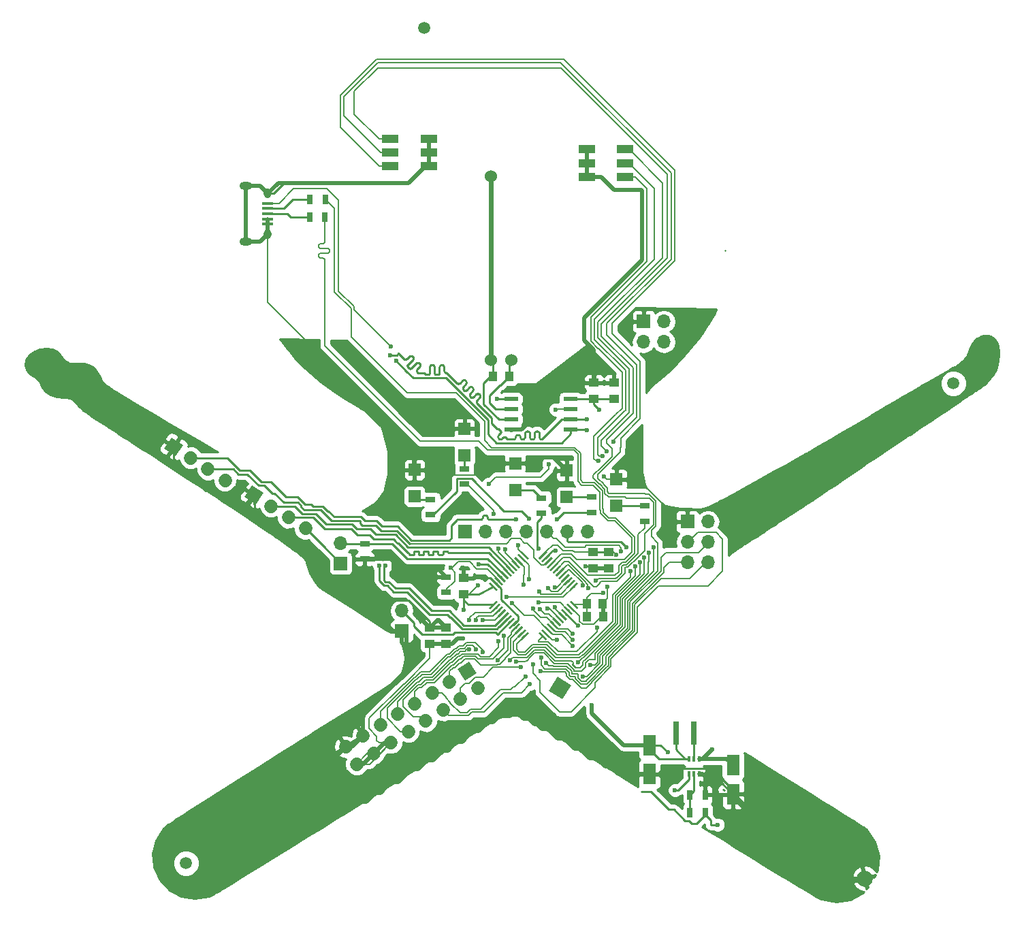
<source format=gtl>
G04 #@! TF.FileFunction,Copper,L1,Top,Signal*
%FSLAX46Y46*%
G04 Gerber Fmt 4.6, Leading zero omitted, Abs format (unit mm)*
G04 Created by KiCad (PCBNEW 4.0.7-e2-6376~58~ubuntu16.04.1) date Sun Jan 14 11:27:02 2018*
%MOMM*%
%LPD*%
G01*
G04 APERTURE LIST*
%ADD10C,0.100000*%
%ADD11C,0.600000*%
%ADD12R,0.800000X2.900000*%
%ADD13R,1.600000X2.600000*%
%ADD14C,1.700000*%
%ADD15C,2.000000*%
%ADD16R,1.250000X1.000000*%
%ADD17C,1.524000*%
%ADD18R,1.000000X1.250000*%
%ADD19R,2.000000X1.100000*%
%ADD20R,1.500000X1.500000*%
%ADD21R,1.700000X1.700000*%
%ADD22O,1.700000X1.700000*%
%ADD23R,1.350000X0.400000*%
%ADD24O,0.950000X1.250000*%
%ADD25O,1.550000X1.000000*%
%ADD26R,0.700000X1.300000*%
%ADD27R,1.300000X0.700000*%
%ADD28R,1.750000X0.550000*%
%ADD29R,0.400000X0.750000*%
%ADD30C,1.500000*%
%ADD31C,0.600000*%
%ADD32C,0.250000*%
%ADD33C,0.500000*%
%ADD34C,0.152400*%
%ADD35C,0.254000*%
G04 APERTURE END LIST*
D10*
D11*
X144700000Y-70820000D02*
X144700000Y-93680000D01*
D10*
G36*
X144608311Y-124679379D02*
X144431534Y-124502602D01*
X145350773Y-123583363D01*
X145527550Y-123760140D01*
X144608311Y-124679379D01*
X144608311Y-124679379D01*
G37*
G36*
X144961864Y-125032932D02*
X144785087Y-124856155D01*
X145704326Y-123936916D01*
X145881103Y-124113693D01*
X144961864Y-125032932D01*
X144961864Y-125032932D01*
G37*
G36*
X145315418Y-125386486D02*
X145138641Y-125209709D01*
X146057880Y-124290470D01*
X146234657Y-124467247D01*
X145315418Y-125386486D01*
X145315418Y-125386486D01*
G37*
G36*
X145668971Y-125740039D02*
X145492194Y-125563262D01*
X146411433Y-124644023D01*
X146588210Y-124820800D01*
X145668971Y-125740039D01*
X145668971Y-125740039D01*
G37*
G36*
X146022524Y-126093592D02*
X145845747Y-125916815D01*
X146764986Y-124997576D01*
X146941763Y-125174353D01*
X146022524Y-126093592D01*
X146022524Y-126093592D01*
G37*
G36*
X146376078Y-126447146D02*
X146199301Y-126270369D01*
X147118540Y-125351130D01*
X147295317Y-125527907D01*
X146376078Y-126447146D01*
X146376078Y-126447146D01*
G37*
G36*
X146729631Y-126800699D02*
X146552854Y-126623922D01*
X147472093Y-125704683D01*
X147648870Y-125881460D01*
X146729631Y-126800699D01*
X146729631Y-126800699D01*
G37*
G36*
X147083185Y-127154253D02*
X146906408Y-126977476D01*
X147825647Y-126058237D01*
X148002424Y-126235014D01*
X147083185Y-127154253D01*
X147083185Y-127154253D01*
G37*
G36*
X147436738Y-127507806D02*
X147259961Y-127331029D01*
X148179200Y-126411790D01*
X148355977Y-126588567D01*
X147436738Y-127507806D01*
X147436738Y-127507806D01*
G37*
G36*
X147790291Y-127861359D02*
X147613514Y-127684582D01*
X148532753Y-126765343D01*
X148709530Y-126942120D01*
X147790291Y-127861359D01*
X147790291Y-127861359D01*
G37*
G36*
X148143845Y-128214913D02*
X147967068Y-128038136D01*
X148886307Y-127118897D01*
X149063084Y-127295674D01*
X148143845Y-128214913D01*
X148143845Y-128214913D01*
G37*
G36*
X148497398Y-128568466D02*
X148320621Y-128391689D01*
X149239860Y-127472450D01*
X149416637Y-127649227D01*
X148497398Y-128568466D01*
X148497398Y-128568466D01*
G37*
G36*
X151679379Y-128391689D02*
X151502602Y-128568466D01*
X150583363Y-127649227D01*
X150760140Y-127472450D01*
X151679379Y-128391689D01*
X151679379Y-128391689D01*
G37*
G36*
X152032932Y-128038136D02*
X151856155Y-128214913D01*
X150936916Y-127295674D01*
X151113693Y-127118897D01*
X152032932Y-128038136D01*
X152032932Y-128038136D01*
G37*
G36*
X152386486Y-127684582D02*
X152209709Y-127861359D01*
X151290470Y-126942120D01*
X151467247Y-126765343D01*
X152386486Y-127684582D01*
X152386486Y-127684582D01*
G37*
G36*
X152740039Y-127331029D02*
X152563262Y-127507806D01*
X151644023Y-126588567D01*
X151820800Y-126411790D01*
X152740039Y-127331029D01*
X152740039Y-127331029D01*
G37*
G36*
X153093592Y-126977476D02*
X152916815Y-127154253D01*
X151997576Y-126235014D01*
X152174353Y-126058237D01*
X153093592Y-126977476D01*
X153093592Y-126977476D01*
G37*
G36*
X153447146Y-126623922D02*
X153270369Y-126800699D01*
X152351130Y-125881460D01*
X152527907Y-125704683D01*
X153447146Y-126623922D01*
X153447146Y-126623922D01*
G37*
G36*
X153800699Y-126270369D02*
X153623922Y-126447146D01*
X152704683Y-125527907D01*
X152881460Y-125351130D01*
X153800699Y-126270369D01*
X153800699Y-126270369D01*
G37*
G36*
X154154253Y-125916815D02*
X153977476Y-126093592D01*
X153058237Y-125174353D01*
X153235014Y-124997576D01*
X154154253Y-125916815D01*
X154154253Y-125916815D01*
G37*
G36*
X154507806Y-125563262D02*
X154331029Y-125740039D01*
X153411790Y-124820800D01*
X153588567Y-124644023D01*
X154507806Y-125563262D01*
X154507806Y-125563262D01*
G37*
G36*
X154861359Y-125209709D02*
X154684582Y-125386486D01*
X153765343Y-124467247D01*
X153942120Y-124290470D01*
X154861359Y-125209709D01*
X154861359Y-125209709D01*
G37*
G36*
X155214913Y-124856155D02*
X155038136Y-125032932D01*
X154118897Y-124113693D01*
X154295674Y-123936916D01*
X155214913Y-124856155D01*
X155214913Y-124856155D01*
G37*
G36*
X155568466Y-124502602D02*
X155391689Y-124679379D01*
X154472450Y-123760140D01*
X154649227Y-123583363D01*
X155568466Y-124502602D01*
X155568466Y-124502602D01*
G37*
G36*
X154649227Y-122416637D02*
X154472450Y-122239860D01*
X155391689Y-121320621D01*
X155568466Y-121497398D01*
X154649227Y-122416637D01*
X154649227Y-122416637D01*
G37*
G36*
X154295674Y-122063084D02*
X154118897Y-121886307D01*
X155038136Y-120967068D01*
X155214913Y-121143845D01*
X154295674Y-122063084D01*
X154295674Y-122063084D01*
G37*
G36*
X153942120Y-121709530D02*
X153765343Y-121532753D01*
X154684582Y-120613514D01*
X154861359Y-120790291D01*
X153942120Y-121709530D01*
X153942120Y-121709530D01*
G37*
G36*
X153588567Y-121355977D02*
X153411790Y-121179200D01*
X154331029Y-120259961D01*
X154507806Y-120436738D01*
X153588567Y-121355977D01*
X153588567Y-121355977D01*
G37*
G36*
X153235014Y-121002424D02*
X153058237Y-120825647D01*
X153977476Y-119906408D01*
X154154253Y-120083185D01*
X153235014Y-121002424D01*
X153235014Y-121002424D01*
G37*
G36*
X152881460Y-120648870D02*
X152704683Y-120472093D01*
X153623922Y-119552854D01*
X153800699Y-119729631D01*
X152881460Y-120648870D01*
X152881460Y-120648870D01*
G37*
G36*
X152527907Y-120295317D02*
X152351130Y-120118540D01*
X153270369Y-119199301D01*
X153447146Y-119376078D01*
X152527907Y-120295317D01*
X152527907Y-120295317D01*
G37*
G36*
X152174353Y-119941763D02*
X151997576Y-119764986D01*
X152916815Y-118845747D01*
X153093592Y-119022524D01*
X152174353Y-119941763D01*
X152174353Y-119941763D01*
G37*
G36*
X151820800Y-119588210D02*
X151644023Y-119411433D01*
X152563262Y-118492194D01*
X152740039Y-118668971D01*
X151820800Y-119588210D01*
X151820800Y-119588210D01*
G37*
G36*
X151467247Y-119234657D02*
X151290470Y-119057880D01*
X152209709Y-118138641D01*
X152386486Y-118315418D01*
X151467247Y-119234657D01*
X151467247Y-119234657D01*
G37*
G36*
X151113693Y-118881103D02*
X150936916Y-118704326D01*
X151856155Y-117785087D01*
X152032932Y-117961864D01*
X151113693Y-118881103D01*
X151113693Y-118881103D01*
G37*
G36*
X150760140Y-118527550D02*
X150583363Y-118350773D01*
X151502602Y-117431534D01*
X151679379Y-117608311D01*
X150760140Y-118527550D01*
X150760140Y-118527550D01*
G37*
G36*
X149416637Y-118350773D02*
X149239860Y-118527550D01*
X148320621Y-117608311D01*
X148497398Y-117431534D01*
X149416637Y-118350773D01*
X149416637Y-118350773D01*
G37*
G36*
X149063084Y-118704326D02*
X148886307Y-118881103D01*
X147967068Y-117961864D01*
X148143845Y-117785087D01*
X149063084Y-118704326D01*
X149063084Y-118704326D01*
G37*
G36*
X148709530Y-119057880D02*
X148532753Y-119234657D01*
X147613514Y-118315418D01*
X147790291Y-118138641D01*
X148709530Y-119057880D01*
X148709530Y-119057880D01*
G37*
G36*
X148355977Y-119411433D02*
X148179200Y-119588210D01*
X147259961Y-118668971D01*
X147436738Y-118492194D01*
X148355977Y-119411433D01*
X148355977Y-119411433D01*
G37*
G36*
X148002424Y-119764986D02*
X147825647Y-119941763D01*
X146906408Y-119022524D01*
X147083185Y-118845747D01*
X148002424Y-119764986D01*
X148002424Y-119764986D01*
G37*
G36*
X147648870Y-120118540D02*
X147472093Y-120295317D01*
X146552854Y-119376078D01*
X146729631Y-119199301D01*
X147648870Y-120118540D01*
X147648870Y-120118540D01*
G37*
G36*
X147295317Y-120472093D02*
X147118540Y-120648870D01*
X146199301Y-119729631D01*
X146376078Y-119552854D01*
X147295317Y-120472093D01*
X147295317Y-120472093D01*
G37*
G36*
X146941763Y-120825647D02*
X146764986Y-121002424D01*
X145845747Y-120083185D01*
X146022524Y-119906408D01*
X146941763Y-120825647D01*
X146941763Y-120825647D01*
G37*
G36*
X146588210Y-121179200D02*
X146411433Y-121355977D01*
X145492194Y-120436738D01*
X145668971Y-120259961D01*
X146588210Y-121179200D01*
X146588210Y-121179200D01*
G37*
G36*
X146234657Y-121532753D02*
X146057880Y-121709530D01*
X145138641Y-120790291D01*
X145315418Y-120613514D01*
X146234657Y-121532753D01*
X146234657Y-121532753D01*
G37*
G36*
X145881103Y-121886307D02*
X145704326Y-122063084D01*
X144785087Y-121143845D01*
X144961864Y-120967068D01*
X145881103Y-121886307D01*
X145881103Y-121886307D01*
G37*
G36*
X145527550Y-122239860D02*
X145350773Y-122416637D01*
X144431534Y-121497398D01*
X144608311Y-121320621D01*
X145527550Y-122239860D01*
X145527550Y-122239860D01*
G37*
D12*
X167700000Y-140100000D03*
X169900000Y-140100000D03*
D13*
X164400000Y-141600000D03*
X164400000Y-145200000D03*
D10*
G36*
X140535328Y-132114390D02*
X141977010Y-131213528D01*
X142877872Y-132655210D01*
X141436190Y-133556072D01*
X140535328Y-132114390D01*
X140535328Y-132114390D01*
G37*
D14*
X143052595Y-134538842D02*
X143052595Y-134538842D01*
X139552558Y-133730795D02*
X139552558Y-133730795D01*
X140898553Y-135884837D02*
X140898553Y-135884837D01*
X137398516Y-135076790D02*
X137398516Y-135076790D01*
X138744511Y-137230832D02*
X138744511Y-137230832D01*
X135244474Y-136422785D02*
X135244474Y-136422785D01*
X136590468Y-138576827D02*
X136590468Y-138576827D01*
X133090431Y-137768780D02*
X133090431Y-137768780D01*
X134436426Y-139922822D02*
X134436426Y-139922822D01*
X130936389Y-139114775D02*
X130936389Y-139114775D01*
X132282384Y-141268817D02*
X132282384Y-141268817D01*
X128782347Y-140460770D02*
X128782347Y-140460770D01*
X130128342Y-142614812D02*
X130128342Y-142614812D01*
X126628305Y-141806765D02*
X126628305Y-141806765D01*
X127974300Y-143960807D02*
X127974300Y-143960807D01*
D10*
G36*
X151911033Y-134811129D02*
X152970871Y-133115033D01*
X154666967Y-134174871D01*
X153607129Y-135870967D01*
X151911033Y-134811129D01*
X151911033Y-134811129D01*
G37*
D15*
X191196750Y-158180391D03*
D16*
X141300000Y-122800000D03*
X141300000Y-120800000D03*
D17*
X144700000Y-70820000D03*
X144700000Y-93680000D03*
X147240000Y-93680000D03*
D13*
X174800000Y-144100000D03*
X174800000Y-147700000D03*
D16*
X139100000Y-129000000D03*
X139100000Y-127000000D03*
X157400000Y-117600000D03*
X157400000Y-119600000D03*
X137100000Y-129000000D03*
X137100000Y-127000000D03*
D18*
X156607000Y-124002800D03*
X158607000Y-124002800D03*
D16*
X159300000Y-117600000D03*
X159300000Y-119600000D03*
D18*
X156632400Y-125603000D03*
X158632400Y-125603000D03*
D16*
X160000000Y-98500000D03*
X160000000Y-96500000D03*
X157500000Y-98500000D03*
X157500000Y-96500000D03*
D18*
X146950000Y-95750000D03*
X144950000Y-95750000D03*
D19*
X137000000Y-69600000D03*
X137000000Y-67900000D03*
X137000000Y-66200000D03*
X132200000Y-66200000D03*
X132200000Y-67900000D03*
X132200000Y-69600000D03*
X156600000Y-67500000D03*
X156600000Y-69200000D03*
X156600000Y-70900000D03*
X161400000Y-70900000D03*
X161400000Y-69200000D03*
X161400000Y-67500000D03*
D20*
X135200000Y-110650000D03*
X135200000Y-107350000D03*
X141400000Y-105550000D03*
X141400000Y-102250000D03*
X147700000Y-109850000D03*
X147700000Y-106550000D03*
X154100000Y-110750000D03*
X154100000Y-107450000D03*
X160300000Y-111850000D03*
X160300000Y-108550000D03*
D21*
X141500000Y-115000000D03*
D22*
X144040000Y-115000000D03*
X146580000Y-115000000D03*
X149120000Y-115000000D03*
X151660000Y-115000000D03*
X154200000Y-115000000D03*
X156740000Y-115000000D03*
D10*
G36*
X105499927Y-105675813D02*
X104074187Y-104749927D01*
X105000073Y-103324187D01*
X106425813Y-104250073D01*
X105499927Y-105675813D01*
X105499927Y-105675813D01*
G37*
D14*
X107380223Y-105883383D02*
X107380223Y-105883383D01*
X109510446Y-107266766D02*
X109510446Y-107266766D01*
X111640670Y-108650149D02*
X111640670Y-108650149D01*
D10*
G36*
X115499927Y-111675813D02*
X114074187Y-110749927D01*
X115000073Y-109324187D01*
X116425813Y-110250073D01*
X115499927Y-111675813D01*
X115499927Y-111675813D01*
G37*
D14*
X117380223Y-111883383D02*
X117380223Y-111883383D01*
X119510446Y-113266766D02*
X119510446Y-113266766D01*
X121640670Y-114650149D02*
X121640670Y-114650149D01*
D23*
X116950000Y-74200000D03*
X116950000Y-74850000D03*
X116950000Y-75500000D03*
X116950000Y-76150000D03*
X116950000Y-76800000D03*
D24*
X116950000Y-73000000D03*
X116950000Y-78000000D03*
D25*
X114250000Y-72000000D03*
X114250000Y-79000000D03*
D21*
X126000000Y-119000000D03*
D22*
X126000000Y-116460000D03*
D21*
X133600000Y-127440000D03*
D22*
X133600000Y-124900000D03*
D26*
X122150000Y-75900000D03*
X124050000Y-75900000D03*
X122200000Y-73750000D03*
X124100000Y-73750000D03*
X171350000Y-150000000D03*
X169450000Y-150000000D03*
X169450000Y-147800000D03*
X171350000Y-147800000D03*
D27*
X129000000Y-116550000D03*
X129000000Y-118450000D03*
X139141200Y-122590600D03*
X139141200Y-120690600D03*
X137200000Y-111050000D03*
X137200000Y-112950000D03*
X141400000Y-107250000D03*
X141400000Y-109150000D03*
X151000000Y-110850000D03*
X151000000Y-112750000D03*
X157200000Y-110750000D03*
X157200000Y-112650000D03*
X163800000Y-111850000D03*
X163800000Y-113750000D03*
D28*
X147200000Y-98545000D03*
X147200000Y-99815000D03*
X147200000Y-101085000D03*
X147200000Y-102355000D03*
X154600000Y-102355000D03*
X154600000Y-101085000D03*
X154600000Y-99815000D03*
X154600000Y-98545000D03*
D29*
X169950000Y-143300000D03*
X169300000Y-145200000D03*
X170600000Y-145200000D03*
X169950000Y-145200000D03*
X170600000Y-143300000D03*
X169300000Y-143300000D03*
D21*
X163677600Y-88900000D03*
D22*
X166217600Y-88900000D03*
X163677600Y-91440000D03*
X166217600Y-91440000D03*
D21*
X169138600Y-113792000D03*
D22*
X171678600Y-113792000D03*
X169138600Y-116332000D03*
X171678600Y-116332000D03*
X169138600Y-118872000D03*
X171678600Y-118872000D03*
D30*
X106771440Y-156286200D03*
X202199240Y-96621600D03*
X136403080Y-52359560D03*
D31*
X157251400Y-136652000D03*
X166700000Y-142500000D03*
X167591942Y-147208058D03*
X132207000Y-92024200D03*
X158623000Y-122631200D03*
X160299400Y-117957600D03*
X143103600Y-121691400D03*
X141249400Y-128295400D03*
X141325600Y-124739400D03*
X145567400Y-131013200D03*
X158148200Y-99898200D03*
X172900000Y-151500000D03*
X172250000Y-142100000D03*
X159308800Y-119557800D03*
X159181800Y-121869200D03*
X137998200Y-119557800D03*
X149834600Y-105791000D03*
X149275800Y-101574600D03*
X137439400Y-102438200D03*
X135305800Y-104571800D03*
X138150600Y-126009400D03*
X141249400Y-119557800D03*
X158724600Y-108178600D03*
X154127200Y-109042200D03*
X158546800Y-94564200D03*
X135600000Y-125700000D03*
X156500000Y-119400000D03*
X152747399Y-117375000D03*
X156794200Y-122097800D03*
X164896800Y-117017800D03*
X159918400Y-103835200D03*
X157048200Y-131622800D03*
X156159200Y-133070600D03*
X156108400Y-121742200D03*
X163195000Y-118821200D03*
X158038800Y-106273600D03*
X155500000Y-131300000D03*
X155524200Y-126746000D03*
X158572200Y-105664000D03*
X163753800Y-118262400D03*
X148793200Y-121640600D03*
X147066000Y-131064000D03*
X149402800Y-120980200D03*
X147828000Y-131241800D03*
X164312600Y-117703600D03*
X159080200Y-105029000D03*
X147320000Y-123952000D03*
X154863800Y-129235200D03*
X151587200Y-131394200D03*
X150876000Y-132435600D03*
X154863800Y-127711200D03*
X149961600Y-124587000D03*
X162052000Y-119989600D03*
X160900000Y-117500000D03*
X162610800Y-119380000D03*
X161575000Y-117000000D03*
X157886400Y-126974600D03*
X148107400Y-116763800D03*
X147800000Y-113500000D03*
X143200000Y-119100000D03*
X151866600Y-106629200D03*
X152755600Y-99847400D03*
X144449800Y-109093000D03*
X145643600Y-117144800D03*
X145618200Y-128701800D03*
X146278600Y-128016000D03*
X146456400Y-117271800D03*
X152654000Y-121945400D03*
X157700000Y-121125000D03*
X151841200Y-122072400D03*
X152900000Y-113500000D03*
X150700000Y-122500000D03*
X150616497Y-117197251D03*
X145000000Y-112875000D03*
X146600000Y-123200000D03*
X150596600Y-123825000D03*
X149400000Y-113400000D03*
X152679400Y-124409200D03*
X149555200Y-134010400D03*
X148996400Y-133045200D03*
X151688800Y-124637800D03*
X148386800Y-131927600D03*
X150774400Y-124663200D03*
X154863800Y-128473200D03*
X150926800Y-130733800D03*
X152933400Y-128473200D03*
X149910800Y-131572000D03*
X156641800Y-101066600D03*
X132200000Y-93100000D03*
X130800000Y-119300000D03*
X156616400Y-102412800D03*
X132900000Y-93800000D03*
X131600003Y-119300000D03*
X143687800Y-126060200D03*
X143662400Y-130048000D03*
X142824200Y-126009400D03*
X142798800Y-129717800D03*
X142011400Y-126034800D03*
X142011400Y-129717800D03*
X139700000Y-119532400D03*
X145465800Y-98526600D03*
D32*
X173850010Y-80049990D02*
X173800000Y-80100000D01*
X173700000Y-147250000D02*
X173600000Y-147150000D01*
X143800000Y-99200000D02*
X145685000Y-101085000D01*
X145685000Y-101085000D02*
X147200000Y-101085000D01*
X143800000Y-96600000D02*
X143800000Y-99200000D01*
X144950000Y-95750000D02*
X144650000Y-95750000D01*
X144650000Y-95750000D02*
X143800000Y-96600000D01*
X144950000Y-95750000D02*
X144950000Y-93930000D01*
X144950000Y-93930000D02*
X144700000Y-93680000D01*
X144500000Y-99000000D02*
X145315000Y-99815000D01*
X145315000Y-99815000D02*
X147200000Y-99815000D01*
X144500000Y-98100000D02*
X144500000Y-99000000D01*
X145900000Y-96800000D02*
X146950000Y-95750000D01*
X145800000Y-96800000D02*
X145900000Y-96800000D01*
X144500000Y-98100000D02*
X145800000Y-96800000D01*
X146950000Y-95750000D02*
X146950000Y-93970000D01*
X146950000Y-93970000D02*
X147240000Y-93680000D01*
D33*
X164400000Y-141600000D02*
X161208800Y-141600000D01*
X160223200Y-140614400D02*
X160223200Y-140639800D01*
X161208800Y-141600000D02*
X160223200Y-140614400D01*
X160223200Y-140639800D02*
X157251400Y-137668000D01*
X157251400Y-137668000D02*
X157251400Y-136652000D01*
D32*
X166700000Y-142500000D02*
X165800000Y-141600000D01*
X165800000Y-141600000D02*
X164400000Y-141600000D01*
X169300000Y-145900000D02*
X167991942Y-147208058D01*
X167991942Y-147208058D02*
X167591942Y-147208058D01*
X169300000Y-145200000D02*
X169300000Y-145900000D01*
X169300000Y-143300000D02*
X168850000Y-143300000D01*
X168850000Y-143300000D02*
X167700000Y-142150000D01*
X167700000Y-142150000D02*
X167700000Y-141800000D01*
X167700000Y-141800000D02*
X167700000Y-140100000D01*
X169300000Y-143300000D02*
X165600000Y-143300000D01*
X165600000Y-143300000D02*
X164400000Y-142100000D01*
X164400000Y-142100000D02*
X164400000Y-141600000D01*
D33*
X139100000Y-129000000D02*
X139859000Y-129000000D01*
X140563600Y-128295400D02*
X141249400Y-128295400D01*
X139859000Y-129000000D02*
X140563600Y-128295400D01*
D34*
X118357400Y-74200000D02*
X116950000Y-74200000D01*
X120167400Y-72390000D02*
X118357400Y-74200000D01*
X124307600Y-72390000D02*
X120167400Y-72390000D01*
X125755400Y-73837800D02*
X124307600Y-72390000D01*
X125755400Y-85140800D02*
X125755400Y-73837800D01*
X127660400Y-87045800D02*
X125755400Y-85140800D01*
X127660400Y-87477600D02*
X127660400Y-87045800D01*
X132207000Y-92024200D02*
X127660400Y-87477600D01*
X156607000Y-123275600D02*
X156607000Y-124002800D01*
X157175200Y-122707400D02*
X156607000Y-123275600D01*
X158546800Y-122707400D02*
X157175200Y-122707400D01*
X158623000Y-122631200D02*
X158546800Y-122707400D01*
X159300000Y-117600000D02*
X159941800Y-117600000D01*
X159941800Y-117600000D02*
X160299400Y-117957600D01*
X141995000Y-122800000D02*
X141300000Y-122800000D01*
X143103600Y-121691400D02*
X141995000Y-122800000D01*
D32*
X141300000Y-124713800D02*
X141300000Y-122800000D01*
X141325600Y-124739400D02*
X141300000Y-124713800D01*
D33*
X137100000Y-129000000D02*
X139100000Y-129000000D01*
D34*
X132282384Y-141268817D02*
X130778617Y-141268817D01*
X137100000Y-130793800D02*
X137100000Y-129000000D01*
X133929723Y-133964077D02*
X137100000Y-130793800D01*
X133853523Y-133964077D02*
X133929723Y-133964077D01*
X129565400Y-138252200D02*
X133853523Y-133964077D01*
X129565400Y-139547600D02*
X129565400Y-138252200D01*
X130505200Y-140487400D02*
X129565400Y-139547600D01*
X130505200Y-140995400D02*
X130505200Y-140487400D01*
X130778617Y-141268817D02*
X130505200Y-140995400D01*
X147193000Y-127574767D02*
X147807969Y-126959798D01*
X147193000Y-127813544D02*
X147193000Y-127574767D01*
X146786600Y-128219944D02*
X147193000Y-127813544D01*
X146786600Y-129794000D02*
X146786600Y-128219944D01*
X145567400Y-131013200D02*
X146786600Y-129794000D01*
D33*
X127974300Y-143960807D02*
X128782347Y-143960807D01*
X128782347Y-143960807D02*
X131474337Y-141268817D01*
X131474337Y-141268817D02*
X132282384Y-141268817D01*
X170600000Y-143300000D02*
X174000000Y-143300000D01*
X174000000Y-143300000D02*
X174800000Y-144100000D01*
X170600000Y-143300000D02*
X171050000Y-143300000D01*
X171050000Y-143300000D02*
X172250000Y-142100000D01*
D34*
X130128342Y-142614812D02*
X129320295Y-142614812D01*
X129320295Y-142614812D02*
X127974300Y-143960807D01*
X130128342Y-142614812D02*
X130936389Y-142614812D01*
X130936389Y-142614812D02*
X132282384Y-141268817D01*
X127974300Y-143960807D02*
X129590394Y-143960807D01*
X129590394Y-143960807D02*
X132282384Y-141268817D01*
X155020458Y-124131371D02*
X156478429Y-124131371D01*
X156478429Y-124131371D02*
X156632400Y-124285342D01*
X156632400Y-124285342D02*
X156632400Y-125603000D01*
X147807969Y-126959798D02*
X147766602Y-126959798D01*
X152997401Y-116700000D02*
X152700000Y-116700000D01*
X152700000Y-116700000D02*
X152650001Y-116749999D01*
X152650001Y-116749999D02*
X152360914Y-116749999D01*
X154872800Y-117399980D02*
X153697381Y-117399980D01*
X153697381Y-117399980D02*
X152997401Y-116700000D01*
X157400000Y-117600000D02*
X155072820Y-117600000D01*
X155072820Y-117600000D02*
X154872800Y-117399980D01*
X152360914Y-116749999D02*
X151661700Y-117449213D01*
X151661700Y-117449213D02*
X151131371Y-117979542D01*
D32*
X157500000Y-98500000D02*
X157500000Y-99250000D01*
X157500000Y-99250000D02*
X158148200Y-99898200D01*
X164600000Y-147400000D02*
X163400000Y-147400000D01*
X166800000Y-149600000D02*
X164600000Y-147400000D01*
X167464998Y-149600000D02*
X166800000Y-149600000D01*
X169300000Y-151000000D02*
X168864998Y-151000000D01*
X168864998Y-151000000D02*
X167464998Y-149600000D01*
X169700000Y-151400000D02*
X169300000Y-151000000D01*
X170250000Y-151400000D02*
X169700000Y-151400000D01*
X171350000Y-150300000D02*
X170250000Y-151400000D01*
X172000000Y-151500000D02*
X172000000Y-150950000D01*
X171350000Y-150300000D02*
X171350000Y-150000000D01*
X172000000Y-150950000D02*
X171350000Y-150300000D01*
X172900000Y-151500000D02*
X172000000Y-151500000D01*
X171050000Y-143300000D02*
X172250000Y-142100000D01*
X174000000Y-143300000D02*
X174800000Y-144100000D01*
X144979542Y-124131371D02*
X141881371Y-124131371D01*
X141300000Y-123550000D02*
X141300000Y-122800000D01*
X141881371Y-124131371D02*
X141300000Y-123550000D01*
X159300000Y-117600000D02*
X157400000Y-117600000D01*
X154600000Y-98545000D02*
X159955000Y-98545000D01*
X159955000Y-98545000D02*
X160000000Y-98500000D01*
X147807969Y-126959798D02*
X147807969Y-126992031D01*
X144979542Y-121868629D02*
X144968629Y-121868629D01*
X144968629Y-121868629D02*
X143200000Y-122800000D01*
X143200000Y-122800000D02*
X141300000Y-122800000D01*
X126000000Y-119000000D02*
X123750000Y-116750000D01*
X123740521Y-116750000D02*
X121640670Y-114650149D01*
X123750000Y-116750000D02*
X123740521Y-116750000D01*
D34*
X128041400Y-143893707D02*
X127974300Y-143960807D01*
X130556000Y-143042470D02*
X130128342Y-142614812D01*
X129626530Y-142113000D02*
X130128342Y-142614812D01*
D33*
X139100000Y-127000000D02*
X139100000Y-126958800D01*
X139100000Y-126958800D02*
X138150600Y-126009400D01*
X138150600Y-126009400D02*
X138090600Y-126009400D01*
X138090600Y-126009400D02*
X137100000Y-127000000D01*
X156600000Y-67500000D02*
X156600000Y-70900000D01*
X156743400Y-91694000D02*
X156260800Y-91211400D01*
X156260800Y-91211400D02*
X156260800Y-88415190D01*
X156260800Y-88415190D02*
X163449000Y-81226990D01*
X163449000Y-81226990D02*
X163449000Y-72644000D01*
X163449000Y-72644000D02*
X163322000Y-72517000D01*
X163322000Y-72517000D02*
X160045400Y-72517000D01*
X160045400Y-72517000D02*
X158428400Y-70900000D01*
X158428400Y-70900000D02*
X156600000Y-70900000D01*
D34*
X158607000Y-124002800D02*
X158607000Y-123891800D01*
X158607000Y-123891800D02*
X159181800Y-123317000D01*
X159308800Y-119557800D02*
X159300000Y-119566600D01*
X159181800Y-123317000D02*
X159181800Y-121869200D01*
X159300000Y-119566600D02*
X159300000Y-119600000D01*
D33*
X157400000Y-119600000D02*
X159300000Y-119600000D01*
X158632400Y-125603000D02*
X158632400Y-124028200D01*
X158632400Y-124028200D02*
X158607000Y-124002800D01*
X139141200Y-120690600D02*
X139131000Y-120690600D01*
X139131000Y-120690600D02*
X137998200Y-119557800D01*
X171350000Y-147800000D02*
X174700000Y-147800000D01*
X174700000Y-147800000D02*
X174800000Y-147700000D01*
X170600000Y-145200000D02*
X171031800Y-145200000D01*
X171350000Y-145518200D02*
X171350000Y-147800000D01*
X171031800Y-145200000D02*
X171350000Y-145518200D01*
X147700000Y-106550000D02*
X149075600Y-106550000D01*
X149075600Y-106550000D02*
X149834600Y-105791000D01*
X149275800Y-101574600D02*
X148495400Y-102355000D01*
X148495400Y-102355000D02*
X147200000Y-102355000D01*
X135200000Y-107350000D02*
X135200000Y-104677600D01*
X137627600Y-102250000D02*
X141400000Y-102250000D01*
X137439400Y-102438200D02*
X137627600Y-102250000D01*
X135200000Y-104677600D02*
X135305800Y-104571800D01*
X154100000Y-107450000D02*
X152441000Y-105791000D01*
X152441000Y-105791000D02*
X149834600Y-105791000D01*
X149834600Y-105791000D02*
X149075600Y-106550000D01*
X114250000Y-79000000D02*
X114250000Y-72000000D01*
D34*
X138150600Y-126009400D02*
X139100000Y-126958800D01*
X154666905Y-124484924D02*
X154666905Y-124491705D01*
X154666905Y-124491705D02*
X155727400Y-125552200D01*
X155727400Y-125552200D02*
X155727400Y-126187200D01*
X155727400Y-126187200D02*
X156108400Y-126568200D01*
X156108400Y-126568200D02*
X157480000Y-126568200D01*
X157480000Y-126568200D02*
X158445200Y-125603000D01*
X158445200Y-125603000D02*
X158632400Y-125603000D01*
X141300000Y-119608400D02*
X141300000Y-120800000D01*
X141249400Y-119557800D02*
X141300000Y-119608400D01*
X160300000Y-108550000D02*
X159096000Y-108550000D01*
X159096000Y-108550000D02*
X158724600Y-108178600D01*
X154100000Y-109015000D02*
X154100000Y-107450000D01*
X154127200Y-109042200D02*
X154100000Y-109015000D01*
X137144200Y-107350000D02*
X135200000Y-107350000D01*
X137820400Y-108026200D02*
X137144200Y-107350000D01*
X142976600Y-108026200D02*
X137820400Y-108026200D01*
X144452800Y-106550000D02*
X142976600Y-108026200D01*
X148974000Y-106550000D02*
X144452800Y-106550000D01*
X149733000Y-105791000D02*
X148974000Y-106550000D01*
X152441000Y-105791000D02*
X149733000Y-105791000D01*
X135200000Y-107350000D02*
X134950200Y-107100200D01*
X134950200Y-107100200D02*
X134950200Y-104546400D01*
X134950200Y-104546400D02*
X116950000Y-86546200D01*
X116950000Y-86546200D02*
X116950000Y-78000000D01*
X169138600Y-113792000D02*
X167665400Y-113792000D01*
X163007600Y-108550000D02*
X160300000Y-108550000D01*
X166090600Y-111633000D02*
X163007600Y-108550000D01*
X166090600Y-112217200D02*
X166090600Y-111633000D01*
X167665400Y-113792000D02*
X166090600Y-112217200D01*
D33*
X132600000Y-118450000D02*
X132600000Y-119874600D01*
X133416000Y-120690600D02*
X139141200Y-120690600D01*
X132600000Y-119874600D02*
X133416000Y-120690600D01*
D32*
X132600000Y-118450000D02*
X132552400Y-118497600D01*
X132552400Y-118497600D02*
X132552400Y-119735600D01*
D33*
X129000000Y-118450000D02*
X132600000Y-118450000D01*
X133600000Y-127440000D02*
X132469200Y-127440000D01*
X129000000Y-123970800D02*
X129000000Y-118450000D01*
X132469200Y-127440000D02*
X129000000Y-123970800D01*
X139100000Y-127000000D02*
X137100000Y-127000000D01*
X137100000Y-127000000D02*
X135800000Y-125700000D01*
X135800000Y-125700000D02*
X135600000Y-125700000D01*
X128782347Y-140460770D02*
X128782347Y-137841453D01*
X134188200Y-132435600D02*
X134188200Y-128028200D01*
X128782347Y-137841453D02*
X134188200Y-132435600D01*
X134188200Y-128028200D02*
X133600000Y-127440000D01*
X126628305Y-141806765D02*
X127436352Y-141806765D01*
X127436352Y-141806765D02*
X128782347Y-140460770D01*
X164400000Y-145200000D02*
X160516200Y-145200000D01*
X124645670Y-143789400D02*
X126628305Y-141806765D01*
X124587000Y-143789400D02*
X124645670Y-143789400D01*
X125196600Y-144399000D02*
X124587000Y-143789400D01*
X125196600Y-146405600D02*
X125196600Y-144399000D01*
X127431800Y-148640800D02*
X125196600Y-146405600D01*
X129184400Y-148640800D02*
X127431800Y-148640800D01*
X130302000Y-147523200D02*
X129184400Y-148640800D01*
X130962400Y-147523200D02*
X130302000Y-147523200D01*
X132257800Y-146227800D02*
X130962400Y-147523200D01*
X133172200Y-146227800D02*
X132257800Y-146227800D01*
X134823200Y-144576800D02*
X133172200Y-146227800D01*
X135610600Y-144576800D02*
X134823200Y-144576800D01*
X136702800Y-143484600D02*
X135610600Y-144576800D01*
X137515600Y-143484600D02*
X136702800Y-143484600D01*
X138734800Y-142265400D02*
X137515600Y-143484600D01*
X139319000Y-142265400D02*
X138734800Y-142265400D01*
X140411200Y-141173200D02*
X139319000Y-142265400D01*
X141147800Y-141173200D02*
X140411200Y-141173200D01*
X142443200Y-139877800D02*
X141147800Y-141173200D01*
X143205200Y-139877800D02*
X142443200Y-139877800D01*
X144297400Y-138785600D02*
X143205200Y-139877800D01*
X144932400Y-138785600D02*
X144297400Y-138785600D01*
X145694400Y-138023600D02*
X144932400Y-138785600D01*
X147040600Y-138023600D02*
X145694400Y-138023600D01*
X147269200Y-137795000D02*
X147040600Y-138023600D01*
X148183600Y-137795000D02*
X147269200Y-137795000D01*
X148717000Y-138328400D02*
X148183600Y-137795000D01*
X149453600Y-138328400D02*
X148717000Y-138328400D01*
X150088600Y-138963400D02*
X149453600Y-138328400D01*
X150444200Y-138963400D02*
X150088600Y-138963400D01*
X151079200Y-139598400D02*
X150444200Y-138963400D01*
X151841200Y-139598400D02*
X151079200Y-139598400D01*
X153009600Y-140766800D02*
X151841200Y-139598400D01*
X153873200Y-140766800D02*
X153009600Y-140766800D01*
X155117800Y-142011400D02*
X153873200Y-140766800D01*
X155727400Y-142011400D02*
X155117800Y-142011400D01*
X156972000Y-143256000D02*
X155727400Y-142011400D01*
X157911800Y-143256000D02*
X156972000Y-143256000D01*
X158927800Y-144272000D02*
X157911800Y-143256000D01*
X159588200Y-144272000D02*
X158927800Y-144272000D01*
X160516200Y-145200000D02*
X159588200Y-144272000D01*
X114250000Y-79000000D02*
X115950000Y-79000000D01*
X115950000Y-79000000D02*
X116950000Y-78000000D01*
X116950000Y-78000000D02*
X116950000Y-76150000D01*
X114250000Y-72000000D02*
X115950000Y-72000000D01*
X115950000Y-72000000D02*
X116950000Y-73000000D01*
X137000000Y-69600000D02*
X136550000Y-69600000D01*
X136550000Y-69600000D02*
X134450000Y-71700000D01*
X134450000Y-71700000D02*
X118250000Y-71700000D01*
X118250000Y-71700000D02*
X116950000Y-73000000D01*
X137000000Y-66200000D02*
X137000000Y-69600000D01*
X191196750Y-158180391D02*
X189480391Y-158180391D01*
X177264800Y-150164800D02*
X174800000Y-147700000D01*
X181464800Y-150164800D02*
X177264800Y-150164800D01*
X189480391Y-158180391D02*
X181464800Y-150164800D01*
D34*
X127436352Y-141806765D02*
X128782347Y-140460770D01*
X128782347Y-140460770D02*
X128782347Y-137968453D01*
X134315200Y-132435600D02*
X134315200Y-128155200D01*
X128782347Y-137968453D02*
X134315200Y-132435600D01*
X134315200Y-128155200D02*
X133600000Y-127440000D01*
D33*
X157500000Y-96500000D02*
X157500000Y-95611000D01*
X157500000Y-95611000D02*
X158546800Y-94564200D01*
X156743400Y-91694000D02*
X157500000Y-92450600D01*
X157500000Y-92450600D02*
X157500000Y-96500000D01*
D32*
X157708600Y-70900000D02*
X157850000Y-70900000D01*
X156600000Y-70900000D02*
X157708600Y-70900000D01*
X157500000Y-96500000D02*
X158375000Y-96500000D01*
X158375000Y-96500000D02*
X160000000Y-96500000D01*
X161121152Y-145200000D02*
X160300000Y-145200000D01*
X164400000Y-145200000D02*
X161121152Y-145200000D01*
X135600000Y-125700000D02*
X135800000Y-125700000D01*
X135800000Y-125700000D02*
X137100000Y-127000000D01*
X147454416Y-126606245D02*
X148049252Y-126011409D01*
X148049252Y-126011409D02*
X148049252Y-125574254D01*
X145863424Y-122045405D02*
X145333095Y-121515076D01*
X148049252Y-125574254D02*
X145974999Y-123500001D01*
X145974999Y-123500001D02*
X145974999Y-122156980D01*
X145974999Y-122156980D02*
X145863424Y-122045405D01*
X124600000Y-120800000D02*
X125400000Y-120800000D01*
X125400000Y-120800000D02*
X127250000Y-120800000D01*
X129000000Y-119050000D02*
X129000000Y-118450000D01*
X127250000Y-120800000D02*
X129000000Y-119050000D01*
X133600000Y-127440000D02*
X132500000Y-127440000D01*
X132500000Y-127440000D02*
X125860000Y-120800000D01*
X125860000Y-120800000D02*
X125400000Y-120800000D01*
X121400000Y-117600000D02*
X124600000Y-120800000D01*
X120800000Y-117600000D02*
X121400000Y-117600000D01*
X115300000Y-112100000D02*
X120800000Y-117600000D01*
X115300000Y-111663508D02*
X115300000Y-112100000D01*
X115250000Y-110500000D02*
X115250000Y-111613508D01*
X115250000Y-111613508D02*
X115300000Y-111663508D01*
X112400000Y-111500000D02*
X114250000Y-111500000D01*
X114250000Y-111500000D02*
X115250000Y-110500000D01*
X110900000Y-110000000D02*
X112400000Y-111500000D01*
X109200000Y-110000000D02*
X110900000Y-110000000D01*
X105200000Y-106000000D02*
X109200000Y-110000000D01*
X105200000Y-105663508D02*
X105200000Y-106000000D01*
X105250000Y-104500000D02*
X105250000Y-105613508D01*
X105250000Y-105613508D02*
X105200000Y-105663508D01*
X131300000Y-124400000D02*
X131300000Y-126240000D01*
X131300000Y-126240000D02*
X132500000Y-127440000D01*
X132100000Y-123600000D02*
X131300000Y-124400000D01*
X134450000Y-123600000D02*
X132100000Y-123600000D01*
X137100000Y-127000000D02*
X137100000Y-126250000D01*
X137100000Y-126250000D02*
X134450000Y-123600000D01*
X181300000Y-150000000D02*
X189487391Y-158187391D01*
X189487391Y-158187391D02*
X191207750Y-158187391D01*
X176600000Y-150000000D02*
X181300000Y-150000000D01*
X174800000Y-147700000D02*
X174800000Y-148200000D01*
X174800000Y-148200000D02*
X176600000Y-150000000D01*
X174800000Y-147700000D02*
X174800000Y-147200000D01*
X174800000Y-147200000D02*
X172099999Y-144499999D01*
X172099999Y-144499999D02*
X166150001Y-144499999D01*
X166150001Y-144499999D02*
X165450000Y-145200000D01*
X165450000Y-145200000D02*
X164400000Y-145200000D01*
X166650000Y-146400000D02*
X165450000Y-145200000D01*
X174800000Y-147700000D02*
X174786410Y-147700000D01*
X174786410Y-147700000D02*
X173486410Y-146400000D01*
X156500000Y-119400000D02*
X157200000Y-119400000D01*
X157200000Y-119400000D02*
X157400000Y-119600000D01*
X134450000Y-71700000D02*
X118975000Y-71700000D01*
X118975000Y-71700000D02*
X117675000Y-73000000D01*
X117675000Y-73000000D02*
X116950000Y-73000000D01*
X136550000Y-69600000D02*
X134450000Y-71700000D01*
X151300000Y-99100000D02*
X153900000Y-96500000D01*
X153900000Y-96500000D02*
X157500000Y-96500000D01*
X151300000Y-99380000D02*
X151300000Y-99100000D01*
X147200000Y-102355000D02*
X148325000Y-102355000D01*
X148325000Y-102355000D02*
X151300000Y-99380000D01*
X152400000Y-117400000D02*
X152425000Y-117375000D01*
X152425000Y-117375000D02*
X152747399Y-117375000D01*
X152015253Y-117784747D02*
X152400000Y-117400000D01*
X151484924Y-118333095D02*
X152015253Y-117802766D01*
X152015253Y-117802766D02*
X152015253Y-117784747D01*
X145333095Y-121515076D02*
X145315076Y-121515076D01*
X145315076Y-121515076D02*
X144600000Y-120800000D01*
X144600000Y-120800000D02*
X141300000Y-120800000D01*
X132600000Y-118450000D02*
X131350000Y-118450000D01*
X131350000Y-118450000D02*
X131200000Y-118600000D01*
X129000000Y-118450000D02*
X131500000Y-118450000D01*
D34*
X126034800Y-141213260D02*
X126628305Y-141806765D01*
X158242000Y-109118400D02*
X158191200Y-109118400D01*
X158496000Y-106959400D02*
X158496000Y-106984800D01*
X157403800Y-108051600D02*
X158496000Y-106959400D01*
X157403800Y-108331000D02*
X157403800Y-108051600D01*
X158191200Y-109118400D02*
X157403800Y-108331000D01*
X162800000Y-110900000D02*
X161522200Y-110900000D01*
X159791400Y-105689400D02*
X159791400Y-104749600D01*
X158496000Y-106984800D02*
X159791400Y-105689400D01*
X158242000Y-109143800D02*
X158242000Y-109118400D01*
X158851602Y-109753402D02*
X158242000Y-109143800D01*
X158851602Y-110261400D02*
X158851602Y-109753402D01*
X159308802Y-110718600D02*
X158851602Y-110261400D01*
X161340800Y-110718600D02*
X159308802Y-110718600D01*
X161522200Y-110900000D02*
X161340800Y-110718600D01*
X162946611Y-118242611D02*
X162960789Y-118242611D01*
X164160200Y-114935000D02*
X164160200Y-114938200D01*
X163804600Y-115290600D02*
X164160200Y-114935000D01*
X163804600Y-117398800D02*
X163804600Y-115290600D01*
X162960789Y-118242611D02*
X163804600Y-117398800D01*
X159054800Y-103505000D02*
X159149629Y-103505000D01*
X159054800Y-104013000D02*
X159791400Y-104749600D01*
X159054800Y-103505000D02*
X159054800Y-104013000D01*
X130800000Y-66200000D02*
X132200000Y-66200000D01*
X127700000Y-60300000D02*
X127700000Y-63100000D01*
X130600000Y-57400000D02*
X127700000Y-60300000D01*
X166600000Y-70564998D02*
X153435002Y-57400000D01*
X158450030Y-89186380D02*
X166600000Y-81036410D01*
X158450030Y-90740800D02*
X158450030Y-89186380D01*
X166600000Y-81036410D02*
X166600000Y-70564998D01*
X127700000Y-63100000D02*
X130800000Y-66200000D01*
X153435002Y-57400000D02*
X130600000Y-57400000D01*
X162350029Y-94640799D02*
X158450030Y-90740800D01*
X162350029Y-100304600D02*
X162350029Y-94640799D01*
X159149629Y-103505000D02*
X162350029Y-100304600D01*
X152899138Y-119747309D02*
X153846447Y-118800000D01*
X164160200Y-114938200D02*
X164900000Y-114198400D01*
X161707613Y-119481609D02*
X162946611Y-118242611D01*
X164435002Y-110900000D02*
X162800000Y-110900000D01*
X161416990Y-119481610D02*
X161707613Y-119481609D01*
X161366200Y-119532400D02*
X161416990Y-119481610D01*
X161366200Y-120242866D02*
X161366200Y-119532400D01*
X164900000Y-114198400D02*
X164900000Y-111364998D01*
X164900000Y-111364998D02*
X164435002Y-110900000D01*
X158419790Y-121234210D02*
X160374857Y-121234209D01*
X158242000Y-121412000D02*
X158419790Y-121234210D01*
X158242000Y-121483021D02*
X158242000Y-121412000D01*
X157449990Y-121886400D02*
X157838621Y-121886400D01*
X154363590Y-118800000D02*
X157449990Y-121886400D01*
X160374857Y-121234209D02*
X161366200Y-120242866D01*
X153846447Y-118800000D02*
X154363590Y-118800000D01*
X157838621Y-121886400D02*
X158242000Y-121483021D01*
D32*
X152899138Y-119747309D02*
X152899138Y-119737260D01*
D34*
X156743400Y-122047000D02*
X156743400Y-121610866D01*
X156794200Y-122097800D02*
X156743400Y-122047000D01*
X156743400Y-121610866D02*
X156275667Y-121143133D01*
X161366196Y-123952000D02*
X161366196Y-123547092D01*
X164896800Y-119837200D02*
X164896800Y-117017800D01*
X164947600Y-119888000D02*
X164896800Y-119837200D01*
X164947600Y-119965688D02*
X164947600Y-119888000D01*
X157633144Y-131622800D02*
X157974926Y-131281018D01*
X157974926Y-131281018D02*
X157974926Y-130289670D01*
X157974926Y-130289670D02*
X161366196Y-126898400D01*
X161366196Y-126898400D02*
X161366196Y-123952000D01*
X157633144Y-131622800D02*
X157048200Y-131622800D01*
X161366196Y-123547092D02*
X164947600Y-119965688D01*
X132200000Y-67900000D02*
X130950000Y-67900000D01*
X130950000Y-67900000D02*
X126400000Y-63350000D01*
X126400000Y-63350000D02*
X126400000Y-60963590D01*
X126400000Y-60963590D02*
X130663590Y-56700000D01*
X159100000Y-90600000D02*
X162800039Y-94300039D01*
X160000039Y-103600000D02*
X160000039Y-103900039D01*
X130663590Y-56700000D02*
X153371412Y-56700000D01*
X162800039Y-94300039D02*
X162800039Y-100800000D01*
X153371412Y-56700000D02*
X167100000Y-70428588D01*
X167100000Y-70428588D02*
X167100000Y-81172820D01*
X167100000Y-81172820D02*
X159100000Y-89172820D01*
X159100000Y-89172820D02*
X159100000Y-90600000D01*
X162800039Y-100800000D02*
X160000039Y-103600000D01*
X157048200Y-131622800D02*
X157073600Y-131622800D01*
X153252691Y-120100862D02*
X153253938Y-120100862D01*
X153253938Y-120100862D02*
X154142067Y-119212733D01*
X154142067Y-119212733D02*
X154345267Y-119212733D01*
X154345267Y-119212733D02*
X156275667Y-121143133D01*
X156275667Y-121143133D02*
X156743400Y-121610866D01*
X158800800Y-107111800D02*
X158800800Y-107111056D01*
X158013400Y-107899200D02*
X158800800Y-107111800D01*
X158013400Y-108407200D02*
X158013400Y-107899200D01*
X158749628Y-109143428D02*
X158013400Y-108407200D01*
X158749628Y-109220372D02*
X158749628Y-109143428D01*
X158800800Y-107111056D02*
X160782000Y-105129856D01*
X163817300Y-110274100D02*
X159372300Y-110274100D01*
X160782000Y-104546400D02*
X160832800Y-104546400D01*
X160782000Y-105129856D02*
X160782000Y-104546400D01*
X159156404Y-109627148D02*
X158749628Y-109220372D01*
X159156404Y-110058204D02*
X159156404Y-109627148D01*
X159372300Y-110274100D02*
X159156404Y-110058204D01*
X158279728Y-130556000D02*
X158279728Y-130417416D01*
X161670998Y-123673346D02*
X165425401Y-119918943D01*
X165425401Y-119918943D02*
X165425401Y-119739665D01*
X130800000Y-69600000D02*
X132200000Y-69600000D01*
X163906200Y-110363000D02*
X163817300Y-110274100D01*
X165425401Y-119739665D02*
X165425401Y-116454201D01*
X160832800Y-103403649D02*
X163250048Y-100986401D01*
X164642800Y-115671600D02*
X164642800Y-114886666D01*
X167550010Y-70050010D02*
X153749990Y-56249990D01*
X164329068Y-110363000D02*
X163906200Y-110363000D01*
X165425401Y-116454201D02*
X164642800Y-115671600D01*
X159800000Y-89109230D02*
X167550009Y-81359221D01*
X164642800Y-114886666D02*
X165204810Y-114324656D01*
X165204810Y-114324656D02*
X165204809Y-111238741D01*
X163250049Y-93850049D02*
X159800000Y-90400000D01*
X165204809Y-111238741D02*
X164329068Y-110363000D01*
X160832800Y-104546400D02*
X160832800Y-103403649D01*
X163250048Y-100986401D02*
X163250049Y-93850049D01*
X167550009Y-81359221D02*
X167550010Y-70050010D01*
X159800000Y-90400000D02*
X159800000Y-89109230D01*
X153749990Y-56249990D02*
X130477190Y-56249990D01*
X130477190Y-56249990D02*
X125949991Y-60777189D01*
X125949991Y-60777189D02*
X125949990Y-64749990D01*
X125949990Y-64749990D02*
X130800000Y-69600000D01*
X161670998Y-127000000D02*
X161670998Y-123673346D01*
X161670998Y-127026146D02*
X161670998Y-127000000D01*
X158279728Y-130417416D02*
X161670998Y-127026146D01*
X156133800Y-121432322D02*
X156108400Y-121742200D01*
X154462478Y-119761000D02*
X156133800Y-121432322D01*
X154305000Y-119761000D02*
X154462478Y-119761000D01*
X153611584Y-120454416D02*
X154305000Y-119761000D01*
X156616400Y-133070600D02*
X158279728Y-131407272D01*
X158279728Y-131407272D02*
X158279728Y-130556000D01*
X158279728Y-130556000D02*
X158279728Y-130542928D01*
X156159200Y-133070600D02*
X156616400Y-133070600D01*
X153606245Y-120454416D02*
X153611584Y-120454416D01*
D32*
X153606245Y-120454416D02*
X153606245Y-120493755D01*
X153606245Y-120454416D02*
X153606245Y-120493755D01*
D34*
X156133800Y-130708400D02*
X156236144Y-130708400D01*
X155542200Y-131300000D02*
X156133800Y-130708400D01*
X155500000Y-131300000D02*
X155542200Y-131300000D01*
X163195000Y-120065056D02*
X163195000Y-118821200D01*
X157505400Y-103276400D02*
X157500000Y-103276400D01*
X157505400Y-105943400D02*
X157505400Y-103276400D01*
X157835600Y-106273600D02*
X157505400Y-105943400D01*
X157500000Y-103200000D02*
X160200000Y-100500000D01*
X157500000Y-103276400D02*
X157500000Y-103200000D01*
X158038800Y-106273600D02*
X157835600Y-106273600D01*
X163195000Y-120396744D02*
X163195000Y-120065056D01*
X160451790Y-123139954D02*
X163195000Y-120396744D01*
X160451790Y-126492754D02*
X160451790Y-123139954D01*
X156236144Y-130708400D02*
X160451790Y-126492754D01*
X155627708Y-131300000D02*
X155671092Y-131256618D01*
X155500000Y-131300000D02*
X155627708Y-131300000D01*
X160200000Y-100500000D02*
X161000000Y-99700000D01*
X158027790Y-92264200D02*
X157100000Y-91336410D01*
X161000000Y-99700000D02*
X161000000Y-95200000D01*
X162650000Y-70900000D02*
X161400000Y-70900000D01*
X161000000Y-95200000D02*
X158064200Y-92264200D01*
X158064200Y-92264200D02*
X158027790Y-92264200D01*
X157100000Y-91336410D02*
X157100000Y-88400000D01*
X157100000Y-88400000D02*
X164100000Y-81400000D01*
X164100000Y-81400000D02*
X164100000Y-72350000D01*
X164100000Y-72350000D02*
X162650000Y-70900000D01*
D32*
X153959798Y-125192031D02*
X155524200Y-126746000D01*
X155524200Y-126746000D02*
X155508926Y-126748726D01*
D34*
X160200000Y-100500000D02*
X160100000Y-100600000D01*
X160680400Y-126722084D02*
X160680400Y-126720592D01*
X163753800Y-120269000D02*
X163753800Y-120065800D01*
X158572200Y-105664000D02*
X158191200Y-105664000D01*
X165000000Y-72350000D02*
X165000000Y-75600000D01*
X165000000Y-81136410D02*
X157550010Y-88586400D01*
X165000000Y-75600000D02*
X165000000Y-81136410D01*
X157550010Y-88586400D02*
X157550010Y-91150010D01*
X157586420Y-91150010D02*
X161450010Y-95013600D01*
X157550010Y-91150010D02*
X157586420Y-91150010D01*
X161450010Y-95013600D02*
X161450010Y-100000000D01*
X157950010Y-103386400D02*
X157950010Y-104343200D01*
X161336410Y-100000000D02*
X157950010Y-103386400D01*
X161450010Y-100000000D02*
X161336410Y-100000000D01*
X165000000Y-72350000D02*
X161850000Y-69200000D01*
X158191200Y-105664000D02*
X157962600Y-105435400D01*
X157962600Y-105435400D02*
X157962600Y-104343200D01*
X157962600Y-104343200D02*
X157950010Y-104343200D01*
X163753800Y-120065800D02*
X163753800Y-118262400D01*
X160756592Y-123266208D02*
X163753800Y-120269000D01*
X160756592Y-126644400D02*
X160756592Y-123266208D01*
X160680400Y-126720592D02*
X160756592Y-126644400D01*
X156692600Y-130683000D02*
X156719484Y-130683000D01*
X156123801Y-131643401D02*
X156123801Y-131482519D01*
X154873799Y-131643401D02*
X155198799Y-131968401D01*
X154873799Y-131429599D02*
X154873799Y-131643401D01*
X155198799Y-131968401D02*
X155798801Y-131968401D01*
X155798801Y-131968401D02*
X156123801Y-131643401D01*
X156123801Y-131482519D02*
X156123801Y-131277199D01*
X156123801Y-131251799D02*
X156438602Y-130936998D01*
X156123801Y-131277199D02*
X156123801Y-131251799D01*
X156438602Y-130936998D02*
X156692600Y-130683000D01*
X156719484Y-130683000D02*
X160680400Y-126722084D01*
X160680400Y-126722084D02*
X160680400Y-126722084D01*
X148161522Y-118686649D02*
X148161522Y-118697522D01*
X148161522Y-118697522D02*
X148869400Y-119405400D01*
X148869400Y-119405400D02*
X148869400Y-120345200D01*
X148869400Y-120345200D02*
X148793200Y-120421400D01*
X148793200Y-120421400D02*
X148793200Y-121640600D01*
X150139400Y-129777411D02*
X150079789Y-129777411D01*
X147421600Y-130708400D02*
X147066000Y-131064000D01*
X149148800Y-130708400D02*
X147421600Y-130708400D01*
X150079789Y-129777411D02*
X149148800Y-130708400D01*
X155775377Y-131919601D02*
X155794978Y-131900000D01*
X154700000Y-131100000D02*
X154922599Y-131322599D01*
X154922599Y-131322599D02*
X154922599Y-131619977D01*
X154922599Y-131619977D02*
X155222223Y-131919601D01*
X152646753Y-131100000D02*
X154700000Y-131100000D01*
X151324164Y-129777411D02*
X152646753Y-131100000D01*
X150139400Y-129777411D02*
X151324164Y-129777411D01*
D32*
X161400000Y-69200000D02*
X161850000Y-69200000D01*
D34*
X156883100Y-130975100D02*
X157657424Y-130975100D01*
X164261800Y-119988856D02*
X164261800Y-118973600D01*
X164261800Y-120220432D02*
X164261800Y-119988856D01*
X161061394Y-123420838D02*
X164261800Y-120220432D01*
X161061394Y-126772146D02*
X161061394Y-123420838D01*
X157670124Y-130163416D02*
X161061394Y-126772146D01*
X157670124Y-130962400D02*
X157670124Y-130163416D01*
X157657424Y-130975100D02*
X157670124Y-130962400D01*
X148515076Y-118333095D02*
X148533695Y-118333095D01*
X148533695Y-118333095D02*
X149402800Y-119202200D01*
X149402800Y-119202200D02*
X149402800Y-120980200D01*
X149644100Y-130644900D02*
X149174200Y-131114800D01*
X155041600Y-132257800D02*
X155041600Y-132418411D01*
X154254200Y-131470400D02*
X155041600Y-132257800D01*
X152586097Y-131470400D02*
X154254200Y-131470400D01*
X151265297Y-130149600D02*
X152586097Y-131470400D01*
X150444200Y-130149600D02*
X151265297Y-130149600D01*
X156482706Y-131920906D02*
X156482706Y-131375494D01*
X156482706Y-131375494D02*
X156883100Y-130975100D01*
X156883100Y-130975100D02*
X156895800Y-130962400D01*
X155041600Y-132418411D02*
X155985202Y-132418410D01*
X155985202Y-132418410D02*
X156482706Y-131920906D01*
X150139400Y-130149600D02*
X149644100Y-130644900D01*
X150444200Y-130149600D02*
X150139400Y-130149600D01*
X147828000Y-131241800D02*
X148107400Y-131241800D01*
X148945600Y-131241800D02*
X147828000Y-131241800D01*
X149072600Y-131114800D02*
X148945600Y-131241800D01*
X149174200Y-131114800D02*
X149072600Y-131114800D01*
X158400020Y-103572800D02*
X158527200Y-103572800D01*
X166000000Y-81000000D02*
X166000000Y-71650000D01*
X158000020Y-90927200D02*
X158000020Y-88999980D01*
X161900019Y-94827199D02*
X158000020Y-90927200D01*
X161900019Y-100199981D02*
X161900019Y-94827199D01*
X158400020Y-104363610D02*
X158400020Y-103572800D01*
X166000000Y-71650000D02*
X161850000Y-67500000D01*
X158000020Y-88999980D02*
X166000000Y-81000000D01*
X164261800Y-118846600D02*
X164312600Y-118795800D01*
X164312600Y-118795800D02*
X164312600Y-117703600D01*
X164261800Y-118973600D02*
X164261800Y-118846600D01*
X159065410Y-105029000D02*
X158400020Y-104363610D01*
X159080200Y-105029000D02*
X159065410Y-105029000D01*
X158527200Y-103572800D02*
X161900019Y-100199981D01*
X164261800Y-118973600D02*
X164261800Y-118948200D01*
D32*
X161850000Y-67500000D02*
X161400000Y-67500000D01*
X137200000Y-111050000D02*
X135600000Y-111050000D01*
X135600000Y-111050000D02*
X135200000Y-110650000D01*
X135400000Y-110850000D02*
X135200000Y-110650000D01*
X141400000Y-107250000D02*
X141400000Y-105550000D01*
X151000000Y-110850000D02*
X150950000Y-110850000D01*
X150950000Y-110850000D02*
X149950000Y-109850000D01*
X149950000Y-109850000D02*
X147700000Y-109850000D01*
X157200000Y-110750000D02*
X154100000Y-110750000D01*
X163800000Y-111850000D02*
X160300000Y-111850000D01*
D34*
X156108400Y-133654800D02*
X156515544Y-133654800D01*
X156515544Y-133654800D02*
X156108400Y-133654800D01*
X156108400Y-133654800D02*
X156337000Y-133654800D01*
X156566344Y-133578600D02*
X157543872Y-132601072D01*
X157543872Y-132601072D02*
X157543872Y-132574928D01*
X157543872Y-132574928D02*
X158597600Y-131521200D01*
X158597600Y-131521200D02*
X158597600Y-130530600D01*
X151838478Y-127313351D02*
X151849751Y-127313351D01*
X151849751Y-127313351D02*
X152400000Y-127863600D01*
X153492200Y-127863600D02*
X154863800Y-129235200D01*
X152400000Y-127863600D02*
X153492200Y-127863600D01*
X150001127Y-125476000D02*
X148834882Y-125476000D01*
X148834882Y-125476000D02*
X147320000Y-123952000D01*
X151838478Y-127313351D02*
X150001127Y-125476000D01*
X152404521Y-131719880D02*
X151912880Y-131719880D01*
X151912880Y-131719880D02*
X151587200Y-131394200D01*
X155549600Y-133248400D02*
X155549600Y-132842000D01*
X152459843Y-131775202D02*
X152404521Y-131719880D01*
X152404521Y-131719880D02*
X152370569Y-131685928D01*
X154127946Y-131775202D02*
X152459843Y-131775202D01*
X154736798Y-132384054D02*
X154127946Y-131775202D01*
X154736798Y-132689598D02*
X154736798Y-132384054D01*
X154770413Y-132723213D02*
X154736798Y-132689598D01*
X155430813Y-132723213D02*
X154770413Y-132723213D01*
X155549600Y-132842000D02*
X155430813Y-132723213D01*
X156337000Y-133654800D02*
X156108400Y-133654800D01*
X156108400Y-133654800D02*
X155956000Y-133654800D01*
X155956000Y-133654800D02*
X155549600Y-133248400D01*
X171678600Y-116332000D02*
X171678600Y-116484400D01*
X171678600Y-116484400D02*
X170535600Y-117627400D01*
X170535600Y-117627400D02*
X166492203Y-117627400D01*
X166492203Y-117627400D02*
X165862000Y-118257603D01*
X165862000Y-118257603D02*
X165862000Y-119913400D01*
X165862000Y-119913400D02*
X161975800Y-123799600D01*
X161975800Y-123799600D02*
X161975800Y-127152400D01*
X161975800Y-127152400D02*
X158597600Y-130530600D01*
X159079828Y-131927228D02*
X159080570Y-131927228D01*
X159855272Y-130162672D02*
X159855272Y-130135784D01*
X159308798Y-130709146D02*
X159855272Y-130162672D01*
X159308798Y-131699000D02*
X159308798Y-130709146D01*
X159080570Y-131927228D02*
X159308798Y-131699000D01*
X152545584Y-126606245D02*
X152565045Y-126606245D01*
X152565045Y-126606245D02*
X153085800Y-127127000D01*
X154279600Y-127127000D02*
X154863800Y-127711200D01*
X153085800Y-127127000D02*
X154279600Y-127127000D01*
X151676100Y-125717300D02*
X150863300Y-125717300D01*
X149961600Y-124815600D02*
X149961600Y-124587000D01*
X150863300Y-125717300D02*
X149961600Y-124815600D01*
X152545584Y-126606245D02*
X152545584Y-126586784D01*
X152545584Y-126586784D02*
X151676100Y-125717300D01*
X171678600Y-118872000D02*
X171424600Y-118872000D01*
X171424600Y-118872000D02*
X169418000Y-120878600D01*
X162585404Y-127405652D02*
X159855272Y-130135784D01*
X162585404Y-124129052D02*
X162585404Y-127405652D01*
X165835856Y-120878600D02*
X162585404Y-124129052D01*
X169418000Y-120878600D02*
X165835856Y-120878600D01*
X159079828Y-131927228D02*
X157263728Y-133743328D01*
X157263728Y-133743328D02*
X157263728Y-133794872D01*
X157263728Y-133794872D02*
X156540200Y-134518400D01*
X156540200Y-134518400D02*
X155956744Y-134518400D01*
X155956744Y-134518400D02*
X154839146Y-133400802D01*
X154839146Y-133400802D02*
X154508946Y-133400802D01*
X154508946Y-133400802D02*
X154101800Y-132993656D01*
X154101800Y-132993656D02*
X154101800Y-132715002D01*
X154101800Y-132715002D02*
X153898598Y-132511800D01*
X153898598Y-132511800D02*
X150876000Y-132511800D01*
X150876000Y-132511800D02*
X150876000Y-132435600D01*
X155397200Y-130351199D02*
X155628889Y-130351199D01*
X152783810Y-115849999D02*
X152509999Y-115849999D01*
X152509999Y-115849999D02*
X151660000Y-115000000D01*
X153883781Y-116949970D02*
X152783810Y-115849999D01*
X156350030Y-116949970D02*
X153883781Y-116949970D01*
X156525001Y-116774999D02*
X156350030Y-116949970D01*
X160599263Y-116774999D02*
X156525001Y-116774999D01*
X160900000Y-117075736D02*
X160599263Y-116774999D01*
X160900000Y-117500000D02*
X160900000Y-117075736D01*
X162052000Y-120677632D02*
X162052000Y-119989600D01*
X159842186Y-122887446D02*
X162052000Y-120677632D01*
X159842186Y-126240246D02*
X159842186Y-122887446D01*
X156071416Y-130011016D02*
X159842186Y-126240246D01*
X155969072Y-130011016D02*
X156071416Y-130011016D01*
X155628889Y-130351199D02*
X155969072Y-130011016D01*
X155116197Y-130351199D02*
X155397200Y-130351199D01*
X155397200Y-130351199D02*
X155413219Y-130351199D01*
X147900000Y-129700000D02*
X148200000Y-130000000D01*
X148200000Y-130000000D02*
X148900000Y-130000000D01*
X147900000Y-128989087D02*
X147900000Y-129700000D01*
X148900000Y-130000000D02*
X149827409Y-129072591D01*
X149827409Y-129072591D02*
X151616108Y-129072591D01*
X151616108Y-129072591D02*
X152894717Y-130351200D01*
X152894717Y-130351200D02*
X155116197Y-130351199D01*
X148089087Y-128800000D02*
X147900000Y-128989087D01*
X148868629Y-128020458D02*
X148089087Y-128800000D01*
X147900000Y-128989087D02*
X147900000Y-129000000D01*
X155473400Y-130703608D02*
X155707536Y-130703608D01*
X162610800Y-120218200D02*
X162610800Y-119380000D01*
X162610800Y-120549888D02*
X162610800Y-120218200D01*
X160146988Y-123013700D02*
X162610800Y-120549888D01*
X160146988Y-126366500D02*
X160146988Y-123013700D01*
X156185344Y-130328144D02*
X160146988Y-126366500D01*
X156083000Y-130328144D02*
X156185344Y-130328144D01*
X155707536Y-130703608D02*
X156083000Y-130328144D01*
X155194000Y-130703608D02*
X155473400Y-130703608D01*
X155473400Y-130703608D02*
X155491865Y-130703608D01*
X148515076Y-127666905D02*
X147449990Y-128731991D01*
X149973382Y-129425001D02*
X151470136Y-129425001D01*
X147449990Y-128731991D02*
X147449990Y-129748373D01*
X147449990Y-129748373D02*
X148054027Y-130352410D01*
X152748744Y-130703609D02*
X155194000Y-130703608D01*
X148054027Y-130352410D02*
X149045973Y-130352410D01*
X149045973Y-130352410D02*
X149973382Y-129425001D01*
X151470136Y-129425001D02*
X152748744Y-130703609D01*
D32*
X161575000Y-117000000D02*
X160899990Y-116324990D01*
X154200000Y-116202081D02*
X154200000Y-115000000D01*
X154322909Y-116324990D02*
X154200000Y-116202081D01*
X160899990Y-116324990D02*
X154322909Y-116324990D01*
D34*
X151131371Y-128020458D02*
X151131371Y-128040029D01*
X151131371Y-128040029D02*
X150622000Y-128549400D01*
X150647400Y-128727200D02*
X151838113Y-128727200D01*
X150622000Y-128752600D02*
X150647400Y-128727200D01*
X150622000Y-128549400D02*
X150622000Y-128752600D01*
X155625800Y-129707562D02*
X157886400Y-127446962D01*
X151838113Y-128727200D02*
X153060903Y-129949990D01*
X153060903Y-129949990D02*
X155383372Y-129949990D01*
X155383372Y-129949990D02*
X155625800Y-129707562D01*
X157886400Y-127279400D02*
X157886400Y-126974600D01*
X157886400Y-127446962D02*
X157886400Y-127279400D01*
X148868629Y-117979542D02*
X148865942Y-117979542D01*
X148865942Y-117979542D02*
X148107400Y-117221000D01*
X148107400Y-117221000D02*
X148107400Y-116763800D01*
D32*
X147800000Y-113500000D02*
X144500000Y-113500000D01*
X144445788Y-113493891D02*
X144394295Y-113475873D01*
X129036410Y-113700000D02*
X128536390Y-113199980D01*
X128300000Y-113199980D02*
X125199980Y-113199980D01*
X144500000Y-113500000D02*
X144445788Y-113493891D01*
X143748103Y-113065904D02*
X143709527Y-113104480D01*
X144394295Y-113475873D02*
X144348103Y-113446849D01*
X143709527Y-113104480D02*
X143680503Y-113150672D01*
X144348103Y-113446849D02*
X144309527Y-113408273D01*
X144280503Y-113362081D02*
X144262485Y-113310588D01*
X144309527Y-113408273D02*
X144280503Y-113362081D01*
X143412754Y-113500000D02*
X140500000Y-113500000D01*
X144262485Y-113310588D02*
X144250268Y-113202165D01*
X143794295Y-113036880D02*
X143748103Y-113065904D01*
X131136410Y-114400000D02*
X130436410Y-113700000D01*
X130436410Y-113700000D02*
X129036410Y-113700000D01*
X140500000Y-113500000D02*
X140500000Y-113600000D01*
X143845788Y-113018862D02*
X143794295Y-113036880D01*
X144250268Y-113202165D02*
X144232250Y-113150672D01*
X144232250Y-113150672D02*
X144203226Y-113104480D01*
X144203226Y-113104480D02*
X144164650Y-113065904D01*
X144164650Y-113065904D02*
X144118458Y-113036880D01*
X143650268Y-113310588D02*
X143632250Y-113362081D01*
X144118458Y-113036880D02*
X144066965Y-113018862D01*
X144066965Y-113018862D02*
X144012754Y-113012754D01*
X143680503Y-113150672D02*
X143662485Y-113202165D01*
X144012754Y-113012754D02*
X143900000Y-113012754D01*
X143900000Y-113012754D02*
X143845788Y-113018862D01*
X143662485Y-113202165D02*
X143650268Y-113310588D01*
X143632250Y-113362081D02*
X143603226Y-113408273D01*
X143603226Y-113408273D02*
X143564650Y-113446849D01*
X143564650Y-113446849D02*
X143518458Y-113475873D01*
X143518458Y-113475873D02*
X143466965Y-113493891D01*
X143466965Y-113493891D02*
X143412754Y-113500000D01*
X140500000Y-113600000D02*
X139800000Y-114300000D01*
X139800000Y-114300000D02*
X139800000Y-115800000D01*
X139800000Y-115800000D02*
X139500020Y-116099980D01*
X139500020Y-116099980D02*
X134772800Y-116099980D01*
X134772800Y-116099980D02*
X133072820Y-114400000D01*
X133072820Y-114400000D02*
X131136410Y-114400000D01*
X128536390Y-113199980D02*
X128300000Y-113199980D01*
X125199980Y-113199980D02*
X124500000Y-112500000D01*
X123816744Y-111916744D02*
X122616744Y-111916744D01*
X124500000Y-112500000D02*
X124400000Y-112500000D01*
X122616744Y-111916744D02*
X122363590Y-111663590D01*
X122363590Y-111663590D02*
X121600000Y-111663590D01*
X121600000Y-111663590D02*
X120636410Y-110700000D01*
X124400000Y-112500000D02*
X123816744Y-111916744D01*
X120636410Y-110700000D02*
X119200000Y-110700000D01*
X119200000Y-110700000D02*
X117349990Y-108849990D01*
X117349990Y-108849990D02*
X116149990Y-108849990D01*
X116149990Y-108849990D02*
X114700000Y-107400000D01*
X114700000Y-107400000D02*
X113436410Y-107400000D01*
X113436410Y-107400000D02*
X111919793Y-105883383D01*
X111919793Y-105883383D02*
X107380223Y-105883383D01*
D34*
X149174200Y-116474200D02*
X148859200Y-116474200D01*
X145211800Y-116535200D02*
X145211800Y-116549990D01*
X146608800Y-116535200D02*
X145211800Y-116535200D01*
X147218400Y-115925600D02*
X146608800Y-116535200D01*
X148310600Y-115925600D02*
X147218400Y-115925600D01*
X148859200Y-116474200D02*
X148310600Y-115925600D01*
X151838478Y-118686649D02*
X151308149Y-119216978D01*
X151308149Y-119216978D02*
X150989933Y-119216978D01*
X150989933Y-119216978D02*
X150000000Y-118227045D01*
X150000000Y-118227045D02*
X150000000Y-117300000D01*
D32*
X117500000Y-110300000D02*
X116500000Y-109300000D01*
X118933373Y-111433373D02*
X117800000Y-110300000D01*
X117800000Y-110300000D02*
X117500000Y-110300000D01*
X128400000Y-113700000D02*
X128349990Y-113649990D01*
D34*
X150000000Y-117300000D02*
X149174200Y-116474200D01*
D32*
X115800000Y-109300000D02*
X114400000Y-107900000D01*
X114400000Y-107900000D02*
X113300000Y-107900000D01*
D34*
X145211800Y-116549990D02*
X134586400Y-116549990D01*
D32*
X132986401Y-114949991D02*
X131049990Y-114949990D01*
X120733373Y-111433373D02*
X118933373Y-111433373D01*
X134586400Y-116549990D02*
X132986401Y-114949991D01*
X131049990Y-114949990D02*
X130349990Y-114249990D01*
X130349990Y-114249990D02*
X128649990Y-114249990D01*
X128649990Y-114249990D02*
X128400000Y-114000000D01*
X121466754Y-112366754D02*
X121100000Y-112000000D01*
X128400000Y-114000000D02*
X128400000Y-113700000D01*
X128349990Y-113649990D02*
X124849990Y-113649990D01*
X124849990Y-113649990D02*
X123566754Y-112366754D01*
X121100000Y-112000000D02*
X121100000Y-111800000D01*
X123566754Y-112366754D02*
X121466754Y-112366754D01*
X121100000Y-111800000D02*
X120733373Y-111433373D01*
X116500000Y-109300000D02*
X115800000Y-109300000D01*
X113300000Y-107900000D02*
X112666766Y-107266766D01*
X112666766Y-107266766D02*
X109510446Y-107266766D01*
X134500000Y-117000000D02*
X134400000Y-117000000D01*
X147100862Y-119700862D02*
X144400000Y-117000000D01*
X134500000Y-117000000D02*
X144400000Y-117000000D01*
X120283383Y-111883383D02*
X117380223Y-111883383D01*
X121216764Y-112816764D02*
X120283383Y-111883383D01*
X122916764Y-112816764D02*
X121216764Y-112816764D01*
X124200000Y-114100000D02*
X122916764Y-112816764D01*
X127400000Y-114100000D02*
X124200000Y-114100000D01*
X128000000Y-114700000D02*
X127400000Y-114100000D01*
X129700000Y-114700000D02*
X128000000Y-114700000D01*
X130400000Y-115400000D02*
X129700000Y-114700000D01*
X132800000Y-115400000D02*
X130400000Y-115400000D01*
X134400000Y-117000000D02*
X132800000Y-115400000D01*
X147100862Y-119700862D02*
X147100862Y-119747309D01*
X135722032Y-117555311D02*
X135725000Y-117581647D01*
X136936720Y-117869704D02*
X136950820Y-117892144D01*
X135817016Y-117933738D02*
X135843353Y-117936706D01*
X133115510Y-116501954D02*
X133133017Y-116487992D01*
X127300000Y-114700000D02*
X128100000Y-115500000D01*
X135736720Y-117869704D02*
X135750820Y-117892144D01*
X135118353Y-117818353D02*
X135118353Y-117700000D01*
X119510446Y-113266766D02*
X122566766Y-113266766D01*
X138725000Y-117818353D02*
X138725000Y-117581647D01*
X136392001Y-117475015D02*
X136417016Y-117466262D01*
X135843353Y-117936706D02*
X136206647Y-117936706D01*
X136327967Y-117555311D02*
X136336720Y-117530296D01*
X133165217Y-116480642D02*
X133176133Y-116483134D01*
X132706980Y-116008753D02*
X132711838Y-116018841D01*
X136280438Y-117910885D02*
X136299179Y-117892144D01*
X122566766Y-113266766D02*
X124000000Y-114700000D01*
X132714330Y-116040953D02*
X132711838Y-116051869D01*
X135725000Y-117818353D02*
X135727967Y-117844689D01*
X124000000Y-114700000D02*
X127300000Y-114700000D01*
X128100000Y-115500000D02*
X129600000Y-115500000D01*
X135699179Y-117507856D02*
X135713279Y-117530296D01*
X132693019Y-116132666D02*
X132700000Y-116141420D01*
X129600000Y-115500000D02*
X130100000Y-116000000D01*
X130100000Y-116000000D02*
X132700000Y-116000000D01*
X139417016Y-117697033D02*
X139443353Y-117700000D01*
X132714330Y-116029757D02*
X132714330Y-116040953D01*
X133094506Y-116509303D02*
X133105422Y-116506812D01*
X132700000Y-116000000D02*
X132706980Y-116008753D01*
X138122032Y-117555311D02*
X138125000Y-117581647D01*
X134636706Y-117936706D02*
X135000000Y-117936706D01*
X136806647Y-117463294D02*
X136832983Y-117466262D01*
X135026336Y-117933738D02*
X135051351Y-117924985D01*
X132711838Y-116018841D02*
X132714330Y-116029757D01*
X136899179Y-117507856D02*
X136913279Y-117530296D01*
X132711838Y-116051869D02*
X132706980Y-116061956D01*
X133072394Y-116506812D02*
X133083310Y-116509303D01*
X132688161Y-116122579D02*
X132693019Y-116132666D01*
X136443353Y-117463294D02*
X136806647Y-117463294D01*
X137550820Y-117507856D02*
X137569561Y-117489115D01*
X133083310Y-116509303D02*
X133094506Y-116509303D01*
X132706980Y-116061956D02*
X132693019Y-116079463D01*
X134400000Y-117700000D02*
X134426336Y-117702967D01*
X138727967Y-117555311D02*
X138736720Y-117530296D01*
X133105422Y-116506812D02*
X133115510Y-116501954D01*
X132688161Y-116089551D02*
X132685669Y-116100467D01*
X135750820Y-117892144D02*
X135769561Y-117910885D01*
X133186220Y-116487992D02*
X133194974Y-116494973D01*
X139443353Y-117700000D02*
X144400000Y-117700000D01*
X132693019Y-116079463D02*
X132688161Y-116089551D01*
X136950820Y-117892144D02*
X136969561Y-117910885D01*
X132685669Y-116100467D02*
X132685669Y-116111663D01*
X134530073Y-117869704D02*
X134544173Y-117892144D01*
X135606647Y-117463294D02*
X135632983Y-117466262D01*
X139336720Y-117632999D02*
X139350820Y-117655439D01*
X132700000Y-116141420D02*
X133053553Y-116494973D01*
X136992001Y-117924985D02*
X137017016Y-117933738D01*
X132685669Y-116111663D02*
X132688161Y-116122579D01*
X135051351Y-117924985D02*
X135073791Y-117910885D01*
X138657998Y-117924985D02*
X138680438Y-117910885D01*
X136325000Y-117581647D02*
X136327967Y-117555311D01*
X133053553Y-116494973D02*
X133062307Y-116501954D01*
X135073791Y-117910885D02*
X135092532Y-117892144D01*
X133062307Y-116501954D02*
X133072394Y-116506812D01*
X137536720Y-117530296D02*
X137550820Y-117507856D01*
X133143105Y-116483134D02*
X133154021Y-116480642D01*
X136857998Y-117475015D02*
X136880438Y-117489115D01*
X133154021Y-116480642D02*
X133165217Y-116480642D01*
X133133017Y-116487992D02*
X133143105Y-116483134D01*
X138713279Y-117869704D02*
X138722032Y-117844689D01*
X139392001Y-117688280D02*
X139417016Y-117697033D01*
X135000000Y-117936706D02*
X135026336Y-117933738D01*
X135118353Y-117700000D02*
X135125000Y-117700000D01*
X133176133Y-116483134D02*
X133186220Y-116487992D01*
X136206647Y-117936706D02*
X136232983Y-117933738D01*
X135243353Y-117463294D02*
X135606647Y-117463294D01*
X137569561Y-117489115D02*
X137592001Y-117475015D01*
X133194974Y-116494973D02*
X134400000Y-117700000D01*
X135127967Y-117555311D02*
X135136720Y-117530296D01*
X137499179Y-117892144D02*
X137513279Y-117869704D01*
X134426336Y-117702967D02*
X134451351Y-117711720D01*
X135125000Y-117581647D02*
X135127967Y-117555311D01*
X134451351Y-117711720D02*
X134473791Y-117725820D01*
X135136720Y-117530296D02*
X135150820Y-117507856D01*
X134473791Y-117725820D02*
X134492532Y-117744561D01*
X134492532Y-117744561D02*
X134506632Y-117767001D01*
X134506632Y-117767001D02*
X134515385Y-117792016D01*
X136350820Y-117507856D02*
X136369561Y-117489115D01*
X138750820Y-117507856D02*
X138769561Y-117489115D01*
X134515385Y-117792016D02*
X134521320Y-117844689D01*
X134521320Y-117844689D02*
X134530073Y-117869704D01*
X134544173Y-117892144D02*
X134562914Y-117910885D01*
X138150820Y-117892144D02*
X138169561Y-117910885D01*
X137525000Y-117581647D02*
X137527967Y-117555311D01*
X137432983Y-117933738D02*
X137457998Y-117924985D01*
X135125000Y-117700000D02*
X135125000Y-117581647D01*
X135150820Y-117507856D02*
X135169561Y-117489115D01*
X136913279Y-117530296D02*
X136922032Y-117555311D01*
X134562914Y-117910885D02*
X134585354Y-117924985D01*
X134585354Y-117924985D02*
X134610369Y-117933738D01*
X136880438Y-117489115D02*
X136899179Y-117507856D01*
X134610369Y-117933738D02*
X134636706Y-117936706D01*
X135092532Y-117892144D02*
X135106632Y-117869704D01*
X135106632Y-117869704D02*
X135115385Y-117844689D01*
X135115385Y-117844689D02*
X135118353Y-117818353D01*
X138792001Y-117475015D02*
X138817016Y-117466262D01*
X135169561Y-117489115D02*
X135192001Y-117475015D01*
X136325000Y-117818353D02*
X136325000Y-117581647D01*
X135192001Y-117475015D02*
X135217016Y-117466262D01*
X135217016Y-117466262D02*
X135243353Y-117463294D01*
X137592001Y-117475015D02*
X137617016Y-117466262D01*
X137643353Y-117463294D02*
X138006647Y-117463294D01*
X135725000Y-117581647D02*
X135725000Y-117818353D01*
X139313279Y-117530296D02*
X139322032Y-117555311D01*
X135632983Y-117466262D02*
X135657998Y-117475015D01*
X136927967Y-117844689D02*
X136936720Y-117869704D01*
X135657998Y-117475015D02*
X135680438Y-117489115D01*
X137480438Y-117910885D02*
X137499179Y-117892144D01*
X135680438Y-117489115D02*
X135699179Y-117507856D01*
X138136720Y-117869704D02*
X138150820Y-117892144D01*
X135713279Y-117530296D02*
X135722032Y-117555311D01*
X135727967Y-117844689D02*
X135736720Y-117869704D01*
X139257998Y-117475015D02*
X139280438Y-117489115D01*
X135769561Y-117910885D02*
X135792001Y-117924985D01*
X135792001Y-117924985D02*
X135817016Y-117933738D01*
X136232983Y-117933738D02*
X136257998Y-117924985D01*
X136922032Y-117555311D02*
X136925000Y-117581647D01*
X136257998Y-117924985D02*
X136280438Y-117910885D01*
X138006647Y-117463294D02*
X138032983Y-117466262D01*
X136299179Y-117892144D02*
X136313279Y-117869704D01*
X136313279Y-117869704D02*
X136322032Y-117844689D01*
X136322032Y-117844689D02*
X136325000Y-117818353D01*
X136336720Y-117530296D02*
X136350820Y-117507856D01*
X137457998Y-117924985D02*
X137480438Y-117910885D01*
X136369561Y-117489115D02*
X136392001Y-117475015D01*
X136417016Y-117466262D02*
X136443353Y-117463294D01*
X136832983Y-117466262D02*
X136857998Y-117475015D01*
X138243353Y-117936706D02*
X138606647Y-117936706D01*
X136925000Y-117581647D02*
X136925000Y-117818353D01*
X136925000Y-117818353D02*
X136927967Y-117844689D01*
X136969561Y-117910885D02*
X136992001Y-117924985D01*
X137017016Y-117933738D02*
X137043353Y-117936706D01*
X139299179Y-117507856D02*
X139313279Y-117530296D01*
X137043353Y-117936706D02*
X137406647Y-117936706D01*
X137406647Y-117936706D02*
X137432983Y-117933738D01*
X138169561Y-117910885D02*
X138192001Y-117924985D01*
X137513279Y-117869704D02*
X137522032Y-117844689D01*
X137522032Y-117844689D02*
X137525000Y-117818353D01*
X139369561Y-117674180D02*
X139392001Y-117688280D01*
X137525000Y-117818353D02*
X137525000Y-117581647D01*
X137527967Y-117555311D02*
X137536720Y-117530296D01*
X137617016Y-117466262D02*
X137643353Y-117463294D01*
X138032983Y-117466262D02*
X138057998Y-117475015D01*
X138057998Y-117475015D02*
X138080438Y-117489115D01*
X138080438Y-117489115D02*
X138099179Y-117507856D01*
X139327967Y-117607984D02*
X139336720Y-117632999D01*
X138099179Y-117507856D02*
X138113279Y-117530296D01*
X138113279Y-117530296D02*
X138122032Y-117555311D01*
X138125000Y-117581647D02*
X138125000Y-117818353D01*
X138125000Y-117818353D02*
X138127967Y-117844689D01*
X139206647Y-117463294D02*
X139232983Y-117466262D01*
X138127967Y-117844689D02*
X138136720Y-117869704D01*
X138632983Y-117933738D02*
X138657998Y-117924985D01*
X138192001Y-117924985D02*
X138217016Y-117933738D01*
X139280438Y-117489115D02*
X139299179Y-117507856D01*
X138217016Y-117933738D02*
X138243353Y-117936706D01*
X138606647Y-117936706D02*
X138632983Y-117933738D01*
X138680438Y-117910885D02*
X138699179Y-117892144D01*
X138699179Y-117892144D02*
X138713279Y-117869704D01*
X138722032Y-117844689D02*
X138725000Y-117818353D01*
X138725000Y-117581647D02*
X138727967Y-117555311D01*
X138736720Y-117530296D02*
X138750820Y-117507856D01*
X138769561Y-117489115D02*
X138792001Y-117475015D01*
X138817016Y-117466262D02*
X138843353Y-117463294D01*
X138843353Y-117463294D02*
X139206647Y-117463294D01*
X139232983Y-117466262D02*
X139257998Y-117475015D01*
X139322032Y-117555311D02*
X139327967Y-117607984D01*
X139350820Y-117655439D02*
X139369561Y-117674180D01*
X144400000Y-117700000D02*
X146747309Y-120047309D01*
X146747309Y-120047309D02*
X146747309Y-120100862D01*
X122200000Y-73750000D02*
X120050000Y-73750000D01*
X118950000Y-74850000D02*
X116950000Y-74850000D01*
X120050000Y-73750000D02*
X118950000Y-74850000D01*
X122150000Y-75900000D02*
X119800000Y-75900000D01*
X119400000Y-75500000D02*
X116950000Y-75500000D01*
X119800000Y-75900000D02*
X119400000Y-75500000D01*
X146393755Y-120454416D02*
X146354416Y-120454416D01*
X146354416Y-120454416D02*
X144300000Y-118400000D01*
X132450000Y-116550000D02*
X129000000Y-116550000D01*
X134300000Y-118400000D02*
X132450000Y-116550000D01*
X144300000Y-118400000D02*
X134300000Y-118400000D01*
X129000000Y-116550000D02*
X126090000Y-116550000D01*
X126090000Y-116550000D02*
X126000000Y-116460000D01*
X139649200Y-127825001D02*
X139967199Y-127825001D01*
X145554077Y-127799477D02*
X145554077Y-127799476D01*
X145307012Y-127552412D02*
X145554077Y-127799477D01*
X140239788Y-127552412D02*
X145307012Y-127552412D01*
X139967199Y-127825001D02*
X140239788Y-127552412D01*
X135100000Y-126400000D02*
X133600000Y-124900000D01*
X135100000Y-126800000D02*
X135100000Y-126400000D01*
X136125001Y-127825001D02*
X135100000Y-126800000D01*
X139649200Y-127825001D02*
X136125001Y-127825001D01*
X145554077Y-127799476D02*
X147100862Y-126252691D01*
D34*
X149123400Y-108254800D02*
X150901400Y-108254800D01*
X151866600Y-107289600D02*
X151866600Y-106629200D01*
X150901400Y-108254800D02*
X151866600Y-107289600D01*
D32*
X144300000Y-119100000D02*
X143200000Y-119100000D01*
X146007969Y-120807969D02*
X144300000Y-119100000D01*
D34*
X152788000Y-99815000D02*
X154600000Y-99815000D01*
X152755600Y-99847400D02*
X152788000Y-99815000D01*
X145288000Y-108254800D02*
X149123400Y-108254800D01*
X144449800Y-109093000D02*
X145288000Y-108254800D01*
D32*
X146040202Y-120807969D02*
X146007969Y-120807969D01*
D34*
X145618200Y-128701800D02*
X145618200Y-129463800D01*
X135077200Y-138099800D02*
X136113441Y-138099800D01*
X133756400Y-136779000D02*
X135077200Y-138099800D01*
X133756400Y-135966200D02*
X133756400Y-136779000D01*
X135610600Y-134112000D02*
X133756400Y-135966200D01*
X135992344Y-134112000D02*
X135610600Y-134112000D01*
X136601946Y-133502398D02*
X135992344Y-134112000D01*
X137490200Y-133502398D02*
X136601946Y-133502398D01*
X139699998Y-131292600D02*
X137490200Y-133502398D01*
X139852398Y-131292600D02*
X139699998Y-131292600D01*
X140588998Y-130556000D02*
X139852398Y-131292600D01*
X140792198Y-130556000D02*
X140588998Y-130556000D01*
X141097002Y-130251196D02*
X140792198Y-130556000D01*
X143052796Y-130251196D02*
X141097002Y-130251196D01*
X143382998Y-130581398D02*
X143052796Y-130251196D01*
X144500602Y-130581398D02*
X143382998Y-130581398D01*
X145618200Y-129463800D02*
X144500602Y-130581398D01*
X136113441Y-138099800D02*
X136590468Y-138576827D01*
X136215041Y-138201400D02*
X136590468Y-138576827D01*
X147454416Y-119393755D02*
X147435355Y-119393755D01*
X147435355Y-119393755D02*
X145643600Y-117602000D01*
X145643600Y-117602000D02*
X145643600Y-117144800D01*
X146278600Y-128016000D02*
X146278600Y-129514600D01*
X135244474Y-134935326D02*
X135244474Y-136422785D01*
X135712200Y-134467600D02*
X135244474Y-134935326D01*
X136067800Y-134467600D02*
X135712200Y-134467600D01*
X136728200Y-133807200D02*
X136067800Y-134467600D01*
X137642600Y-133807200D02*
X136728200Y-133807200D01*
X139827000Y-131622800D02*
X137642600Y-133807200D01*
X140030200Y-131622800D02*
X139827000Y-131622800D01*
X140792200Y-130860800D02*
X140030200Y-131622800D01*
X140969998Y-130860800D02*
X140792200Y-130860800D01*
X141274800Y-130555998D02*
X140969998Y-130860800D01*
X142772654Y-130555998D02*
X141274800Y-130555998D01*
X143102856Y-130886200D02*
X142772654Y-130555998D01*
X144907000Y-130886200D02*
X143102856Y-130886200D01*
X146278600Y-129514600D02*
X144907000Y-130886200D01*
X147807969Y-119004369D02*
X146456400Y-117652800D01*
X146278600Y-128016000D02*
X146257789Y-128036811D01*
X146456400Y-117652800D02*
X146456400Y-117271800D01*
X147807969Y-119040202D02*
X147807969Y-119004369D01*
X160197795Y-120802405D02*
X160375605Y-120802405D01*
X158064200Y-120853200D02*
X160147000Y-120853200D01*
X160147000Y-120853200D02*
X160197795Y-120802405D01*
X157792400Y-121125000D02*
X158064200Y-120853200D01*
X160985212Y-120192798D02*
X160985200Y-120192798D01*
X160375605Y-120802405D02*
X160985212Y-120192798D01*
X157700000Y-121125000D02*
X157792400Y-121125000D01*
X161956383Y-118801783D02*
X161956383Y-118801773D01*
X160985200Y-120192798D02*
X160985200Y-119380004D01*
X160985200Y-119380004D02*
X161188399Y-119176805D01*
X161188399Y-119176805D02*
X161581361Y-119176805D01*
X161581361Y-119176805D02*
X161956383Y-118801783D01*
X160985200Y-120192786D02*
X160985200Y-120192798D01*
X161201102Y-119176800D02*
X161581356Y-119176800D01*
X157792400Y-121125000D02*
X157988000Y-120929400D01*
X161061400Y-119316502D02*
X161201102Y-119176800D01*
X161581356Y-119176800D02*
X161956383Y-118801773D01*
X161956383Y-118801773D02*
X163017200Y-117740956D01*
X163800000Y-114634800D02*
X163800000Y-113750000D01*
X163017200Y-117740956D02*
X163017200Y-115417600D01*
X163017200Y-115417600D02*
X163800000Y-114634800D01*
X153959798Y-120807969D02*
X153959798Y-120919002D01*
X153959798Y-120919002D02*
X152933400Y-121945400D01*
X152933400Y-121945400D02*
X152654000Y-121945400D01*
X157875000Y-121125000D02*
X157700000Y-121125000D01*
X154276078Y-121161522D02*
X152958800Y-122478800D01*
X152247600Y-122478800D02*
X151841200Y-122072400D01*
X152958800Y-122478800D02*
X152247600Y-122478800D01*
X154313351Y-121161522D02*
X154276078Y-121161522D01*
D32*
X154313351Y-121161522D02*
X154313351Y-121186649D01*
X154313351Y-121161522D02*
X154313351Y-121186649D01*
X154313351Y-121161522D02*
X154313351Y-121186649D01*
X152900000Y-113500000D02*
X152835001Y-113564999D01*
X153750000Y-112650000D02*
X152900000Y-113500000D01*
X157200000Y-112650000D02*
X153750000Y-112650000D01*
D34*
X154666905Y-121515076D02*
X153383191Y-122798790D01*
X153383191Y-122798790D02*
X150900000Y-122798790D01*
X150900000Y-122798790D02*
X150900000Y-122700000D01*
X150900000Y-122700000D02*
X150700000Y-122500000D01*
D32*
X151000000Y-112750000D02*
X151000000Y-113350000D01*
X151000000Y-113350000D02*
X150484999Y-113865001D01*
X150484999Y-113865001D02*
X150484999Y-117065753D01*
X150484999Y-117065753D02*
X150616497Y-117197251D01*
D34*
X141700000Y-109150000D02*
X145000000Y-112450000D01*
X145000000Y-112450000D02*
X145000000Y-112800000D01*
X145000000Y-112800000D02*
X145000000Y-112875000D01*
X153660000Y-123200000D02*
X146600000Y-123200000D01*
X154991371Y-121868629D02*
X153660000Y-123200000D01*
D32*
X155020458Y-121868629D02*
X154991371Y-121868629D01*
X141400000Y-109150000D02*
X141700000Y-109150000D01*
D34*
X154302478Y-124838478D02*
X153289000Y-123825000D01*
X153289000Y-123825000D02*
X150596600Y-123825000D01*
X154313351Y-124838478D02*
X154302478Y-124838478D01*
X154313351Y-124838478D02*
X154313351Y-124813351D01*
D32*
X154313351Y-124838478D02*
X154313351Y-124813351D01*
X137254600Y-113004600D02*
X137200000Y-112950000D01*
X146300000Y-112464998D02*
X148464998Y-112464998D01*
X148464998Y-112464998D02*
X149400000Y-113400000D01*
X137200000Y-112950000D02*
X137500000Y-112950000D01*
X137500000Y-112950000D02*
X140424999Y-110025001D01*
X140424999Y-110025001D02*
X140424999Y-108539999D01*
X140424999Y-108539999D02*
X140489999Y-108474999D01*
X140489999Y-108474999D02*
X142310001Y-108474999D01*
X142310001Y-108474999D02*
X146300000Y-112464998D01*
D34*
X153606245Y-125545584D02*
X153606245Y-125539245D01*
X153606245Y-125539245D02*
X152679400Y-124612400D01*
X152679400Y-124612400D02*
X152679400Y-124409200D01*
X149555200Y-134010400D02*
X148488400Y-135077200D01*
X148488400Y-135077200D02*
X146253200Y-135077200D01*
X146253200Y-135077200D02*
X143814800Y-137515600D01*
X143814800Y-137515600D02*
X142290800Y-137515600D01*
X142290800Y-137515600D02*
X141909800Y-137896600D01*
X141909800Y-137896600D02*
X139410279Y-137896600D01*
X139410279Y-137896600D02*
X138744511Y-137230832D01*
X147167600Y-134670800D02*
X145897600Y-134670800D01*
X147472400Y-134366000D02*
X147167600Y-134670800D01*
X147675600Y-134366000D02*
X147472400Y-134366000D01*
X148996400Y-133045200D02*
X147675600Y-134366000D01*
X151993600Y-124637800D02*
X151688800Y-124637800D01*
X153252691Y-125896891D02*
X151993600Y-124637800D01*
X138607390Y-135076790D02*
X137398516Y-135076790D01*
X139115800Y-135585200D02*
X138607390Y-135076790D01*
X139115800Y-135737600D02*
X139115800Y-135585200D01*
X139649200Y-136271000D02*
X139115800Y-135737600D01*
X139649200Y-136347200D02*
X139649200Y-136271000D01*
X140868400Y-137566400D02*
X139649200Y-136347200D01*
X141706600Y-137566400D02*
X140868400Y-137566400D01*
X142138400Y-137134600D02*
X141706600Y-137566400D01*
X143433800Y-137134600D02*
X142138400Y-137134600D01*
X145897600Y-134670800D02*
X143433800Y-137134600D01*
X153252691Y-125899138D02*
X153252691Y-125896891D01*
X148386800Y-131927600D02*
X144983200Y-131927600D01*
X140893800Y-134543800D02*
X140893800Y-135880084D01*
X141478000Y-133959600D02*
X140893800Y-134543800D01*
X141960600Y-133959600D02*
X141478000Y-133959600D01*
X142773400Y-133146800D02*
X141960600Y-133959600D01*
X143764000Y-133146800D02*
X142773400Y-133146800D01*
X144983200Y-131927600D02*
X143764000Y-133146800D01*
X140893800Y-135880084D02*
X140898553Y-135884837D01*
X152899138Y-126252691D02*
X152899138Y-126229138D01*
X152899138Y-126229138D02*
X151917400Y-125247400D01*
X151917400Y-125247400D02*
X151358600Y-125247400D01*
X151358600Y-125247400D02*
X150774400Y-124663200D01*
X158559500Y-132016500D02*
X158559500Y-132016496D01*
X159003624Y-130555632D02*
X159003624Y-130556376D01*
X159003996Y-130556004D02*
X159003624Y-130555632D01*
X159003996Y-131572000D02*
X159003996Y-130556004D01*
X158559500Y-132016496D02*
X159003996Y-131572000D01*
X152192031Y-126959798D02*
X152192031Y-126969831D01*
X152192031Y-126969831D02*
X152730200Y-127508000D01*
X153898600Y-127508000D02*
X154863800Y-128473200D01*
X152730200Y-127508000D02*
X153898600Y-127508000D01*
X155448744Y-133578600D02*
X155448000Y-133578600D01*
X166852600Y-118872000D02*
X166166802Y-119557798D01*
X169138600Y-118872000D02*
X166852600Y-118872000D01*
X162280602Y-127279398D02*
X159003624Y-130556376D01*
X162280602Y-124002798D02*
X162280602Y-127279398D01*
X166166802Y-120116598D02*
X162280602Y-124002798D01*
X166166802Y-119557798D02*
X166166802Y-120116598D01*
X158559500Y-132016500D02*
X156933900Y-133642100D01*
X156933900Y-133667500D02*
X156591000Y-134010400D01*
X156591000Y-134010400D02*
X155880544Y-134010400D01*
X155880544Y-134010400D02*
X155448744Y-133578600D01*
X156933900Y-133642100D02*
X156933900Y-133667500D01*
X150926800Y-131673600D02*
X150926800Y-130733800D01*
X151358600Y-132105400D02*
X150926800Y-131673600D01*
X153974800Y-132105400D02*
X151358600Y-132105400D01*
X154420044Y-132550644D02*
X153974800Y-132105400D01*
X154420044Y-132880844D02*
X154420044Y-132550644D01*
X154635200Y-133096000D02*
X154420044Y-132880844D01*
X155092400Y-133096000D02*
X154635200Y-133096000D01*
X155194000Y-133197600D02*
X155092400Y-133096000D01*
X155194000Y-133324600D02*
X155194000Y-133197600D01*
X155448000Y-133578600D02*
X155194000Y-133324600D01*
X151484924Y-127666905D02*
X151492105Y-127666905D01*
X151492105Y-127666905D02*
X152298400Y-128473200D01*
X152298400Y-128473200D02*
X152933400Y-128473200D01*
X159613600Y-131267200D02*
X159613600Y-131826000D01*
X149910800Y-132664200D02*
X149910800Y-131572000D01*
X150799800Y-133553200D02*
X149910800Y-132664200D01*
X150799800Y-135026400D02*
X150799800Y-133553200D01*
X153212800Y-137439400D02*
X150799800Y-135026400D01*
X154660600Y-137439400D02*
X153212800Y-137439400D01*
X157632400Y-134467600D02*
X154660600Y-137439400D01*
X157632400Y-133807200D02*
X157632400Y-134467600D01*
X159613600Y-131826000D02*
X157632400Y-133807200D01*
X169138600Y-116332000D02*
X169265600Y-116332000D01*
X169265600Y-116332000D02*
X170434000Y-115163600D01*
X170434000Y-115163600D02*
X172720000Y-115163600D01*
X172720000Y-115163600D02*
X173507400Y-115951000D01*
X173507400Y-115951000D02*
X173507400Y-119989600D01*
X173507400Y-119989600D02*
X171678600Y-121818400D01*
X171678600Y-121818400D02*
X165506400Y-121818400D01*
X165506400Y-121818400D02*
X162890206Y-124434594D01*
X162890206Y-124434594D02*
X162890206Y-127558794D01*
X162890206Y-127558794D02*
X159613600Y-130835400D01*
X159613600Y-130835400D02*
X159613600Y-131267200D01*
X159613600Y-131267200D02*
X159613600Y-131292600D01*
X146481800Y-130784600D02*
X146481800Y-130886200D01*
X145465800Y-131572000D02*
X145465800Y-131597400D01*
X145796000Y-131572000D02*
X145465800Y-131572000D01*
X146481800Y-130886200D02*
X145796000Y-131572000D01*
X148161522Y-127313351D02*
X148124249Y-127313351D01*
X148124249Y-127313351D02*
X147145188Y-128292412D01*
X139552558Y-132430642D02*
X139552558Y-133730795D01*
X140030200Y-131953000D02*
X139552558Y-132430642D01*
X140182600Y-131953000D02*
X140030200Y-131953000D01*
X140766800Y-131368800D02*
X140182600Y-131953000D01*
X140944600Y-131368800D02*
X140766800Y-131368800D01*
X141452600Y-130860800D02*
X140944600Y-131368800D01*
X142646400Y-130860800D02*
X141452600Y-130860800D01*
X143383000Y-131597400D02*
X142646400Y-130860800D01*
X145465800Y-131597400D02*
X143383000Y-131597400D01*
X147145188Y-130121212D02*
X146481800Y-130784600D01*
X147145188Y-128292412D02*
X147145188Y-130121212D01*
X148161522Y-127313351D02*
X148073449Y-127313351D01*
D32*
X140746000Y-126746000D02*
X139700000Y-125700000D01*
X131813600Y-121750010D02*
X131413599Y-121750009D01*
X131413599Y-121750009D02*
X130800000Y-121136410D01*
X139700000Y-125700000D02*
X139593800Y-125700000D01*
X139593800Y-125700000D02*
X139243810Y-125350010D01*
X139243810Y-125350010D02*
X137113599Y-125350009D01*
X130800000Y-119950000D02*
X130800000Y-119900000D01*
X137113599Y-125350009D02*
X134313600Y-122550010D01*
X134313600Y-122550010D02*
X132613599Y-122550009D01*
X132613599Y-122550009D02*
X131813600Y-121750010D01*
X130800000Y-121136410D02*
X130800000Y-119950000D01*
X146747309Y-125899138D02*
X145722647Y-126923800D01*
X140849990Y-126849990D02*
X140746000Y-126746000D01*
X145722647Y-126923800D02*
X145651949Y-126923800D01*
X145651949Y-126923800D02*
X145425739Y-127150010D01*
X145425739Y-127150010D02*
X141150010Y-127150010D01*
X141150010Y-127150010D02*
X140746000Y-126746000D01*
X154600000Y-101085000D02*
X156623400Y-101085000D01*
X156623400Y-101085000D02*
X156641800Y-101066600D01*
X132200000Y-93100000D02*
X133000000Y-93100000D01*
X148610022Y-103549978D02*
X148676778Y-103542456D01*
X134963600Y-93249387D02*
X135005485Y-93301909D01*
X143255662Y-97968628D02*
X143297547Y-98021150D01*
X134320450Y-94509220D02*
X134344884Y-94539859D01*
X145556649Y-102270203D02*
X145566737Y-102265345D01*
X134010770Y-93618211D02*
X134077949Y-93618211D01*
X133000000Y-93100000D02*
X133200000Y-92900000D01*
X137014509Y-95448120D02*
X137030361Y-95442573D01*
X145986490Y-102660496D02*
X145986490Y-102671692D01*
X135883165Y-94210966D02*
X135898114Y-94276460D01*
X137072820Y-94600000D02*
X137080341Y-94533243D01*
X134077949Y-93618211D02*
X134143443Y-93603262D01*
X137070939Y-95391690D02*
X137072820Y-95375000D01*
X135854017Y-94150440D02*
X135883165Y-94210966D01*
X135034633Y-93560602D02*
X135005485Y-93621128D01*
X141388809Y-97473974D02*
X141454303Y-97488923D01*
X138872820Y-94600000D02*
X138872820Y-95000000D01*
X135440390Y-94056032D02*
X135500916Y-94026885D01*
X147521215Y-103543083D02*
X147579340Y-103522744D01*
X147741916Y-103213784D02*
X147762255Y-103155659D01*
X134320451Y-94323010D02*
X134303447Y-94358315D01*
X146573203Y-103373203D02*
X146749978Y-103549978D01*
X135759609Y-94056032D02*
X135812132Y-94097918D01*
X137065392Y-95407542D02*
X137070939Y-95391690D01*
X134143443Y-93603262D02*
X134203969Y-93574114D01*
X148676778Y-103542456D02*
X148740187Y-103520268D01*
X142407133Y-97120099D02*
X142449018Y-97172621D01*
X141445555Y-96200537D02*
X141506081Y-96229684D01*
X138506063Y-94307521D02*
X138572820Y-94300000D01*
X134294728Y-94396521D02*
X134294728Y-94435709D01*
X142930934Y-99047477D02*
X142972820Y-99100000D01*
X140672953Y-96640394D02*
X140738447Y-96625445D01*
X142082405Y-98198948D02*
X142124291Y-98251471D01*
X133200000Y-92900000D02*
X133832228Y-93532229D01*
X134294728Y-94435709D02*
X134303447Y-94473913D01*
X138572820Y-94300000D02*
X138639576Y-94307521D01*
X143341644Y-98147170D02*
X143341644Y-98214349D01*
X134552300Y-94741069D02*
X134587605Y-94758071D01*
X134717878Y-93163405D02*
X134785057Y-93163405D01*
X135633589Y-94011936D02*
X135699083Y-94026885D01*
X134652384Y-93178354D02*
X134717878Y-93163405D01*
X150822975Y-103484527D02*
X150879856Y-103520268D01*
X140851496Y-96554412D02*
X141134339Y-96271570D01*
X150410022Y-102549978D02*
X150476778Y-102557499D01*
X135458257Y-95116241D02*
X135487404Y-95176767D01*
X135049582Y-93495108D02*
X135034633Y-93560602D01*
X142035391Y-97078213D02*
X142095917Y-97049066D01*
X133832228Y-93532229D02*
X133884750Y-93574114D01*
X150102500Y-103316734D02*
X150110022Y-103249978D01*
X144800018Y-100900018D02*
X144800018Y-101600018D01*
X134303447Y-94473913D02*
X134320450Y-94509220D01*
X144800018Y-101600018D02*
X145477184Y-102277184D01*
X133884750Y-93574114D02*
X133945276Y-93603262D01*
X133945276Y-93603262D02*
X134010770Y-93618211D01*
X134203969Y-93574114D02*
X134256492Y-93532229D01*
X134256492Y-93532229D02*
X134539335Y-93249387D01*
X136444581Y-95316363D02*
X136456457Y-95328239D01*
X141233876Y-97031200D02*
X141204729Y-97091726D01*
X136531130Y-95448120D02*
X136547820Y-95450000D01*
X150680312Y-102719812D02*
X150702500Y-102783221D01*
X134539335Y-93249387D02*
X134591858Y-93207501D01*
X136470939Y-95358311D02*
X136474700Y-95391690D01*
X134591858Y-93207501D02*
X134652384Y-93178354D01*
X142228590Y-97034117D02*
X142294084Y-97049066D01*
X136474700Y-95391690D02*
X136480247Y-95407542D01*
X146520681Y-103331318D02*
X146573203Y-103373203D01*
X142972820Y-98675735D02*
X142930934Y-98728258D01*
X141312882Y-96185588D02*
X141380061Y-96185588D01*
X134703203Y-94758071D02*
X134738510Y-94741068D01*
X134785057Y-93163405D02*
X134850551Y-93178354D01*
X145979141Y-102639492D02*
X145983999Y-102649580D01*
X142930934Y-98728258D02*
X142901787Y-98788784D01*
X137439576Y-94307521D02*
X137502985Y-94329709D01*
X135566410Y-94011936D02*
X135633589Y-94011936D01*
X134850551Y-93178354D02*
X134911077Y-93207501D01*
X135898114Y-94276460D02*
X135898114Y-94343639D01*
X134911077Y-93207501D02*
X134963600Y-93249387D01*
X137102529Y-94469834D02*
X137138270Y-94412953D01*
X134625811Y-94766792D02*
X134664999Y-94766792D01*
X145477184Y-102277184D02*
X145485938Y-102284164D01*
X135005485Y-93301909D02*
X135034633Y-93362435D01*
X148740187Y-103520268D02*
X148797068Y-103484527D01*
X142901787Y-98788784D02*
X142886838Y-98854278D01*
X137672820Y-94600000D02*
X137672820Y-95375000D01*
X150110022Y-102849978D02*
X150117543Y-102783221D01*
X145577653Y-102262854D02*
X145588849Y-102262854D01*
X135034633Y-93362435D02*
X135049582Y-93427929D01*
X142161411Y-97034117D02*
X142228590Y-97034117D01*
X135049582Y-93427929D02*
X135049582Y-93495108D01*
X148179340Y-103027211D02*
X148231481Y-103059974D01*
X142124291Y-98251471D02*
X142176812Y-98293355D01*
X142302832Y-98337452D02*
X142370011Y-98337452D01*
X135812132Y-94522182D02*
X135529290Y-94805025D01*
X148910022Y-103249978D02*
X148910022Y-102849978D01*
X142883920Y-97926742D02*
X142944446Y-97897595D01*
X138230361Y-95442573D02*
X138244581Y-95433638D01*
X135005485Y-93621128D02*
X134963600Y-93673651D01*
X134664999Y-94766792D02*
X134703203Y-94758071D01*
X134963600Y-93673651D02*
X134680760Y-93956491D01*
X134680760Y-93956491D02*
X134344884Y-94292371D01*
X134344884Y-94292371D02*
X134320451Y-94323010D01*
X149622975Y-103484527D02*
X149679856Y-103520268D01*
X140479754Y-96596297D02*
X140540280Y-96625445D01*
X134303447Y-94358315D02*
X134294728Y-94396521D01*
X135500916Y-94026885D02*
X135566410Y-94011936D01*
X134344884Y-94539859D02*
X134521661Y-94716636D01*
X142407133Y-97544363D02*
X142124291Y-97827206D01*
X134521661Y-94716636D02*
X134552300Y-94741069D01*
X134587605Y-94758071D02*
X134625811Y-94766792D01*
X138902529Y-95130165D02*
X138938270Y-95187046D01*
X137747820Y-95450000D02*
X138197820Y-95450000D01*
X135487404Y-94857548D02*
X135458257Y-94918074D01*
X145582930Y-103330864D02*
X145612078Y-103391391D01*
X134738510Y-94741068D02*
X134769149Y-94716636D01*
X149539731Y-103380143D02*
X149575472Y-103437024D01*
X139106063Y-95292478D02*
X139172820Y-95300000D01*
X136489182Y-95421762D02*
X136501058Y-95433638D01*
X138265392Y-95407542D02*
X138270939Y-95391690D01*
X141233876Y-97350419D02*
X141275762Y-97402942D01*
X135443308Y-94983568D02*
X135443308Y-95050747D01*
X134769149Y-94716636D02*
X135387867Y-94097918D01*
X142972820Y-99100000D02*
X143000000Y-99100000D01*
X136397820Y-95300000D02*
X136414509Y-95301881D01*
X135387867Y-94097918D02*
X135440390Y-94056032D01*
X145972160Y-102630738D02*
X145979141Y-102639492D01*
X148275025Y-103103518D02*
X148307788Y-103155659D01*
X149276778Y-102557499D02*
X149340187Y-102579687D01*
X135699083Y-94026885D02*
X135759609Y-94056032D01*
X135812132Y-94097918D02*
X135854017Y-94150440D01*
X145506941Y-102291514D02*
X145518137Y-102291514D01*
X138759866Y-94365450D02*
X138807369Y-94412953D01*
X135854017Y-94469659D02*
X135812132Y-94522182D01*
X143326695Y-98081676D02*
X143341644Y-98147170D01*
X135898114Y-94343639D02*
X135883165Y-94409133D01*
X150343265Y-102557499D02*
X150410022Y-102549978D01*
X135883165Y-94409133D02*
X135854017Y-94469659D01*
X142478166Y-97431314D02*
X142449018Y-97491840D01*
X141506081Y-96229684D02*
X141558604Y-96271570D01*
X135529290Y-94805025D02*
X135487404Y-94857548D01*
X145588849Y-102262854D02*
X145599765Y-102265345D01*
X136480247Y-95407542D02*
X136489182Y-95421762D01*
X135458257Y-94918074D02*
X135443308Y-94983568D01*
X135443308Y-95050747D02*
X135458257Y-95116241D01*
X137672820Y-95375000D02*
X137674700Y-95391690D01*
X142053258Y-97940255D02*
X142038309Y-98005749D01*
X137701058Y-95433638D02*
X137715278Y-95442573D01*
X137715278Y-95442573D02*
X137731130Y-95448120D01*
X135487404Y-95176767D02*
X135529290Y-95229290D01*
X135529290Y-95229290D02*
X135600000Y-95300000D01*
X135600000Y-95300000D02*
X136397820Y-95300000D01*
X150222975Y-102615428D02*
X150279856Y-102579687D01*
X137242654Y-94329709D02*
X137306063Y-94307521D01*
X143341644Y-98214349D02*
X143326695Y-98279843D01*
X136414509Y-95301881D02*
X136430361Y-95307428D01*
X137072820Y-95375000D02*
X137072820Y-94600000D01*
X136430361Y-95307428D02*
X136444581Y-95316363D01*
X141454303Y-97488923D02*
X141521482Y-97488923D01*
X140738447Y-96625445D02*
X140798973Y-96596297D01*
X136456457Y-95328239D02*
X136465392Y-95342459D01*
X136465392Y-95342459D02*
X136470939Y-95358311D01*
X137138270Y-94412953D02*
X137185773Y-94365450D01*
X137643110Y-94469834D02*
X137665298Y-94533243D01*
X136501058Y-95433638D02*
X136515278Y-95442573D01*
X136515278Y-95442573D02*
X136531130Y-95448120D01*
X138302529Y-94469834D02*
X138338270Y-94412953D01*
X136547820Y-95450000D02*
X136997820Y-95450000D01*
X136997820Y-95450000D02*
X137014509Y-95448120D01*
X137056457Y-95421762D02*
X137065392Y-95407542D01*
X137030361Y-95442573D02*
X137044581Y-95433638D01*
X142176812Y-98293355D02*
X142237338Y-98322503D01*
X137044581Y-95433638D02*
X137056457Y-95421762D01*
X149997068Y-103484527D02*
X150044571Y-103437024D01*
X137080341Y-94533243D02*
X137102529Y-94469834D01*
X141629637Y-96582785D02*
X141600489Y-96643311D01*
X137185773Y-94365450D02*
X137242654Y-94329709D01*
X137306063Y-94307521D02*
X137372820Y-94300000D01*
X150110022Y-103249978D02*
X150110022Y-102849978D01*
X137372820Y-94300000D02*
X137439576Y-94307521D01*
X137502985Y-94329709D02*
X137559866Y-94365450D01*
X138280341Y-94533243D02*
X138302529Y-94469834D01*
X150710022Y-102849978D02*
X150710022Y-103249978D01*
X137559866Y-94365450D02*
X137607369Y-94412953D01*
X137607369Y-94412953D02*
X137643110Y-94469834D01*
X137665298Y-94533243D02*
X137672820Y-94600000D01*
X138442654Y-94329709D02*
X138506063Y-94307521D01*
X137674700Y-95391690D02*
X137680247Y-95407542D01*
X143203139Y-97926742D02*
X143255662Y-97968628D01*
X137680247Y-95407542D02*
X137689182Y-95421762D01*
X138807369Y-94412953D02*
X138843110Y-94469834D01*
X137731130Y-95448120D02*
X137747820Y-95450000D01*
X147728127Y-103336171D02*
X147741916Y-103213784D01*
X147948828Y-103006872D02*
X148010022Y-102999978D01*
X145609852Y-102270203D02*
X145618606Y-102277184D01*
X137689182Y-95421762D02*
X137701058Y-95433638D01*
X147707788Y-103394296D02*
X147728127Y-103336171D01*
X142886838Y-98921457D02*
X142901787Y-98986951D01*
X138197820Y-95450000D02*
X138214509Y-95448120D01*
X142496031Y-98293355D02*
X142548554Y-98251470D01*
X138214509Y-95448120D02*
X138230361Y-95442573D01*
X138244581Y-95433638D02*
X138256457Y-95421762D01*
X138256457Y-95421762D02*
X138265392Y-95407542D01*
X143297547Y-98340369D02*
X143255662Y-98392892D01*
X138270939Y-95391690D02*
X138272820Y-95375000D01*
X138272820Y-95375000D02*
X138272820Y-94600000D01*
X146749978Y-103549978D02*
X147460022Y-103549978D01*
X142038309Y-98005749D02*
X142038309Y-98072928D01*
X138272820Y-94600000D02*
X138280341Y-94533243D01*
X138338270Y-94412953D02*
X138385773Y-94365450D01*
X145566737Y-102265345D02*
X145577653Y-102262854D01*
X138385773Y-94365450D02*
X138442654Y-94329709D01*
X146460154Y-103302170D02*
X146520681Y-103331318D01*
X138639576Y-94307521D02*
X138702985Y-94329709D01*
X150175472Y-102662931D02*
X150222975Y-102615428D01*
X150739731Y-103380143D02*
X150775472Y-103437024D01*
X138702985Y-94329709D02*
X138759866Y-94365450D01*
X141982868Y-97120099D02*
X142035391Y-97078213D01*
X138843110Y-94469834D02*
X138865298Y-94533243D01*
X150540187Y-102579687D02*
X150597068Y-102615428D01*
X141600489Y-96643311D02*
X141558604Y-96695834D01*
X138865298Y-94533243D02*
X138872820Y-94600000D01*
X141275762Y-97402942D02*
X141328283Y-97444826D01*
X138872820Y-95000000D02*
X138880341Y-95066756D01*
X138880341Y-95066756D02*
X138902529Y-95130165D01*
X148490703Y-103522744D02*
X148548828Y-103543083D01*
X141629637Y-96384618D02*
X141644586Y-96450112D01*
X138938270Y-95187046D02*
X138985773Y-95234549D01*
X145612077Y-103072171D02*
X145582931Y-103132698D01*
X138985773Y-95234549D02*
X139042654Y-95270290D01*
X139042654Y-95270290D02*
X139106063Y-95292478D01*
X145539141Y-102284164D02*
X145556649Y-102270203D01*
X142944446Y-97897595D02*
X143009940Y-97882646D01*
X145965180Y-103514947D02*
X146025704Y-103485798D01*
X139172820Y-95300000D02*
X140427233Y-96554413D01*
X140427233Y-96554413D02*
X140479754Y-96596297D01*
X140540280Y-96625445D02*
X140605774Y-96640394D01*
X143077119Y-97882646D02*
X143142613Y-97897595D01*
X140605774Y-96640394D02*
X140672953Y-96640394D01*
X148362255Y-103394296D02*
X148395018Y-103446437D01*
X140798973Y-96596297D02*
X140851496Y-96554412D01*
X141134339Y-96271570D02*
X141186862Y-96229684D01*
X145832505Y-103529895D02*
X145899685Y-103529896D01*
X141186862Y-96229684D02*
X141247388Y-96200537D01*
X141247388Y-96200537D02*
X141312882Y-96185588D01*
X143000000Y-99100000D02*
X144800018Y-100900018D01*
X141380061Y-96185588D02*
X141445555Y-96200537D01*
X145972160Y-102701449D02*
X145830740Y-102842869D01*
X141558604Y-96271570D02*
X141600489Y-96324092D01*
X150943265Y-103542456D02*
X151010022Y-103549978D01*
X141600489Y-96324092D02*
X141629637Y-96384618D01*
X148395018Y-103446437D02*
X148438562Y-103489981D01*
X141204729Y-97091726D02*
X141189780Y-97157220D01*
X141644586Y-96450112D02*
X141644586Y-96517291D01*
X141586976Y-97473974D02*
X141647502Y-97444826D01*
X141644586Y-96517291D02*
X141629637Y-96582785D01*
X141558604Y-96695834D02*
X141275762Y-96978677D01*
X149940187Y-103520268D02*
X149997068Y-103484527D01*
X141275762Y-96978677D02*
X141233876Y-97031200D01*
X141189780Y-97157220D02*
X141189780Y-97224399D01*
X141189780Y-97224399D02*
X141204729Y-97289893D01*
X146201461Y-103331317D02*
X146261988Y-103302171D01*
X141204729Y-97289893D02*
X141233876Y-97350419D01*
X141328283Y-97444826D02*
X141388809Y-97473974D01*
X141521482Y-97488923D02*
X141586976Y-97473974D01*
X141647502Y-97444826D02*
X141700025Y-97402941D01*
X141700025Y-97402941D02*
X141982868Y-97120099D01*
X143255662Y-98392892D02*
X142972820Y-98675735D01*
X145599765Y-102265345D02*
X145609852Y-102270203D01*
X142831397Y-97968628D02*
X142883920Y-97926742D01*
X142095917Y-97049066D02*
X142161411Y-97034117D01*
X142294084Y-97049066D02*
X142354610Y-97078213D01*
X142354610Y-97078213D02*
X142407133Y-97120099D01*
X142449018Y-97172621D02*
X142478166Y-97233147D01*
X142478166Y-97233147D02*
X142493115Y-97298641D01*
X142493115Y-97298641D02*
X142493115Y-97365820D01*
X142493115Y-97365820D02*
X142478166Y-97431314D01*
X143326695Y-98279843D02*
X143297547Y-98340369D01*
X142449018Y-97491840D02*
X142407133Y-97544363D01*
X142124291Y-97827206D02*
X142082405Y-97879729D01*
X142082405Y-97879729D02*
X142053258Y-97940255D01*
X145986490Y-102671692D02*
X145983999Y-102682608D01*
X142038309Y-98072928D02*
X142053258Y-98138422D01*
X145518137Y-102291514D02*
X145529053Y-102289022D01*
X142053258Y-98138422D02*
X142082405Y-98198948D01*
X148548828Y-103543083D02*
X148610022Y-103549978D01*
X142237338Y-98322503D02*
X142302832Y-98337452D01*
X142370011Y-98337452D02*
X142435505Y-98322503D01*
X142435505Y-98322503D02*
X142496031Y-98293355D01*
X142548554Y-98251470D02*
X142831397Y-97968628D01*
X145529053Y-102289022D02*
X145539141Y-102284164D01*
X149510022Y-103249978D02*
X149517543Y-103316734D01*
X143009940Y-97882646D02*
X143077119Y-97882646D01*
X145496025Y-102289022D02*
X145506941Y-102291514D01*
X143142613Y-97897595D02*
X143203139Y-97926742D01*
X143297547Y-98021150D02*
X143326695Y-98081676D01*
X142886838Y-98854278D02*
X142886838Y-98921457D01*
X150717543Y-103316734D02*
X150739731Y-103380143D01*
X142901787Y-98986951D02*
X142930934Y-99047477D01*
X145485938Y-102284164D02*
X145496025Y-102289022D01*
X145618606Y-102277184D02*
X145972160Y-102630738D01*
X145983999Y-102649580D02*
X145986490Y-102660496D01*
X145983999Y-102682608D02*
X145979141Y-102692695D01*
X146261988Y-103302171D02*
X146327481Y-103287221D01*
X145979141Y-102692695D02*
X145972160Y-102701449D01*
X145830740Y-102842869D02*
X145653964Y-103019649D01*
X149397068Y-102615428D02*
X149444571Y-102662931D01*
X145653964Y-103019649D02*
X145612077Y-103072171D01*
X145582931Y-103132698D02*
X145567981Y-103198191D01*
X145567981Y-103198191D02*
X145567982Y-103265371D01*
X145567982Y-103265371D02*
X145582930Y-103330864D01*
X148880312Y-103380143D02*
X148902500Y-103316734D01*
X145612078Y-103391391D02*
X145653963Y-103443913D01*
X145653963Y-103443913D02*
X145706486Y-103485799D01*
X145706486Y-103485799D02*
X145767012Y-103514947D01*
X145767012Y-103514947D02*
X145832505Y-103529895D01*
X145899685Y-103529896D02*
X145965180Y-103514947D01*
X146025704Y-103485798D02*
X146078227Y-103443913D01*
X146078227Y-103443913D02*
X146148939Y-103373204D01*
X146148939Y-103373204D02*
X146201461Y-103331317D01*
X149480312Y-102719812D02*
X149502500Y-102783221D01*
X146327481Y-103287221D02*
X146394661Y-103287222D01*
X146394661Y-103287222D02*
X146460154Y-103302170D01*
X147460022Y-103549978D02*
X147521215Y-103543083D01*
X147579340Y-103522744D02*
X147631481Y-103489981D01*
X147631481Y-103489981D02*
X147675025Y-103446437D01*
X147675025Y-103446437D02*
X147707788Y-103394296D01*
X147762255Y-103155659D02*
X147795018Y-103103518D01*
X147795018Y-103103518D02*
X147838562Y-103059974D01*
X147838562Y-103059974D02*
X147890703Y-103027211D01*
X149079856Y-102579687D02*
X149143265Y-102557499D01*
X147890703Y-103027211D02*
X147948828Y-103006872D01*
X148010022Y-102999978D02*
X148060022Y-102999978D01*
X148060022Y-102999978D02*
X148121215Y-103006872D01*
X148121215Y-103006872D02*
X148179340Y-103027211D01*
X148231481Y-103059974D02*
X148275025Y-103103518D01*
X148307788Y-103155659D02*
X148328127Y-103213784D01*
X148328127Y-103213784D02*
X148341916Y-103336171D01*
X148341916Y-103336171D02*
X148362255Y-103394296D01*
X148438562Y-103489981D02*
X148490703Y-103522744D01*
X148797068Y-103484527D02*
X148844571Y-103437024D01*
X149679856Y-103520268D02*
X149743265Y-103542456D01*
X148844571Y-103437024D02*
X148880312Y-103380143D01*
X149210022Y-102549978D02*
X149276778Y-102557499D01*
X148902500Y-103316734D02*
X148910022Y-103249978D01*
X150879856Y-103520268D02*
X150943265Y-103542456D01*
X148910022Y-102849978D02*
X148917543Y-102783221D01*
X148917543Y-102783221D02*
X148939731Y-102719812D01*
X149502500Y-102783221D02*
X149510022Y-102849978D01*
X148939731Y-102719812D02*
X148975472Y-102662931D01*
X148975472Y-102662931D02*
X149022975Y-102615428D01*
X149022975Y-102615428D02*
X149079856Y-102579687D01*
X149143265Y-102557499D02*
X149210022Y-102549978D01*
X149340187Y-102579687D02*
X149397068Y-102615428D01*
X149876778Y-103542456D02*
X149940187Y-103520268D01*
X149444571Y-102662931D02*
X149480312Y-102719812D01*
X149510022Y-102849978D02*
X149510022Y-103249978D01*
X149517543Y-103316734D02*
X149539731Y-103380143D01*
X149575472Y-103437024D02*
X149622975Y-103484527D01*
X149743265Y-103542456D02*
X149810022Y-103549978D01*
X149810022Y-103549978D02*
X149876778Y-103542456D01*
X150044571Y-103437024D02*
X150080312Y-103380143D01*
X150080312Y-103380143D02*
X150102500Y-103316734D01*
X150117543Y-102783221D02*
X150139731Y-102719812D01*
X150644571Y-102662931D02*
X150680312Y-102719812D01*
X150139731Y-102719812D02*
X150175472Y-102662931D01*
X150279856Y-102579687D02*
X150343265Y-102557499D01*
X150597068Y-102615428D02*
X150644571Y-102662931D01*
X150476778Y-102557499D02*
X150540187Y-102579687D01*
X150702500Y-102783221D02*
X150710022Y-102849978D01*
X150710022Y-103249978D02*
X150717543Y-103316734D01*
X150775472Y-103437024D02*
X150822975Y-103484527D01*
X151010022Y-103549978D02*
X153475000Y-101085000D01*
X153475000Y-101085000D02*
X154600000Y-101085000D01*
X130800000Y-120135002D02*
X130800000Y-119900000D01*
X130800000Y-119900000D02*
X130800000Y-119300000D01*
X155732000Y-102362000D02*
X156565600Y-102362000D01*
X156565600Y-102362000D02*
X156616400Y-102412800D01*
X154600000Y-102355000D02*
X155725000Y-102355000D01*
X155725000Y-102355000D02*
X155732000Y-102362000D01*
X142300000Y-126700000D02*
X141336410Y-126700000D01*
X145239339Y-126700000D02*
X142300000Y-126700000D01*
X154600000Y-102355000D02*
X154600000Y-102880000D01*
X154600000Y-102880000D02*
X153480012Y-103999988D01*
X153480012Y-103999988D02*
X145399988Y-103999988D01*
X145399988Y-103999988D02*
X144350010Y-102950010D01*
X144350010Y-102950010D02*
X144350009Y-101113599D01*
X134205906Y-95105906D02*
X132900000Y-93800000D01*
X144350009Y-101113599D02*
X139136410Y-95900000D01*
X139136410Y-95900000D02*
X135000000Y-95900000D01*
X135000000Y-95900000D02*
X134205906Y-95105906D01*
X131425001Y-119600001D02*
X131425001Y-119475002D01*
X131425001Y-119475002D02*
X131600003Y-119300000D01*
X132000000Y-121300000D02*
X131600000Y-121300000D01*
X131600000Y-121300000D02*
X131425001Y-121125001D01*
X131425001Y-121125001D02*
X131425001Y-119600001D01*
X134500000Y-122100000D02*
X132800000Y-122100000D01*
X132800000Y-122100000D02*
X132000000Y-121300000D01*
X137300000Y-124900000D02*
X134500000Y-122100000D01*
X138300000Y-124900000D02*
X137300000Y-124900000D01*
X139536410Y-124900000D02*
X138300000Y-124900000D01*
X146393755Y-125545584D02*
X145239339Y-126700000D01*
X141336410Y-126700000D02*
X139536410Y-124900000D01*
D34*
X143662400Y-130048000D02*
X143662400Y-129743200D01*
X145186400Y-126060200D02*
X143687800Y-126060200D01*
X146040202Y-125206398D02*
X145186400Y-126060200D01*
X130936389Y-137414611D02*
X130936389Y-139114775D01*
X135229600Y-133121400D02*
X130936389Y-137414611D01*
X135331200Y-133121400D02*
X135229600Y-133121400D01*
X135991600Y-132461000D02*
X135331200Y-133121400D01*
X137109200Y-132461000D02*
X135991600Y-132461000D01*
X139293600Y-130276600D02*
X137109200Y-132461000D01*
X139496800Y-130276600D02*
X139293600Y-130276600D01*
X140182602Y-129590798D02*
X139496800Y-130276600D01*
X140387286Y-129590798D02*
X140182602Y-129590798D01*
X140717484Y-129260600D02*
X140387286Y-129590798D01*
X141250888Y-129260600D02*
X140717484Y-129260600D01*
X141657288Y-128854200D02*
X141250888Y-129260600D01*
X142773400Y-128854200D02*
X141657288Y-128854200D01*
X143662400Y-129743200D02*
X142773400Y-128854200D01*
X146040202Y-125192031D02*
X146040202Y-125206398D01*
X146040202Y-125192031D02*
X146003769Y-125192031D01*
D32*
X146040202Y-125192031D02*
X146040202Y-125209798D01*
D34*
X142798800Y-129717800D02*
X142798800Y-129590800D01*
X144983200Y-125526800D02*
X143129000Y-125526800D01*
X143129000Y-125526800D02*
X142824200Y-125831600D01*
X142824200Y-125831600D02*
X142824200Y-126009400D01*
X145671522Y-124838478D02*
X144983200Y-125526800D01*
X133471222Y-139922822D02*
X134436426Y-139922822D01*
X131800600Y-138252200D02*
X133471222Y-139922822D01*
X131800600Y-137007600D02*
X131800600Y-138252200D01*
X135356600Y-133451600D02*
X131800600Y-137007600D01*
X135483600Y-133451600D02*
X135356600Y-133451600D01*
X136144000Y-132791200D02*
X135483600Y-133451600D01*
X137236200Y-132791200D02*
X136144000Y-132791200D01*
X139395200Y-130632200D02*
X137236200Y-132791200D01*
X139649196Y-130632200D02*
X139395200Y-130632200D01*
X140385796Y-129895600D02*
X139649196Y-130632200D01*
X140513540Y-129895600D02*
X140385796Y-129895600D01*
X140818340Y-129590800D02*
X140513540Y-129895600D01*
X141351744Y-129590800D02*
X140818340Y-129590800D01*
X141758144Y-129184400D02*
X141351744Y-129590800D01*
X142392400Y-129184400D02*
X141758144Y-129184400D01*
X142798800Y-129590800D02*
X142392400Y-129184400D01*
X145686649Y-124838478D02*
X145671522Y-124838478D01*
X145686649Y-124838478D02*
X145646122Y-124838478D01*
D32*
X145686649Y-124838478D02*
X145661522Y-124838478D01*
D34*
X142011400Y-129717800D02*
X141655800Y-129717800D01*
X144729200Y-125095000D02*
X142722600Y-125095000D01*
X142722600Y-125095000D02*
X142011400Y-125806200D01*
X142011400Y-125806200D02*
X142011400Y-126034800D01*
X145333095Y-124491105D02*
X144729200Y-125095000D01*
X133090431Y-136201113D02*
X133090431Y-137768780D01*
X135535144Y-133756400D02*
X133090431Y-136201113D01*
X135712200Y-133756400D02*
X135535144Y-133756400D01*
X136347200Y-133121400D02*
X135712200Y-133756400D01*
X136626600Y-133121400D02*
X136347200Y-133121400D01*
X137440142Y-133121400D02*
X136626600Y-133121400D01*
X139573744Y-130987798D02*
X137440142Y-133121400D01*
X139726144Y-130987798D02*
X139573744Y-130987798D01*
X140462744Y-130251198D02*
X139726144Y-130987798D01*
X140589002Y-130251198D02*
X140462744Y-130251198D01*
X140919200Y-129921000D02*
X140589002Y-130251198D01*
X141452600Y-129921000D02*
X140919200Y-129921000D01*
X141655800Y-129717800D02*
X141452600Y-129921000D01*
X145333095Y-124484924D02*
X145333095Y-124491105D01*
X145333095Y-124484924D02*
X145313876Y-124484924D01*
D32*
X145333095Y-124484924D02*
X145265076Y-124484924D01*
X169900000Y-140100000D02*
X169900000Y-143250000D01*
X169900000Y-143250000D02*
X169950000Y-143300000D01*
X169450000Y-150000000D02*
X169450000Y-147800000D01*
X169950000Y-145200000D02*
X169950000Y-147300000D01*
X169950000Y-147300000D02*
X169450000Y-147800000D01*
X145465800Y-98526600D02*
X145484200Y-98545000D01*
X145484200Y-98545000D02*
X147200000Y-98545000D01*
D34*
X142951200Y-119710200D02*
X142951200Y-119668002D01*
X140656598Y-118753602D02*
X139700000Y-119710200D01*
X142036800Y-118753602D02*
X140656598Y-118753602D01*
X142951200Y-119668002D02*
X142036800Y-118753602D01*
X140208000Y-121208800D02*
X139141200Y-122275600D01*
X140208000Y-120091200D02*
X140208000Y-121208800D01*
X139827000Y-119710200D02*
X140208000Y-120091200D01*
X139141200Y-122275600D02*
X139141200Y-122590600D01*
X145686649Y-121161522D02*
X144235327Y-119710200D01*
X144235327Y-119710200D02*
X142951200Y-119710200D01*
D32*
X145686649Y-121161522D02*
X145661522Y-121161522D01*
D34*
X152192031Y-119040202D02*
X153382243Y-117849990D01*
X159435800Y-113700704D02*
X159268304Y-113700704D01*
X123816756Y-81025321D02*
X123750000Y-81017800D01*
X155336410Y-118500000D02*
X161300000Y-118500000D01*
X160100000Y-113700000D02*
X159435800Y-113700704D01*
X158343152Y-112420848D02*
X158216600Y-112294296D01*
X153382243Y-117849990D02*
X154686400Y-117849990D01*
X143200000Y-103800000D02*
X135900000Y-103800000D01*
X154686400Y-117849990D02*
X155336410Y-118500000D01*
X123381702Y-79283250D02*
X123438583Y-79247509D01*
X123750000Y-81017800D02*
X123568749Y-81017800D01*
X161300000Y-118500000D02*
X162200000Y-117600000D01*
X124466724Y-79846580D02*
X124405297Y-79825086D01*
X162200000Y-117600000D02*
X162200000Y-115800000D01*
X123984549Y-81130753D02*
X123937046Y-81083250D01*
X162200000Y-115800000D02*
X160100000Y-113700000D01*
X123298458Y-79647965D02*
X123276270Y-79584556D01*
X158200000Y-110083600D02*
X158191200Y-110083600D01*
X159268304Y-113700704D02*
X158343152Y-112775552D01*
X124050000Y-91950000D02*
X124050000Y-81317800D01*
X158343152Y-112775552D02*
X158343152Y-112420848D01*
X158216600Y-112294296D02*
X158216600Y-112217200D01*
X158216600Y-112217200D02*
X158200000Y-112217200D01*
X158200000Y-112217200D02*
X158200000Y-110083600D01*
X158191200Y-110083600D02*
X157378400Y-109270800D01*
X157378400Y-109270800D02*
X155981400Y-109270800D01*
X124340626Y-79817800D02*
X123568749Y-79817800D01*
X124602471Y-80253272D02*
X124623965Y-80191845D01*
X124042478Y-81251043D02*
X124020290Y-81187634D01*
X123880165Y-79188090D02*
X123937046Y-79152349D01*
X155981400Y-109270800D02*
X155524200Y-108813600D01*
X123298458Y-80587634D02*
X123334199Y-80530753D01*
X155524200Y-108813600D02*
X155524200Y-105424200D01*
X123381702Y-80952349D02*
X123334199Y-80904846D01*
X123880165Y-81047509D02*
X123816756Y-81025321D01*
X124567846Y-80308376D02*
X124602471Y-80253272D01*
X155524200Y-105424200D02*
X155000000Y-104900000D01*
X123750000Y-79217800D02*
X123816756Y-79210278D01*
X124050000Y-81317800D02*
X124042478Y-81251043D01*
X155000000Y-104900000D02*
X144300000Y-104900000D01*
X124020290Y-81187634D02*
X123984549Y-81130753D01*
X123268749Y-80717800D02*
X123276270Y-80651043D01*
X144300000Y-104900000D02*
X143200000Y-103800000D01*
X135900000Y-103800000D02*
X124050000Y-91950000D01*
X123937046Y-81083250D02*
X123880165Y-81047509D01*
X123568749Y-81017800D02*
X123501992Y-81010278D01*
X123501992Y-81010278D02*
X123438583Y-80988090D01*
X123438583Y-80988090D02*
X123381702Y-80952349D01*
X123334199Y-80904846D02*
X123298458Y-80847965D01*
X124405297Y-80410513D02*
X124466724Y-80389019D01*
X123298458Y-80847965D02*
X123276270Y-80784556D01*
X123276270Y-80784556D02*
X123268749Y-80717800D01*
X123334199Y-79330753D02*
X123381702Y-79283250D01*
X123276270Y-80651043D02*
X123298458Y-80587634D01*
X123268749Y-79517800D02*
X123276270Y-79451043D01*
X123334199Y-80530753D02*
X123381702Y-80483250D01*
X123381702Y-80483250D02*
X123438583Y-80447509D01*
X124405297Y-79825086D02*
X124340626Y-79817800D01*
X123438583Y-80447509D02*
X123501992Y-80425321D01*
X124340626Y-80417800D02*
X124405297Y-80410513D01*
X123501992Y-80425321D02*
X123568749Y-80417800D01*
X124050000Y-78917800D02*
X124050000Y-75900000D01*
X124631251Y-80127175D02*
X124631251Y-80108425D01*
X123568749Y-80417800D02*
X124340626Y-80417800D01*
X124042478Y-78984556D02*
X124050000Y-78917800D01*
X124466724Y-80389019D02*
X124521828Y-80354394D01*
X123501992Y-79225321D02*
X123568749Y-79217800D01*
X124521828Y-80354394D02*
X124567846Y-80308376D01*
X124623965Y-80191845D02*
X124631251Y-80127175D01*
X124631251Y-80108425D02*
X124623965Y-80043754D01*
X123937046Y-79152349D02*
X123984549Y-79104846D01*
X123984549Y-79104846D02*
X124020290Y-79047965D01*
X124623965Y-80043754D02*
X124602471Y-79982327D01*
X124602471Y-79982327D02*
X124567846Y-79927223D01*
X124567846Y-79927223D02*
X124521828Y-79881205D01*
X123568749Y-79217800D02*
X123750000Y-79217800D01*
X124521828Y-79881205D02*
X124466724Y-79846580D01*
X123568749Y-79817800D02*
X123501992Y-79810278D01*
X123381702Y-79752349D02*
X123334199Y-79704846D01*
X123501992Y-79810278D02*
X123438583Y-79788090D01*
X123438583Y-79788090D02*
X123381702Y-79752349D01*
X123334199Y-79704846D02*
X123298458Y-79647965D01*
X123276270Y-79584556D02*
X123268749Y-79517800D01*
X123276270Y-79451043D02*
X123298458Y-79387634D01*
X123298458Y-79387634D02*
X123334199Y-79330753D01*
X123438583Y-79247509D02*
X123501992Y-79225321D01*
X123816756Y-79210278D02*
X123880165Y-79188090D01*
X124020290Y-79047965D02*
X124042478Y-78984556D01*
X152192031Y-119007969D02*
X152192031Y-119040202D01*
D32*
X124100000Y-75950000D02*
X124050000Y-75900000D01*
D34*
X152606245Y-119393755D02*
X153700000Y-118300000D01*
X144803398Y-104595198D02*
X143900000Y-103691800D01*
X155829002Y-105283002D02*
X155141198Y-104595198D01*
X153700000Y-118300000D02*
X154500000Y-118300000D01*
X154500000Y-118300000D02*
X156700000Y-120500000D01*
X162540950Y-115709894D02*
X160410428Y-113579372D01*
X156700000Y-120500000D02*
X160144600Y-120500000D01*
X161467800Y-118859300D02*
X162540950Y-117786150D01*
X160410428Y-113579372D02*
X160410428Y-113572828D01*
X160144600Y-120500000D02*
X160616900Y-120027700D01*
X140400000Y-97800000D02*
X134300000Y-97800000D01*
X157530798Y-108965998D02*
X156159198Y-108965998D01*
X161010600Y-118859300D02*
X161467800Y-118859300D01*
X160616900Y-120027700D02*
X160616900Y-119253000D01*
X160616900Y-119253000D02*
X161010600Y-118859300D01*
X158699200Y-112284598D02*
X158546800Y-112132198D01*
X155829002Y-108635802D02*
X155829002Y-105283002D01*
X160410428Y-113572828D02*
X160197800Y-113360200D01*
X162540950Y-117786150D02*
X162540950Y-115709894D01*
X160197800Y-113360200D02*
X159358856Y-113360200D01*
X143900000Y-101300000D02*
X140400000Y-97800000D01*
X159358856Y-113360200D02*
X158699200Y-112700544D01*
X156159198Y-108965998D02*
X155829002Y-108635802D01*
X158699200Y-112700544D02*
X158699200Y-112284598D01*
X158546800Y-112132198D02*
X158546800Y-109982000D01*
X158546800Y-109982000D02*
X157530798Y-108965998D01*
X155141198Y-104595198D02*
X144803398Y-104595198D01*
X143900000Y-103691800D02*
X143900000Y-101300000D01*
X134300000Y-97800000D02*
X127300000Y-90800000D01*
X127300000Y-90800000D02*
X127300000Y-87300000D01*
X127300000Y-87300000D02*
X125200000Y-85200000D01*
X125200000Y-85200000D02*
X125200000Y-74850000D01*
X125200000Y-74850000D02*
X124100000Y-73750000D01*
D32*
X152545584Y-119393755D02*
X152556245Y-119393755D01*
D35*
G36*
X176959069Y-143018345D02*
X176959073Y-143018349D01*
X178646635Y-144071393D01*
X178646636Y-144071394D01*
X180270271Y-145085154D01*
X180270272Y-145085155D01*
X181819226Y-146052931D01*
X181819227Y-146052932D01*
X183284199Y-146968935D01*
X184656238Y-147827584D01*
X184656239Y-147827585D01*
X185926401Y-148623313D01*
X185926403Y-148623315D01*
X187085662Y-149350483D01*
X187085661Y-149350483D01*
X188125103Y-150003583D01*
X189035124Y-150576583D01*
X189806979Y-151064094D01*
X190138175Y-151273936D01*
X190432367Y-151460884D01*
X190686896Y-151623269D01*
X190902974Y-151761874D01*
X190995157Y-151821366D01*
X191078226Y-151875246D01*
X191151861Y-151923352D01*
X191216369Y-151965829D01*
X191243971Y-151984210D01*
X191271224Y-152002560D01*
X191297410Y-152020248D01*
X191321997Y-152037211D01*
X191346023Y-152054005D01*
X191376942Y-152076449D01*
X191394067Y-152089183D01*
X191416362Y-152106321D01*
X191425416Y-152113483D01*
X192470287Y-153617282D01*
X192934092Y-155301922D01*
X192822125Y-157045656D01*
X192667032Y-157409742D01*
X192293290Y-156924766D01*
X191729314Y-156600716D01*
X191207492Y-156513393D01*
X190982410Y-156687416D01*
X191291926Y-158028077D01*
X192524889Y-157743425D01*
X192401732Y-158032539D01*
X191448563Y-158252596D01*
X191390499Y-158194532D01*
X191210891Y-158374140D01*
X191420127Y-158583376D01*
X191581322Y-159281588D01*
X191372862Y-159507784D01*
X191101574Y-158332705D01*
X189760913Y-158642221D01*
X189703172Y-158920810D01*
X190100210Y-159436016D01*
X190664186Y-159760066D01*
X191076737Y-159829103D01*
X190899035Y-160021925D01*
X189355353Y-160840558D01*
X187628937Y-161109988D01*
X185805095Y-160771026D01*
X185787611Y-160763846D01*
X185762617Y-160753126D01*
X185744738Y-160744970D01*
X185700592Y-160724010D01*
X185663097Y-160705555D01*
X185587133Y-160666498D01*
X185511539Y-160625914D01*
X185426658Y-160579226D01*
X185333160Y-160526979D01*
X185230432Y-160468724D01*
X185119169Y-160404957D01*
X184565742Y-160082039D01*
X183856968Y-159661181D01*
X182996537Y-159144895D01*
X181993419Y-158538648D01*
X181386140Y-158169649D01*
X189529752Y-158169649D01*
X189703775Y-158394731D01*
X191044436Y-158085215D01*
X190734920Y-156744554D01*
X190456331Y-156686813D01*
X189941125Y-157083851D01*
X189617075Y-157647827D01*
X189529752Y-158169649D01*
X181386140Y-158169649D01*
X180857801Y-157848617D01*
X179599525Y-157080785D01*
X178227952Y-156240835D01*
X176753798Y-155335290D01*
X175185160Y-154368998D01*
X173533238Y-153348803D01*
X171807540Y-152280439D01*
X170966347Y-151758455D01*
X171240000Y-151484802D01*
X171240000Y-151500000D01*
X171297852Y-151790839D01*
X171462599Y-152037401D01*
X171709161Y-152202148D01*
X172000000Y-152260000D01*
X172337537Y-152260000D01*
X172369673Y-152292192D01*
X172713201Y-152434838D01*
X173085167Y-152435162D01*
X173428943Y-152293117D01*
X173692192Y-152030327D01*
X173834838Y-151686799D01*
X173835162Y-151314833D01*
X173693117Y-150971057D01*
X173430327Y-150707808D01*
X173086799Y-150565162D01*
X172714833Y-150564838D01*
X172655504Y-150589352D01*
X172537401Y-150412599D01*
X172347440Y-150222638D01*
X172347440Y-149350000D01*
X172303162Y-149114683D01*
X172164090Y-148898559D01*
X172155402Y-148892623D01*
X172238327Y-148809699D01*
X172335000Y-148576310D01*
X172335000Y-148085750D01*
X172176250Y-147927000D01*
X171477000Y-147927000D01*
X171477000Y-147947000D01*
X171223000Y-147947000D01*
X171223000Y-147927000D01*
X171203000Y-147927000D01*
X171203000Y-147673000D01*
X171223000Y-147673000D01*
X171223000Y-146673750D01*
X171477000Y-146673750D01*
X171477000Y-147673000D01*
X172176250Y-147673000D01*
X172335000Y-147514250D01*
X172335000Y-147023690D01*
X172238327Y-146790301D01*
X172059698Y-146611673D01*
X171826309Y-146515000D01*
X171635750Y-146515000D01*
X171477000Y-146673750D01*
X171223000Y-146673750D01*
X171064250Y-146515000D01*
X170873691Y-146515000D01*
X170710000Y-146582803D01*
X170710000Y-146210000D01*
X170727002Y-146210000D01*
X170727002Y-146078252D01*
X170858750Y-146210000D01*
X170926310Y-146210000D01*
X171159699Y-146113327D01*
X171338327Y-145934698D01*
X171435000Y-145701309D01*
X171435000Y-145485750D01*
X171276250Y-145327000D01*
X170797440Y-145327000D01*
X170797440Y-145073000D01*
X171276250Y-145073000D01*
X171435000Y-144914250D01*
X171435000Y-144698691D01*
X171338327Y-144465302D01*
X171159699Y-144286673D01*
X171075981Y-144251996D01*
X171180095Y-144185000D01*
X173352560Y-144185000D01*
X173352560Y-145400000D01*
X173396838Y-145635317D01*
X173535910Y-145851441D01*
X173604006Y-145897969D01*
X173461673Y-146040302D01*
X173365000Y-146273691D01*
X173365000Y-146436745D01*
X173309161Y-146447852D01*
X173062599Y-146612599D01*
X172897852Y-146859161D01*
X172840000Y-147150000D01*
X172897852Y-147440839D01*
X173062599Y-147687401D01*
X173162599Y-147787401D01*
X173402831Y-147947919D01*
X173365000Y-147985750D01*
X173365000Y-149126309D01*
X173461673Y-149359698D01*
X173640301Y-149538327D01*
X173873690Y-149635000D01*
X174514250Y-149635000D01*
X174673000Y-149476250D01*
X174673000Y-147827000D01*
X174927000Y-147827000D01*
X174927000Y-149476250D01*
X175085750Y-149635000D01*
X175726310Y-149635000D01*
X175959699Y-149538327D01*
X176138327Y-149359698D01*
X176235000Y-149126309D01*
X176235000Y-147985750D01*
X176076250Y-147827000D01*
X174927000Y-147827000D01*
X174673000Y-147827000D01*
X174653000Y-147827000D01*
X174653000Y-147573000D01*
X174673000Y-147573000D01*
X174673000Y-147553000D01*
X174927000Y-147553000D01*
X174927000Y-147573000D01*
X176076250Y-147573000D01*
X176235000Y-147414250D01*
X176235000Y-146273691D01*
X176138327Y-146040302D01*
X175997090Y-145899064D01*
X176051441Y-145864090D01*
X176196431Y-145651890D01*
X176247440Y-145400000D01*
X176247440Y-142800000D01*
X176203162Y-142564683D01*
X176183996Y-142534898D01*
X176959069Y-143018345D01*
X176959069Y-143018345D01*
G37*
X176959069Y-143018345D02*
X176959073Y-143018349D01*
X178646635Y-144071393D01*
X178646636Y-144071394D01*
X180270271Y-145085154D01*
X180270272Y-145085155D01*
X181819226Y-146052931D01*
X181819227Y-146052932D01*
X183284199Y-146968935D01*
X184656238Y-147827584D01*
X184656239Y-147827585D01*
X185926401Y-148623313D01*
X185926403Y-148623315D01*
X187085662Y-149350483D01*
X187085661Y-149350483D01*
X188125103Y-150003583D01*
X189035124Y-150576583D01*
X189806979Y-151064094D01*
X190138175Y-151273936D01*
X190432367Y-151460884D01*
X190686896Y-151623269D01*
X190902974Y-151761874D01*
X190995157Y-151821366D01*
X191078226Y-151875246D01*
X191151861Y-151923352D01*
X191216369Y-151965829D01*
X191243971Y-151984210D01*
X191271224Y-152002560D01*
X191297410Y-152020248D01*
X191321997Y-152037211D01*
X191346023Y-152054005D01*
X191376942Y-152076449D01*
X191394067Y-152089183D01*
X191416362Y-152106321D01*
X191425416Y-152113483D01*
X192470287Y-153617282D01*
X192934092Y-155301922D01*
X192822125Y-157045656D01*
X192667032Y-157409742D01*
X192293290Y-156924766D01*
X191729314Y-156600716D01*
X191207492Y-156513393D01*
X190982410Y-156687416D01*
X191291926Y-158028077D01*
X192524889Y-157743425D01*
X192401732Y-158032539D01*
X191448563Y-158252596D01*
X191390499Y-158194532D01*
X191210891Y-158374140D01*
X191420127Y-158583376D01*
X191581322Y-159281588D01*
X191372862Y-159507784D01*
X191101574Y-158332705D01*
X189760913Y-158642221D01*
X189703172Y-158920810D01*
X190100210Y-159436016D01*
X190664186Y-159760066D01*
X191076737Y-159829103D01*
X190899035Y-160021925D01*
X189355353Y-160840558D01*
X187628937Y-161109988D01*
X185805095Y-160771026D01*
X185787611Y-160763846D01*
X185762617Y-160753126D01*
X185744738Y-160744970D01*
X185700592Y-160724010D01*
X185663097Y-160705555D01*
X185587133Y-160666498D01*
X185511539Y-160625914D01*
X185426658Y-160579226D01*
X185333160Y-160526979D01*
X185230432Y-160468724D01*
X185119169Y-160404957D01*
X184565742Y-160082039D01*
X183856968Y-159661181D01*
X182996537Y-159144895D01*
X181993419Y-158538648D01*
X181386140Y-158169649D01*
X189529752Y-158169649D01*
X189703775Y-158394731D01*
X191044436Y-158085215D01*
X190734920Y-156744554D01*
X190456331Y-156686813D01*
X189941125Y-157083851D01*
X189617075Y-157647827D01*
X189529752Y-158169649D01*
X181386140Y-158169649D01*
X180857801Y-157848617D01*
X179599525Y-157080785D01*
X178227952Y-156240835D01*
X176753798Y-155335290D01*
X175185160Y-154368998D01*
X173533238Y-153348803D01*
X171807540Y-152280439D01*
X170966347Y-151758455D01*
X171240000Y-151484802D01*
X171240000Y-151500000D01*
X171297852Y-151790839D01*
X171462599Y-152037401D01*
X171709161Y-152202148D01*
X172000000Y-152260000D01*
X172337537Y-152260000D01*
X172369673Y-152292192D01*
X172713201Y-152434838D01*
X173085167Y-152435162D01*
X173428943Y-152293117D01*
X173692192Y-152030327D01*
X173834838Y-151686799D01*
X173835162Y-151314833D01*
X173693117Y-150971057D01*
X173430327Y-150707808D01*
X173086799Y-150565162D01*
X172714833Y-150564838D01*
X172655504Y-150589352D01*
X172537401Y-150412599D01*
X172347440Y-150222638D01*
X172347440Y-149350000D01*
X172303162Y-149114683D01*
X172164090Y-148898559D01*
X172155402Y-148892623D01*
X172238327Y-148809699D01*
X172335000Y-148576310D01*
X172335000Y-148085750D01*
X172176250Y-147927000D01*
X171477000Y-147927000D01*
X171477000Y-147947000D01*
X171223000Y-147947000D01*
X171223000Y-147927000D01*
X171203000Y-147927000D01*
X171203000Y-147673000D01*
X171223000Y-147673000D01*
X171223000Y-146673750D01*
X171477000Y-146673750D01*
X171477000Y-147673000D01*
X172176250Y-147673000D01*
X172335000Y-147514250D01*
X172335000Y-147023690D01*
X172238327Y-146790301D01*
X172059698Y-146611673D01*
X171826309Y-146515000D01*
X171635750Y-146515000D01*
X171477000Y-146673750D01*
X171223000Y-146673750D01*
X171064250Y-146515000D01*
X170873691Y-146515000D01*
X170710000Y-146582803D01*
X170710000Y-146210000D01*
X170727002Y-146210000D01*
X170727002Y-146078252D01*
X170858750Y-146210000D01*
X170926310Y-146210000D01*
X171159699Y-146113327D01*
X171338327Y-145934698D01*
X171435000Y-145701309D01*
X171435000Y-145485750D01*
X171276250Y-145327000D01*
X170797440Y-145327000D01*
X170797440Y-145073000D01*
X171276250Y-145073000D01*
X171435000Y-144914250D01*
X171435000Y-144698691D01*
X171338327Y-144465302D01*
X171159699Y-144286673D01*
X171075981Y-144251996D01*
X171180095Y-144185000D01*
X173352560Y-144185000D01*
X173352560Y-145400000D01*
X173396838Y-145635317D01*
X173535910Y-145851441D01*
X173604006Y-145897969D01*
X173461673Y-146040302D01*
X173365000Y-146273691D01*
X173365000Y-146436745D01*
X173309161Y-146447852D01*
X173062599Y-146612599D01*
X172897852Y-146859161D01*
X172840000Y-147150000D01*
X172897852Y-147440839D01*
X173062599Y-147687401D01*
X173162599Y-147787401D01*
X173402831Y-147947919D01*
X173365000Y-147985750D01*
X173365000Y-149126309D01*
X173461673Y-149359698D01*
X173640301Y-149538327D01*
X173873690Y-149635000D01*
X174514250Y-149635000D01*
X174673000Y-149476250D01*
X174673000Y-147827000D01*
X174927000Y-147827000D01*
X174927000Y-149476250D01*
X175085750Y-149635000D01*
X175726310Y-149635000D01*
X175959699Y-149538327D01*
X176138327Y-149359698D01*
X176235000Y-149126309D01*
X176235000Y-147985750D01*
X176076250Y-147827000D01*
X174927000Y-147827000D01*
X174673000Y-147827000D01*
X174653000Y-147827000D01*
X174653000Y-147573000D01*
X174673000Y-147573000D01*
X174673000Y-147553000D01*
X174927000Y-147553000D01*
X174927000Y-147573000D01*
X176076250Y-147573000D01*
X176235000Y-147414250D01*
X176235000Y-146273691D01*
X176138327Y-146040302D01*
X175997090Y-145899064D01*
X176051441Y-145864090D01*
X176196431Y-145651890D01*
X176247440Y-145400000D01*
X176247440Y-142800000D01*
X176203162Y-142564683D01*
X176183996Y-142534898D01*
X176959069Y-143018345D01*
G36*
X89492558Y-92302125D02*
X89635417Y-92306251D01*
X89788151Y-92317386D01*
X89952655Y-92339005D01*
X90129787Y-92376851D01*
X90321306Y-92437222D01*
X90513625Y-92520989D01*
X90697404Y-92628374D01*
X90863853Y-92751449D01*
X91003297Y-92878532D01*
X91121202Y-93006566D01*
X91221466Y-93130999D01*
X91308041Y-93250492D01*
X91386143Y-93366599D01*
X91465751Y-93491570D01*
X91550690Y-93580306D01*
X91629769Y-93674309D01*
X92020620Y-93987197D01*
X92114159Y-94035742D01*
X92201723Y-94094393D01*
X92243138Y-94102680D01*
X92280628Y-94122136D01*
X92385631Y-94131191D01*
X92488969Y-94151867D01*
X92989630Y-94152432D01*
X93086825Y-94133213D01*
X93185675Y-94126613D01*
X93273260Y-94103031D01*
X93319938Y-94097521D01*
X93716206Y-94097061D01*
X94119055Y-94146016D01*
X94643057Y-94297033D01*
X95131828Y-94553666D01*
X95542359Y-94921278D01*
X95867763Y-95360171D01*
X96033346Y-95672452D01*
X96175175Y-96030874D01*
X96198425Y-96066898D01*
X96210835Y-96107941D01*
X96357634Y-96383184D01*
X96431901Y-96473846D01*
X96498732Y-96570113D01*
X96723200Y-96786732D01*
X96774119Y-96819460D01*
X96816132Y-96863033D01*
X96870804Y-96901023D01*
X96873866Y-96902357D01*
X96876205Y-96904741D01*
X96929513Y-96941097D01*
X96932311Y-96942287D01*
X96934457Y-96944440D01*
X97084203Y-97044832D01*
X97087541Y-97046221D01*
X97090118Y-97048757D01*
X97247989Y-97152446D01*
X97250375Y-97153412D01*
X97252224Y-97155208D01*
X97434922Y-97273450D01*
X97436830Y-97274208D01*
X97438309Y-97275629D01*
X97643899Y-97407127D01*
X97646470Y-97408132D01*
X97648474Y-97410030D01*
X98110529Y-97700891D01*
X98113175Y-97701903D01*
X98115247Y-97703837D01*
X98641239Y-98029530D01*
X98643219Y-98030271D01*
X98644771Y-98031703D01*
X99232708Y-98391274D01*
X99234294Y-98391857D01*
X99235542Y-98392999D01*
X99880424Y-98783493D01*
X99881760Y-98783978D01*
X99882809Y-98784930D01*
X100579168Y-99203073D01*
X100580295Y-99203477D01*
X100581185Y-99204280D01*
X101324662Y-99647555D01*
X101326069Y-99648055D01*
X101327182Y-99649051D01*
X102938968Y-100601520D01*
X102940509Y-100602061D01*
X102941729Y-100603143D01*
X104691798Y-101627283D01*
X104693099Y-101627733D01*
X104694132Y-101628643D01*
X106548733Y-102705014D01*
X106549895Y-102705411D01*
X106550820Y-102706221D01*
X108476690Y-103815701D01*
X108477785Y-103816072D01*
X108478658Y-103816831D01*
X110442667Y-104940389D01*
X110443757Y-104940754D01*
X110444625Y-104941505D01*
X110764778Y-105123383D01*
X108665228Y-105123383D01*
X108619898Y-105017875D01*
X108204861Y-104613561D01*
X107666692Y-104398851D01*
X107087323Y-104406433D01*
X107038783Y-104427288D01*
X107073198Y-104241599D01*
X107020676Y-103994500D01*
X106877591Y-103786311D01*
X106665727Y-103648725D01*
X106298439Y-103410205D01*
X106078839Y-103456882D01*
X105425680Y-104462658D01*
X105442454Y-104473551D01*
X105304115Y-104686573D01*
X105287342Y-104675680D01*
X104634184Y-105681456D01*
X104680861Y-105901056D01*
X105048149Y-106139576D01*
X105260013Y-106277162D01*
X105508402Y-106323198D01*
X105755500Y-106270675D01*
X105911136Y-106163710D01*
X105911827Y-106216527D01*
X106140548Y-106748891D01*
X106555585Y-107153205D01*
X107093754Y-107367915D01*
X107673123Y-107360333D01*
X108036870Y-107204056D01*
X108042050Y-107599910D01*
X108270771Y-108132274D01*
X108685808Y-108536588D01*
X109223977Y-108751298D01*
X109803346Y-108743716D01*
X110167094Y-108587438D01*
X110172274Y-108983293D01*
X110400995Y-109515657D01*
X110816032Y-109919971D01*
X111354201Y-110134681D01*
X111933570Y-110127099D01*
X112465934Y-109898378D01*
X112870248Y-109483341D01*
X112901938Y-109434543D01*
X113116648Y-108896374D01*
X113113068Y-108622817D01*
X113300000Y-108660000D01*
X114085198Y-108660000D01*
X114442328Y-109017130D01*
X114160205Y-109451561D01*
X114206882Y-109671161D01*
X115212658Y-110324320D01*
X115223551Y-110307546D01*
X115436573Y-110445885D01*
X115425680Y-110462658D01*
X115442454Y-110473551D01*
X115304115Y-110686573D01*
X115287342Y-110675680D01*
X114634184Y-111681456D01*
X114680861Y-111901056D01*
X115048149Y-112139576D01*
X115260013Y-112277162D01*
X115508402Y-112323198D01*
X115755500Y-112270675D01*
X115911136Y-112163710D01*
X115911827Y-112216527D01*
X116140548Y-112748891D01*
X116555585Y-113153205D01*
X117093754Y-113367915D01*
X117673123Y-113360333D01*
X118036870Y-113204056D01*
X118042050Y-113599910D01*
X118270771Y-114132274D01*
X118685808Y-114536588D01*
X119223977Y-114751298D01*
X119803346Y-114743716D01*
X120167094Y-114587438D01*
X120172274Y-114983293D01*
X120400995Y-115515657D01*
X120816032Y-115919971D01*
X121354201Y-116134681D01*
X121933570Y-116127099D01*
X122009987Y-116094268D01*
X123203120Y-117287401D01*
X123231686Y-117306488D01*
X124502560Y-118577362D01*
X124502560Y-119850000D01*
X124546838Y-120085317D01*
X124685910Y-120301441D01*
X124898110Y-120446431D01*
X125150000Y-120497440D01*
X126850000Y-120497440D01*
X127085317Y-120453162D01*
X127301441Y-120314090D01*
X127446431Y-120101890D01*
X127497440Y-119850000D01*
X127497440Y-118735750D01*
X127715000Y-118735750D01*
X127715000Y-118926309D01*
X127811673Y-119159698D01*
X127990301Y-119338327D01*
X128223690Y-119435000D01*
X128714250Y-119435000D01*
X128873000Y-119276250D01*
X128873000Y-118577000D01*
X127873750Y-118577000D01*
X127715000Y-118735750D01*
X127497440Y-118735750D01*
X127497440Y-118150000D01*
X127453162Y-117914683D01*
X127314090Y-117698559D01*
X127101890Y-117553569D01*
X127034459Y-117539914D01*
X127079147Y-117510054D01*
X127212818Y-117310000D01*
X127859243Y-117310000D01*
X127885910Y-117351441D01*
X128098110Y-117496431D01*
X128131490Y-117503191D01*
X127990301Y-117561673D01*
X127811673Y-117740302D01*
X127715000Y-117973691D01*
X127715000Y-118164250D01*
X127873750Y-118323000D01*
X128873000Y-118323000D01*
X128873000Y-118303000D01*
X129127000Y-118303000D01*
X129127000Y-118323000D01*
X130126250Y-118323000D01*
X130285000Y-118164250D01*
X130285000Y-117973691D01*
X130188327Y-117740302D01*
X130009699Y-117561673D01*
X129873713Y-117505346D01*
X129885317Y-117503162D01*
X130101441Y-117364090D01*
X130138399Y-117310000D01*
X132135198Y-117310000D01*
X133762599Y-118937401D01*
X134009161Y-119102148D01*
X134300000Y-119160000D01*
X138842231Y-119160000D01*
X138765162Y-119345601D01*
X138764848Y-119705600D01*
X138364890Y-119705600D01*
X138131501Y-119802273D01*
X137952873Y-119980902D01*
X137856200Y-120214291D01*
X137856200Y-120404850D01*
X138014950Y-120563600D01*
X139014200Y-120563600D01*
X139014200Y-120543600D01*
X139268200Y-120543600D01*
X139268200Y-120563600D01*
X139288200Y-120563600D01*
X139288200Y-120817600D01*
X139268200Y-120817600D01*
X139268200Y-120837600D01*
X139014200Y-120837600D01*
X139014200Y-120817600D01*
X138014950Y-120817600D01*
X137856200Y-120976350D01*
X137856200Y-121166909D01*
X137952873Y-121400298D01*
X138131501Y-121578927D01*
X138267487Y-121635254D01*
X138255883Y-121637438D01*
X138039759Y-121776510D01*
X137894769Y-121988710D01*
X137843760Y-122240600D01*
X137843760Y-122940600D01*
X137888038Y-123175917D01*
X138027110Y-123392041D01*
X138239310Y-123537031D01*
X138491200Y-123588040D01*
X139791200Y-123588040D01*
X140026517Y-123543762D01*
X140068361Y-123516836D01*
X140071838Y-123535317D01*
X140210910Y-123751441D01*
X140423110Y-123896431D01*
X140540000Y-123920102D01*
X140540000Y-124202492D01*
X140533408Y-124209073D01*
X140390762Y-124552601D01*
X140390652Y-124679440D01*
X140073811Y-124362599D01*
X139827249Y-124197852D01*
X139536410Y-124140000D01*
X137614802Y-124140000D01*
X135037401Y-121562599D01*
X134790839Y-121397852D01*
X134500000Y-121340000D01*
X133114802Y-121340000D01*
X132537401Y-120762599D01*
X132290839Y-120597852D01*
X132185001Y-120576799D01*
X132185001Y-120037160D01*
X132392195Y-119830327D01*
X132534841Y-119486799D01*
X132535165Y-119114833D01*
X132393120Y-118771057D01*
X132130330Y-118507808D01*
X131786802Y-118365162D01*
X131414836Y-118364838D01*
X131199897Y-118453649D01*
X130986799Y-118365162D01*
X130614833Y-118364838D01*
X130271057Y-118506883D01*
X130163501Y-118614251D01*
X130126250Y-118577000D01*
X129127000Y-118577000D01*
X129127000Y-119276250D01*
X129285750Y-119435000D01*
X129776310Y-119435000D01*
X129864914Y-119398299D01*
X129864838Y-119485167D01*
X130006883Y-119828943D01*
X130040000Y-119862118D01*
X130040000Y-121136410D01*
X130097852Y-121427249D01*
X130262599Y-121673811D01*
X130876198Y-122287410D01*
X130923723Y-122319165D01*
X131122758Y-122452156D01*
X131122759Y-122452156D01*
X131122760Y-122452157D01*
X131275741Y-122482587D01*
X131413597Y-122510009D01*
X131498797Y-122510009D01*
X132076198Y-123087410D01*
X132322759Y-123252157D01*
X132357971Y-123259161D01*
X132613599Y-123310009D01*
X133998798Y-123310010D01*
X134255991Y-123567203D01*
X134197378Y-123528039D01*
X133629093Y-123415000D01*
X133570907Y-123415000D01*
X133002622Y-123528039D01*
X132520853Y-123849946D01*
X132198946Y-124331715D01*
X132085907Y-124900000D01*
X132198946Y-125468285D01*
X132520853Y-125950054D01*
X132564777Y-125979403D01*
X132390302Y-126051673D01*
X132211673Y-126230301D01*
X132115000Y-126463690D01*
X132115000Y-127154250D01*
X132273750Y-127313000D01*
X133473000Y-127313000D01*
X133473000Y-127293000D01*
X133727000Y-127293000D01*
X133727000Y-127313000D01*
X133747000Y-127313000D01*
X133747000Y-127567000D01*
X133727000Y-127567000D01*
X133727000Y-128766250D01*
X133885750Y-128925000D01*
X134576309Y-128925000D01*
X134809698Y-128828327D01*
X134988327Y-128649699D01*
X135085000Y-128416310D01*
X135085000Y-127859802D01*
X135587600Y-128362402D01*
X135827560Y-128522738D01*
X135827560Y-129500000D01*
X135871838Y-129735317D01*
X136010910Y-129951441D01*
X136223110Y-130096431D01*
X136388800Y-130129984D01*
X136388800Y-130499211D01*
X133580271Y-133307741D01*
X133350629Y-133461182D01*
X129062506Y-137749306D01*
X128908337Y-137980035D01*
X128870796Y-138168765D01*
X128854200Y-138252200D01*
X128854200Y-138993347D01*
X128758866Y-138975946D01*
X128321141Y-139049206D01*
X128190474Y-139273915D01*
X128822749Y-140285768D01*
X128839710Y-140275170D01*
X128974310Y-140490574D01*
X128957349Y-140501172D01*
X128967947Y-140518133D01*
X128752543Y-140652733D01*
X128741945Y-140635772D01*
X127815723Y-141214540D01*
X126803307Y-141847167D01*
X126813905Y-141864128D01*
X126598501Y-141998728D01*
X126587903Y-141981767D01*
X125575487Y-142614395D01*
X125594979Y-142873298D01*
X126081781Y-143187549D01*
X126651786Y-143291589D01*
X126651812Y-143291585D01*
X126511941Y-143602092D01*
X126494251Y-144181240D01*
X126699537Y-144723073D01*
X126730371Y-144772418D01*
X127127381Y-145194447D01*
X127655674Y-145432422D01*
X128234822Y-145450112D01*
X128776656Y-145244826D01*
X129198684Y-144847815D01*
X129276832Y-144674332D01*
X129280311Y-144672007D01*
X129590394Y-144672007D01*
X129862559Y-144617870D01*
X130093288Y-144463701D01*
X130491916Y-144065074D01*
X130930698Y-143898831D01*
X131352726Y-143501820D01*
X131590702Y-142973527D01*
X131590930Y-142966059D01*
X131862273Y-142694717D01*
X131963758Y-142740432D01*
X132542906Y-142758122D01*
X133084740Y-142552836D01*
X133506768Y-142155825D01*
X133744744Y-141627532D01*
X133756831Y-141231835D01*
X134117800Y-141394437D01*
X134696948Y-141412127D01*
X135238782Y-141206841D01*
X135660810Y-140809830D01*
X135898786Y-140281537D01*
X135910873Y-139885840D01*
X136271842Y-140048442D01*
X136850990Y-140066132D01*
X137392824Y-139860846D01*
X137814852Y-139463835D01*
X138052828Y-138935542D01*
X138064915Y-138539844D01*
X138425885Y-138702447D01*
X139005033Y-138720137D01*
X139338973Y-138593616D01*
X139410279Y-138607800D01*
X141909800Y-138607800D01*
X142181965Y-138553663D01*
X142412694Y-138399494D01*
X142585388Y-138226800D01*
X143814800Y-138226800D01*
X144086965Y-138172663D01*
X144317694Y-138018494D01*
X146547789Y-135788400D01*
X148488400Y-135788400D01*
X148760565Y-135734263D01*
X148991294Y-135580094D01*
X149625926Y-134945462D01*
X149740367Y-134945562D01*
X150084143Y-134803517D01*
X150088600Y-134799068D01*
X150088600Y-135026400D01*
X150142737Y-135298565D01*
X150296906Y-135529294D01*
X152709905Y-137942294D01*
X152857546Y-138040944D01*
X152940636Y-138096463D01*
X153212800Y-138150600D01*
X154660600Y-138150600D01*
X154932765Y-138096463D01*
X155163494Y-137942294D01*
X156316280Y-136789508D01*
X156316238Y-136837167D01*
X156366400Y-136958569D01*
X156366400Y-137667995D01*
X156366399Y-137668000D01*
X156422590Y-137950484D01*
X156433767Y-138006675D01*
X156575044Y-138218112D01*
X156625610Y-138293790D01*
X159597408Y-141265587D01*
X159597410Y-141265590D01*
X159673957Y-141316736D01*
X160583008Y-142225787D01*
X160583010Y-142225790D01*
X160870125Y-142417633D01*
X160926316Y-142428810D01*
X161208800Y-142485001D01*
X161208805Y-142485000D01*
X162952560Y-142485000D01*
X162952560Y-142900000D01*
X162996838Y-143135317D01*
X163135910Y-143351441D01*
X163204006Y-143397969D01*
X163061673Y-143540302D01*
X162965000Y-143773691D01*
X162965000Y-144914250D01*
X163123750Y-145073000D01*
X164273000Y-145073000D01*
X164273000Y-145053000D01*
X164527000Y-145053000D01*
X164527000Y-145073000D01*
X165676250Y-145073000D01*
X165835000Y-144914250D01*
X165835000Y-144060000D01*
X168593156Y-144060000D01*
X168635910Y-144126441D01*
X168818769Y-144251383D01*
X168648559Y-144360910D01*
X168503569Y-144573110D01*
X168452560Y-144825000D01*
X168452560Y-145575000D01*
X168468022Y-145657176D01*
X167830490Y-146294708D01*
X167778741Y-146273220D01*
X167406775Y-146272896D01*
X167062999Y-146414941D01*
X166799750Y-146677731D01*
X166657104Y-147021259D01*
X166656780Y-147393225D01*
X166798825Y-147737001D01*
X167061615Y-148000250D01*
X167405143Y-148142896D01*
X167777109Y-148143220D01*
X168120885Y-148001175D01*
X168194402Y-147927786D01*
X168282781Y-147910206D01*
X168452560Y-147796764D01*
X168452560Y-148450000D01*
X168496838Y-148685317D01*
X168635910Y-148901441D01*
X168637299Y-148902390D01*
X168503569Y-149098110D01*
X168452560Y-149350000D01*
X168452560Y-149512760D01*
X168002399Y-149062599D01*
X167755837Y-148897852D01*
X167464998Y-148840000D01*
X167114802Y-148840000D01*
X165385348Y-147110546D01*
X165559699Y-147038327D01*
X165738327Y-146859698D01*
X165835000Y-146626309D01*
X165835000Y-145485750D01*
X165676250Y-145327000D01*
X164527000Y-145327000D01*
X164527000Y-145347000D01*
X164273000Y-145347000D01*
X164273000Y-145327000D01*
X163123750Y-145327000D01*
X162965000Y-145485750D01*
X162965000Y-146626309D01*
X163019460Y-146757788D01*
X162981050Y-146783453D01*
X161456071Y-145831855D01*
X161456051Y-145831848D01*
X161456038Y-145831835D01*
X159931242Y-144880461D01*
X159931220Y-144880453D01*
X159931201Y-144880435D01*
X158461233Y-143963403D01*
X158461205Y-143963392D01*
X158461183Y-143963372D01*
X157052682Y-143084838D01*
X157052648Y-143084825D01*
X157052621Y-143084800D01*
X155711954Y-142248755D01*
X155711914Y-142248740D01*
X155711881Y-142248709D01*
X154445419Y-141459140D01*
X154445367Y-141459120D01*
X154445328Y-141459084D01*
X153259479Y-140720006D01*
X153259415Y-140719982D01*
X153259366Y-140719936D01*
X152160709Y-140035471D01*
X152160629Y-140035441D01*
X152160566Y-140035382D01*
X151155713Y-139409670D01*
X151155609Y-139409631D01*
X151155528Y-139409555D01*
X150251083Y-138846728D01*
X150250991Y-138846693D01*
X150250918Y-138846625D01*
X149886631Y-138620065D01*
X149886558Y-138620038D01*
X149886501Y-138619984D01*
X149543465Y-138406737D01*
X149543410Y-138406716D01*
X149543367Y-138406676D01*
X149449828Y-138348548D01*
X149449809Y-138348541D01*
X149449792Y-138348525D01*
X149358025Y-138291505D01*
X149260347Y-138254781D01*
X149167499Y-138207161D01*
X147581912Y-137755421D01*
X147520215Y-137750400D01*
X147461264Y-137731523D01*
X147375609Y-137738632D01*
X147289939Y-137731660D01*
X147231015Y-137750632D01*
X147169329Y-137755752D01*
X145584468Y-138210031D01*
X145491716Y-138257789D01*
X145394122Y-138294653D01*
X137322623Y-143327095D01*
X137322621Y-143327097D01*
X129251124Y-148359538D01*
X129251115Y-148359547D01*
X129251106Y-148359550D01*
X128291024Y-148958183D01*
X127335002Y-149553947D01*
X127335003Y-149553947D01*
X126393054Y-150140546D01*
X126393051Y-150140549D01*
X125466349Y-150717300D01*
X125466347Y-150717302D01*
X123655971Y-151842874D01*
X121911909Y-152925709D01*
X120246039Y-153958449D01*
X118666939Y-154935757D01*
X117185203Y-155851053D01*
X115811080Y-156698000D01*
X115811081Y-156698000D01*
X114553303Y-157471181D01*
X114553304Y-157471181D01*
X113421413Y-158164646D01*
X112426770Y-158771389D01*
X111577543Y-159286298D01*
X111210748Y-159507270D01*
X110883264Y-159703434D01*
X110596795Y-159873738D01*
X110350651Y-160018486D01*
X110243281Y-160080930D01*
X110146126Y-160136881D01*
X110058563Y-160186660D01*
X109979221Y-160230916D01*
X109943274Y-160250494D01*
X109906204Y-160270442D01*
X109870937Y-160289205D01*
X109837233Y-160306605D01*
X109798412Y-160325711D01*
X109750634Y-160348211D01*
X109729164Y-160357790D01*
X109696666Y-160371370D01*
X109645982Y-160390642D01*
X109634141Y-160394681D01*
X107858794Y-160692995D01*
X106192695Y-160418532D01*
X104701004Y-159627280D01*
X103514001Y-158361651D01*
X102805743Y-156777622D01*
X102790711Y-156612371D01*
X105124154Y-156612371D01*
X105374367Y-157217932D01*
X105837271Y-157681645D01*
X106442394Y-157932914D01*
X107097611Y-157933486D01*
X107703172Y-157683273D01*
X108166885Y-157220369D01*
X108418154Y-156615246D01*
X108418726Y-155960029D01*
X108168513Y-155354468D01*
X107705609Y-154890755D01*
X107100486Y-154639486D01*
X106445269Y-154638914D01*
X105839708Y-154889127D01*
X105375995Y-155352031D01*
X105124726Y-155957154D01*
X105124154Y-156612371D01*
X102790711Y-156612371D01*
X102652769Y-155096007D01*
X103043824Y-153453357D01*
X104000205Y-151939558D01*
X104025443Y-151913777D01*
X104049028Y-151890834D01*
X104067404Y-151873866D01*
X104109411Y-151836568D01*
X104144640Y-151806761D01*
X104177519Y-151779962D01*
X104209812Y-151754415D01*
X104242163Y-151729368D01*
X104274397Y-151704951D01*
X104345820Y-151651975D01*
X104421518Y-151597218D01*
X104504518Y-151538228D01*
X104594587Y-151475140D01*
X104801234Y-151332745D01*
X105039705Y-151171121D01*
X105312116Y-150988737D01*
X105617444Y-150786177D01*
X106328996Y-150319135D01*
X107169256Y-149773323D01*
X108135044Y-149150756D01*
X109222110Y-148454174D01*
X110425823Y-147686590D01*
X111740665Y-146851584D01*
X113162750Y-145951696D01*
X114687737Y-144989762D01*
X116311891Y-143968232D01*
X118026414Y-142892732D01*
X118915545Y-142336038D01*
X118915546Y-142336037D01*
X119829966Y-141764218D01*
X119829967Y-141764217D01*
X119944498Y-141692682D01*
X125147684Y-141692682D01*
X125216732Y-142267975D01*
X125440887Y-142398990D01*
X126453303Y-141766363D01*
X125821027Y-140754510D01*
X125561779Y-140773447D01*
X125304047Y-141134757D01*
X125147684Y-141692682D01*
X119944498Y-141692682D01*
X120769728Y-141177255D01*
X120769729Y-141177254D01*
X121663094Y-140619910D01*
X126036432Y-140619910D01*
X126668707Y-141631763D01*
X127594929Y-141052995D01*
X128607345Y-140420368D01*
X127975069Y-139408515D01*
X127715821Y-139427452D01*
X127458089Y-139788762D01*
X127301726Y-140346687D01*
X127322700Y-140521438D01*
X127174829Y-140425981D01*
X126604824Y-140321941D01*
X126167099Y-140395201D01*
X126036432Y-140619910D01*
X121663094Y-140619910D01*
X121716824Y-140586390D01*
X122852501Y-139879380D01*
X122852550Y-139879334D01*
X122852609Y-139879312D01*
X123981011Y-139176564D01*
X123981058Y-139176520D01*
X123981122Y-139176496D01*
X125083903Y-138489440D01*
X125083953Y-138489393D01*
X125084019Y-138489368D01*
X126159480Y-137819061D01*
X126159560Y-137818986D01*
X126159661Y-137818948D01*
X128231023Y-136527104D01*
X128231138Y-136526996D01*
X128231288Y-136526939D01*
X130178864Y-135311171D01*
X130178960Y-135311081D01*
X130179084Y-135311034D01*
X131031211Y-134778686D01*
X131031278Y-134778623D01*
X131031365Y-134778590D01*
X131850222Y-134266752D01*
X131850268Y-134266709D01*
X131850331Y-134266685D01*
X132065764Y-134131974D01*
X132065781Y-134131958D01*
X132065804Y-134131949D01*
X132278649Y-133998838D01*
X132349116Y-133932500D01*
X132427858Y-133876229D01*
X133484832Y-132750645D01*
X133508463Y-132712753D01*
X133541494Y-132682690D01*
X133585341Y-132589482D01*
X133639847Y-132502082D01*
X133647180Y-132458026D01*
X133666189Y-132417616D01*
X134018339Y-130999238D01*
X134020021Y-130963480D01*
X134032142Y-130929790D01*
X134026856Y-130818207D01*
X134032105Y-130706623D01*
X134019973Y-130672938D01*
X134018279Y-130637180D01*
X133665657Y-129218919D01*
X133646633Y-129178514D01*
X133639286Y-129134461D01*
X133584751Y-129047080D01*
X133540873Y-128953887D01*
X133507833Y-128923836D01*
X133484188Y-128885950D01*
X133420779Y-128818471D01*
X133473000Y-128766250D01*
X133473000Y-127567000D01*
X132273750Y-127567000D01*
X132231418Y-127609332D01*
X131941928Y-127428579D01*
X131941573Y-127428445D01*
X131941295Y-127428184D01*
X131609749Y-127221630D01*
X127564458Y-124628827D01*
X123562946Y-122064089D01*
X123552431Y-122054847D01*
X123487392Y-121996871D01*
X123441545Y-121955166D01*
X123392976Y-121910008D01*
X123349427Y-121868077D01*
X123309318Y-121828074D01*
X123222797Y-121738108D01*
X123139928Y-121647271D01*
X123060099Y-121554977D01*
X122985122Y-121463758D01*
X122832438Y-121264439D01*
X122689601Y-121060421D01*
X122553448Y-120848457D01*
X122427115Y-120634665D01*
X122184770Y-120170518D01*
X121973143Y-119687196D01*
X121791033Y-119181155D01*
X121636866Y-118636712D01*
X121612237Y-118588499D01*
X121600271Y-118535691D01*
X121546201Y-118459232D01*
X121503601Y-118375841D01*
X121462392Y-118340720D01*
X121431132Y-118296516D01*
X121397659Y-118264770D01*
X121391134Y-118260656D01*
X121386554Y-118254449D01*
X121349865Y-118221034D01*
X121345037Y-118218124D01*
X121341624Y-118213639D01*
X121295639Y-118172982D01*
X121291541Y-118170594D01*
X121288623Y-118166856D01*
X121233602Y-118119412D01*
X121227660Y-118116047D01*
X121223364Y-118110743D01*
X121090790Y-118000496D01*
X121084793Y-117997240D01*
X121080404Y-117992015D01*
X120916939Y-117860946D01*
X120912651Y-117858716D01*
X120909495Y-117855054D01*
X120713622Y-117702028D01*
X120710660Y-117700535D01*
X120708474Y-117698042D01*
X120481203Y-117523639D01*
X120479566Y-117522832D01*
X120478355Y-117521464D01*
X120353017Y-117426229D01*
X120352176Y-117425819D01*
X120351555Y-117425121D01*
X120216342Y-117322903D01*
X120215703Y-117322594D01*
X120215232Y-117322066D01*
X120069640Y-117212424D01*
X120069173Y-117212199D01*
X120068830Y-117211816D01*
X119920056Y-117100093D01*
X119916013Y-117098151D01*
X119912981Y-117094844D01*
X119791469Y-117005805D01*
X119790029Y-117005134D01*
X119788949Y-117003966D01*
X119664125Y-116913294D01*
X119662923Y-116912740D01*
X119662020Y-116911770D01*
X119526960Y-116814375D01*
X119525906Y-116813894D01*
X119525117Y-116813051D01*
X119380374Y-116709337D01*
X119378912Y-116708675D01*
X119377809Y-116707507D01*
X119065649Y-116485808D01*
X119063995Y-116485067D01*
X119062746Y-116483757D01*
X118721052Y-116243509D01*
X118719684Y-116242904D01*
X118718646Y-116241824D01*
X118347258Y-115982863D01*
X118346085Y-115982349D01*
X118345196Y-115981431D01*
X117945290Y-115704568D01*
X117944267Y-115704124D01*
X117943487Y-115703323D01*
X117516457Y-115409521D01*
X117515554Y-115409133D01*
X117514868Y-115408431D01*
X117061672Y-115098337D01*
X117060508Y-115097840D01*
X117059619Y-115096937D01*
X116078214Y-114430181D01*
X116076912Y-114429630D01*
X116075916Y-114428626D01*
X115000655Y-113703899D01*
X114999560Y-113703440D01*
X114998722Y-113702601D01*
X113836912Y-112924769D01*
X113835965Y-112924376D01*
X113835239Y-112923652D01*
X112593618Y-112097195D01*
X112592780Y-112096850D01*
X112592135Y-112096210D01*
X111277447Y-111225610D01*
X111276689Y-111225300D01*
X111276106Y-111224724D01*
X110568629Y-110758401D01*
X113426802Y-110758401D01*
X113479324Y-111005500D01*
X113622409Y-111213689D01*
X113834273Y-111351275D01*
X114201561Y-111589795D01*
X114421161Y-111543118D01*
X115074320Y-110537342D01*
X114068544Y-109884184D01*
X113848944Y-109930861D01*
X113472838Y-110510013D01*
X113426802Y-110758401D01*
X110568629Y-110758401D01*
X109895694Y-110314846D01*
X109894997Y-110314563D01*
X109894460Y-110314034D01*
X108455814Y-109369828D01*
X108455159Y-109369563D01*
X108454653Y-109369067D01*
X106965263Y-108395492D01*
X106964636Y-108395240D01*
X106964151Y-108394766D01*
X105430488Y-107396120D01*
X105429874Y-107395874D01*
X105429399Y-107395412D01*
X103853848Y-106373367D01*
X103853245Y-106373127D01*
X103852780Y-106372676D01*
X102241325Y-105331216D01*
X102240729Y-105330980D01*
X102240270Y-105330536D01*
X101351750Y-104758401D01*
X103426802Y-104758401D01*
X103479324Y-105005500D01*
X103622409Y-105213689D01*
X103834273Y-105351275D01*
X104201561Y-105589795D01*
X104421161Y-105543118D01*
X105074320Y-104537342D01*
X104068544Y-103884184D01*
X103848944Y-103930861D01*
X103472838Y-104510013D01*
X103426802Y-104758401D01*
X101351750Y-104758401D01*
X100617371Y-104285521D01*
X100615499Y-104284782D01*
X100614043Y-104283390D01*
X100322854Y-104098049D01*
X100034949Y-103914707D01*
X100034947Y-103914705D01*
X99756672Y-103737396D01*
X99756669Y-103737395D01*
X99488377Y-103566337D01*
X99488375Y-103566335D01*
X99308563Y-103451561D01*
X104160205Y-103451561D01*
X104206882Y-103671161D01*
X105212658Y-104324320D01*
X105865816Y-103318544D01*
X105819139Y-103098944D01*
X105451851Y-102860424D01*
X105239987Y-102722838D01*
X104991598Y-102676802D01*
X104744500Y-102729325D01*
X104536310Y-102872409D01*
X104160205Y-103451561D01*
X99308563Y-103451561D01*
X98973625Y-103237771D01*
X98488216Y-102927376D01*
X98032355Y-102635211D01*
X97605756Y-102361040D01*
X97205683Y-102103049D01*
X96833176Y-101861847D01*
X96161534Y-101423551D01*
X95583261Y-101040807D01*
X95089613Y-100707447D01*
X94671037Y-100416511D01*
X94318144Y-100161013D01*
X94019898Y-99932289D01*
X93766736Y-99721803D01*
X93542743Y-99511087D01*
X93387021Y-99342437D01*
X93234238Y-99147419D01*
X93221211Y-99128798D01*
X93196906Y-99092809D01*
X93130673Y-99027228D01*
X93074569Y-98952799D01*
X92695748Y-98614793D01*
X92656390Y-98591617D01*
X92624707Y-98558717D01*
X92531221Y-98517913D01*
X92443321Y-98466154D01*
X92398087Y-98459804D01*
X92356227Y-98441533D01*
X91860247Y-98333120D01*
X91765660Y-98331337D01*
X91672258Y-98316313D01*
X91606469Y-98318739D01*
X91549722Y-98320371D01*
X91281370Y-98321654D01*
X91022672Y-98310681D01*
X90742183Y-98281448D01*
X90460754Y-98228416D01*
X90175948Y-98144969D01*
X89894990Y-98025132D01*
X89622490Y-97862936D01*
X89373606Y-97665250D01*
X89160865Y-97441426D01*
X88982834Y-97199604D01*
X88852396Y-96976324D01*
X88741197Y-96741405D01*
X88722804Y-96697560D01*
X88699170Y-96638784D01*
X88660758Y-96579984D01*
X88635206Y-96514560D01*
X88428025Y-96190397D01*
X88328021Y-96086237D01*
X88228567Y-95981488D01*
X87914335Y-95759531D01*
X87851759Y-95731690D01*
X87796405Y-95691361D01*
X87744417Y-95667310D01*
X87723769Y-95657153D01*
X87450560Y-95488949D01*
X87197888Y-95258855D01*
X87055809Y-95074439D01*
X86934411Y-94852658D01*
X86850638Y-94608448D01*
X86808434Y-94355326D01*
X86808631Y-94109762D01*
X86844608Y-93879145D01*
X86908175Y-93671375D01*
X86984549Y-93502165D01*
X87198749Y-93178151D01*
X87432136Y-92941047D01*
X87687137Y-92749928D01*
X87957884Y-92598244D01*
X88245234Y-92479082D01*
X88551057Y-92390603D01*
X88877051Y-92332214D01*
X89227426Y-92304653D01*
X89355375Y-92302081D01*
X89492558Y-92302125D01*
X89492558Y-92302125D01*
G37*
X89492558Y-92302125D02*
X89635417Y-92306251D01*
X89788151Y-92317386D01*
X89952655Y-92339005D01*
X90129787Y-92376851D01*
X90321306Y-92437222D01*
X90513625Y-92520989D01*
X90697404Y-92628374D01*
X90863853Y-92751449D01*
X91003297Y-92878532D01*
X91121202Y-93006566D01*
X91221466Y-93130999D01*
X91308041Y-93250492D01*
X91386143Y-93366599D01*
X91465751Y-93491570D01*
X91550690Y-93580306D01*
X91629769Y-93674309D01*
X92020620Y-93987197D01*
X92114159Y-94035742D01*
X92201723Y-94094393D01*
X92243138Y-94102680D01*
X92280628Y-94122136D01*
X92385631Y-94131191D01*
X92488969Y-94151867D01*
X92989630Y-94152432D01*
X93086825Y-94133213D01*
X93185675Y-94126613D01*
X93273260Y-94103031D01*
X93319938Y-94097521D01*
X93716206Y-94097061D01*
X94119055Y-94146016D01*
X94643057Y-94297033D01*
X95131828Y-94553666D01*
X95542359Y-94921278D01*
X95867763Y-95360171D01*
X96033346Y-95672452D01*
X96175175Y-96030874D01*
X96198425Y-96066898D01*
X96210835Y-96107941D01*
X96357634Y-96383184D01*
X96431901Y-96473846D01*
X96498732Y-96570113D01*
X96723200Y-96786732D01*
X96774119Y-96819460D01*
X96816132Y-96863033D01*
X96870804Y-96901023D01*
X96873866Y-96902357D01*
X96876205Y-96904741D01*
X96929513Y-96941097D01*
X96932311Y-96942287D01*
X96934457Y-96944440D01*
X97084203Y-97044832D01*
X97087541Y-97046221D01*
X97090118Y-97048757D01*
X97247989Y-97152446D01*
X97250375Y-97153412D01*
X97252224Y-97155208D01*
X97434922Y-97273450D01*
X97436830Y-97274208D01*
X97438309Y-97275629D01*
X97643899Y-97407127D01*
X97646470Y-97408132D01*
X97648474Y-97410030D01*
X98110529Y-97700891D01*
X98113175Y-97701903D01*
X98115247Y-97703837D01*
X98641239Y-98029530D01*
X98643219Y-98030271D01*
X98644771Y-98031703D01*
X99232708Y-98391274D01*
X99234294Y-98391857D01*
X99235542Y-98392999D01*
X99880424Y-98783493D01*
X99881760Y-98783978D01*
X99882809Y-98784930D01*
X100579168Y-99203073D01*
X100580295Y-99203477D01*
X100581185Y-99204280D01*
X101324662Y-99647555D01*
X101326069Y-99648055D01*
X101327182Y-99649051D01*
X102938968Y-100601520D01*
X102940509Y-100602061D01*
X102941729Y-100603143D01*
X104691798Y-101627283D01*
X104693099Y-101627733D01*
X104694132Y-101628643D01*
X106548733Y-102705014D01*
X106549895Y-102705411D01*
X106550820Y-102706221D01*
X108476690Y-103815701D01*
X108477785Y-103816072D01*
X108478658Y-103816831D01*
X110442667Y-104940389D01*
X110443757Y-104940754D01*
X110444625Y-104941505D01*
X110764778Y-105123383D01*
X108665228Y-105123383D01*
X108619898Y-105017875D01*
X108204861Y-104613561D01*
X107666692Y-104398851D01*
X107087323Y-104406433D01*
X107038783Y-104427288D01*
X107073198Y-104241599D01*
X107020676Y-103994500D01*
X106877591Y-103786311D01*
X106665727Y-103648725D01*
X106298439Y-103410205D01*
X106078839Y-103456882D01*
X105425680Y-104462658D01*
X105442454Y-104473551D01*
X105304115Y-104686573D01*
X105287342Y-104675680D01*
X104634184Y-105681456D01*
X104680861Y-105901056D01*
X105048149Y-106139576D01*
X105260013Y-106277162D01*
X105508402Y-106323198D01*
X105755500Y-106270675D01*
X105911136Y-106163710D01*
X105911827Y-106216527D01*
X106140548Y-106748891D01*
X106555585Y-107153205D01*
X107093754Y-107367915D01*
X107673123Y-107360333D01*
X108036870Y-107204056D01*
X108042050Y-107599910D01*
X108270771Y-108132274D01*
X108685808Y-108536588D01*
X109223977Y-108751298D01*
X109803346Y-108743716D01*
X110167094Y-108587438D01*
X110172274Y-108983293D01*
X110400995Y-109515657D01*
X110816032Y-109919971D01*
X111354201Y-110134681D01*
X111933570Y-110127099D01*
X112465934Y-109898378D01*
X112870248Y-109483341D01*
X112901938Y-109434543D01*
X113116648Y-108896374D01*
X113113068Y-108622817D01*
X113300000Y-108660000D01*
X114085198Y-108660000D01*
X114442328Y-109017130D01*
X114160205Y-109451561D01*
X114206882Y-109671161D01*
X115212658Y-110324320D01*
X115223551Y-110307546D01*
X115436573Y-110445885D01*
X115425680Y-110462658D01*
X115442454Y-110473551D01*
X115304115Y-110686573D01*
X115287342Y-110675680D01*
X114634184Y-111681456D01*
X114680861Y-111901056D01*
X115048149Y-112139576D01*
X115260013Y-112277162D01*
X115508402Y-112323198D01*
X115755500Y-112270675D01*
X115911136Y-112163710D01*
X115911827Y-112216527D01*
X116140548Y-112748891D01*
X116555585Y-113153205D01*
X117093754Y-113367915D01*
X117673123Y-113360333D01*
X118036870Y-113204056D01*
X118042050Y-113599910D01*
X118270771Y-114132274D01*
X118685808Y-114536588D01*
X119223977Y-114751298D01*
X119803346Y-114743716D01*
X120167094Y-114587438D01*
X120172274Y-114983293D01*
X120400995Y-115515657D01*
X120816032Y-115919971D01*
X121354201Y-116134681D01*
X121933570Y-116127099D01*
X122009987Y-116094268D01*
X123203120Y-117287401D01*
X123231686Y-117306488D01*
X124502560Y-118577362D01*
X124502560Y-119850000D01*
X124546838Y-120085317D01*
X124685910Y-120301441D01*
X124898110Y-120446431D01*
X125150000Y-120497440D01*
X126850000Y-120497440D01*
X127085317Y-120453162D01*
X127301441Y-120314090D01*
X127446431Y-120101890D01*
X127497440Y-119850000D01*
X127497440Y-118735750D01*
X127715000Y-118735750D01*
X127715000Y-118926309D01*
X127811673Y-119159698D01*
X127990301Y-119338327D01*
X128223690Y-119435000D01*
X128714250Y-119435000D01*
X128873000Y-119276250D01*
X128873000Y-118577000D01*
X127873750Y-118577000D01*
X127715000Y-118735750D01*
X127497440Y-118735750D01*
X127497440Y-118150000D01*
X127453162Y-117914683D01*
X127314090Y-117698559D01*
X127101890Y-117553569D01*
X127034459Y-117539914D01*
X127079147Y-117510054D01*
X127212818Y-117310000D01*
X127859243Y-117310000D01*
X127885910Y-117351441D01*
X128098110Y-117496431D01*
X128131490Y-117503191D01*
X127990301Y-117561673D01*
X127811673Y-117740302D01*
X127715000Y-117973691D01*
X127715000Y-118164250D01*
X127873750Y-118323000D01*
X128873000Y-118323000D01*
X128873000Y-118303000D01*
X129127000Y-118303000D01*
X129127000Y-118323000D01*
X130126250Y-118323000D01*
X130285000Y-118164250D01*
X130285000Y-117973691D01*
X130188327Y-117740302D01*
X130009699Y-117561673D01*
X129873713Y-117505346D01*
X129885317Y-117503162D01*
X130101441Y-117364090D01*
X130138399Y-117310000D01*
X132135198Y-117310000D01*
X133762599Y-118937401D01*
X134009161Y-119102148D01*
X134300000Y-119160000D01*
X138842231Y-119160000D01*
X138765162Y-119345601D01*
X138764848Y-119705600D01*
X138364890Y-119705600D01*
X138131501Y-119802273D01*
X137952873Y-119980902D01*
X137856200Y-120214291D01*
X137856200Y-120404850D01*
X138014950Y-120563600D01*
X139014200Y-120563600D01*
X139014200Y-120543600D01*
X139268200Y-120543600D01*
X139268200Y-120563600D01*
X139288200Y-120563600D01*
X139288200Y-120817600D01*
X139268200Y-120817600D01*
X139268200Y-120837600D01*
X139014200Y-120837600D01*
X139014200Y-120817600D01*
X138014950Y-120817600D01*
X137856200Y-120976350D01*
X137856200Y-121166909D01*
X137952873Y-121400298D01*
X138131501Y-121578927D01*
X138267487Y-121635254D01*
X138255883Y-121637438D01*
X138039759Y-121776510D01*
X137894769Y-121988710D01*
X137843760Y-122240600D01*
X137843760Y-122940600D01*
X137888038Y-123175917D01*
X138027110Y-123392041D01*
X138239310Y-123537031D01*
X138491200Y-123588040D01*
X139791200Y-123588040D01*
X140026517Y-123543762D01*
X140068361Y-123516836D01*
X140071838Y-123535317D01*
X140210910Y-123751441D01*
X140423110Y-123896431D01*
X140540000Y-123920102D01*
X140540000Y-124202492D01*
X140533408Y-124209073D01*
X140390762Y-124552601D01*
X140390652Y-124679440D01*
X140073811Y-124362599D01*
X139827249Y-124197852D01*
X139536410Y-124140000D01*
X137614802Y-124140000D01*
X135037401Y-121562599D01*
X134790839Y-121397852D01*
X134500000Y-121340000D01*
X133114802Y-121340000D01*
X132537401Y-120762599D01*
X132290839Y-120597852D01*
X132185001Y-120576799D01*
X132185001Y-120037160D01*
X132392195Y-119830327D01*
X132534841Y-119486799D01*
X132535165Y-119114833D01*
X132393120Y-118771057D01*
X132130330Y-118507808D01*
X131786802Y-118365162D01*
X131414836Y-118364838D01*
X131199897Y-118453649D01*
X130986799Y-118365162D01*
X130614833Y-118364838D01*
X130271057Y-118506883D01*
X130163501Y-118614251D01*
X130126250Y-118577000D01*
X129127000Y-118577000D01*
X129127000Y-119276250D01*
X129285750Y-119435000D01*
X129776310Y-119435000D01*
X129864914Y-119398299D01*
X129864838Y-119485167D01*
X130006883Y-119828943D01*
X130040000Y-119862118D01*
X130040000Y-121136410D01*
X130097852Y-121427249D01*
X130262599Y-121673811D01*
X130876198Y-122287410D01*
X130923723Y-122319165D01*
X131122758Y-122452156D01*
X131122759Y-122452156D01*
X131122760Y-122452157D01*
X131275741Y-122482587D01*
X131413597Y-122510009D01*
X131498797Y-122510009D01*
X132076198Y-123087410D01*
X132322759Y-123252157D01*
X132357971Y-123259161D01*
X132613599Y-123310009D01*
X133998798Y-123310010D01*
X134255991Y-123567203D01*
X134197378Y-123528039D01*
X133629093Y-123415000D01*
X133570907Y-123415000D01*
X133002622Y-123528039D01*
X132520853Y-123849946D01*
X132198946Y-124331715D01*
X132085907Y-124900000D01*
X132198946Y-125468285D01*
X132520853Y-125950054D01*
X132564777Y-125979403D01*
X132390302Y-126051673D01*
X132211673Y-126230301D01*
X132115000Y-126463690D01*
X132115000Y-127154250D01*
X132273750Y-127313000D01*
X133473000Y-127313000D01*
X133473000Y-127293000D01*
X133727000Y-127293000D01*
X133727000Y-127313000D01*
X133747000Y-127313000D01*
X133747000Y-127567000D01*
X133727000Y-127567000D01*
X133727000Y-128766250D01*
X133885750Y-128925000D01*
X134576309Y-128925000D01*
X134809698Y-128828327D01*
X134988327Y-128649699D01*
X135085000Y-128416310D01*
X135085000Y-127859802D01*
X135587600Y-128362402D01*
X135827560Y-128522738D01*
X135827560Y-129500000D01*
X135871838Y-129735317D01*
X136010910Y-129951441D01*
X136223110Y-130096431D01*
X136388800Y-130129984D01*
X136388800Y-130499211D01*
X133580271Y-133307741D01*
X133350629Y-133461182D01*
X129062506Y-137749306D01*
X128908337Y-137980035D01*
X128870796Y-138168765D01*
X128854200Y-138252200D01*
X128854200Y-138993347D01*
X128758866Y-138975946D01*
X128321141Y-139049206D01*
X128190474Y-139273915D01*
X128822749Y-140285768D01*
X128839710Y-140275170D01*
X128974310Y-140490574D01*
X128957349Y-140501172D01*
X128967947Y-140518133D01*
X128752543Y-140652733D01*
X128741945Y-140635772D01*
X127815723Y-141214540D01*
X126803307Y-141847167D01*
X126813905Y-141864128D01*
X126598501Y-141998728D01*
X126587903Y-141981767D01*
X125575487Y-142614395D01*
X125594979Y-142873298D01*
X126081781Y-143187549D01*
X126651786Y-143291589D01*
X126651812Y-143291585D01*
X126511941Y-143602092D01*
X126494251Y-144181240D01*
X126699537Y-144723073D01*
X126730371Y-144772418D01*
X127127381Y-145194447D01*
X127655674Y-145432422D01*
X128234822Y-145450112D01*
X128776656Y-145244826D01*
X129198684Y-144847815D01*
X129276832Y-144674332D01*
X129280311Y-144672007D01*
X129590394Y-144672007D01*
X129862559Y-144617870D01*
X130093288Y-144463701D01*
X130491916Y-144065074D01*
X130930698Y-143898831D01*
X131352726Y-143501820D01*
X131590702Y-142973527D01*
X131590930Y-142966059D01*
X131862273Y-142694717D01*
X131963758Y-142740432D01*
X132542906Y-142758122D01*
X133084740Y-142552836D01*
X133506768Y-142155825D01*
X133744744Y-141627532D01*
X133756831Y-141231835D01*
X134117800Y-141394437D01*
X134696948Y-141412127D01*
X135238782Y-141206841D01*
X135660810Y-140809830D01*
X135898786Y-140281537D01*
X135910873Y-139885840D01*
X136271842Y-140048442D01*
X136850990Y-140066132D01*
X137392824Y-139860846D01*
X137814852Y-139463835D01*
X138052828Y-138935542D01*
X138064915Y-138539844D01*
X138425885Y-138702447D01*
X139005033Y-138720137D01*
X139338973Y-138593616D01*
X139410279Y-138607800D01*
X141909800Y-138607800D01*
X142181965Y-138553663D01*
X142412694Y-138399494D01*
X142585388Y-138226800D01*
X143814800Y-138226800D01*
X144086965Y-138172663D01*
X144317694Y-138018494D01*
X146547789Y-135788400D01*
X148488400Y-135788400D01*
X148760565Y-135734263D01*
X148991294Y-135580094D01*
X149625926Y-134945462D01*
X149740367Y-134945562D01*
X150084143Y-134803517D01*
X150088600Y-134799068D01*
X150088600Y-135026400D01*
X150142737Y-135298565D01*
X150296906Y-135529294D01*
X152709905Y-137942294D01*
X152857546Y-138040944D01*
X152940636Y-138096463D01*
X153212800Y-138150600D01*
X154660600Y-138150600D01*
X154932765Y-138096463D01*
X155163494Y-137942294D01*
X156316280Y-136789508D01*
X156316238Y-136837167D01*
X156366400Y-136958569D01*
X156366400Y-137667995D01*
X156366399Y-137668000D01*
X156422590Y-137950484D01*
X156433767Y-138006675D01*
X156575044Y-138218112D01*
X156625610Y-138293790D01*
X159597408Y-141265587D01*
X159597410Y-141265590D01*
X159673957Y-141316736D01*
X160583008Y-142225787D01*
X160583010Y-142225790D01*
X160870125Y-142417633D01*
X160926316Y-142428810D01*
X161208800Y-142485001D01*
X161208805Y-142485000D01*
X162952560Y-142485000D01*
X162952560Y-142900000D01*
X162996838Y-143135317D01*
X163135910Y-143351441D01*
X163204006Y-143397969D01*
X163061673Y-143540302D01*
X162965000Y-143773691D01*
X162965000Y-144914250D01*
X163123750Y-145073000D01*
X164273000Y-145073000D01*
X164273000Y-145053000D01*
X164527000Y-145053000D01*
X164527000Y-145073000D01*
X165676250Y-145073000D01*
X165835000Y-144914250D01*
X165835000Y-144060000D01*
X168593156Y-144060000D01*
X168635910Y-144126441D01*
X168818769Y-144251383D01*
X168648559Y-144360910D01*
X168503569Y-144573110D01*
X168452560Y-144825000D01*
X168452560Y-145575000D01*
X168468022Y-145657176D01*
X167830490Y-146294708D01*
X167778741Y-146273220D01*
X167406775Y-146272896D01*
X167062999Y-146414941D01*
X166799750Y-146677731D01*
X166657104Y-147021259D01*
X166656780Y-147393225D01*
X166798825Y-147737001D01*
X167061615Y-148000250D01*
X167405143Y-148142896D01*
X167777109Y-148143220D01*
X168120885Y-148001175D01*
X168194402Y-147927786D01*
X168282781Y-147910206D01*
X168452560Y-147796764D01*
X168452560Y-148450000D01*
X168496838Y-148685317D01*
X168635910Y-148901441D01*
X168637299Y-148902390D01*
X168503569Y-149098110D01*
X168452560Y-149350000D01*
X168452560Y-149512760D01*
X168002399Y-149062599D01*
X167755837Y-148897852D01*
X167464998Y-148840000D01*
X167114802Y-148840000D01*
X165385348Y-147110546D01*
X165559699Y-147038327D01*
X165738327Y-146859698D01*
X165835000Y-146626309D01*
X165835000Y-145485750D01*
X165676250Y-145327000D01*
X164527000Y-145327000D01*
X164527000Y-145347000D01*
X164273000Y-145347000D01*
X164273000Y-145327000D01*
X163123750Y-145327000D01*
X162965000Y-145485750D01*
X162965000Y-146626309D01*
X163019460Y-146757788D01*
X162981050Y-146783453D01*
X161456071Y-145831855D01*
X161456051Y-145831848D01*
X161456038Y-145831835D01*
X159931242Y-144880461D01*
X159931220Y-144880453D01*
X159931201Y-144880435D01*
X158461233Y-143963403D01*
X158461205Y-143963392D01*
X158461183Y-143963372D01*
X157052682Y-143084838D01*
X157052648Y-143084825D01*
X157052621Y-143084800D01*
X155711954Y-142248755D01*
X155711914Y-142248740D01*
X155711881Y-142248709D01*
X154445419Y-141459140D01*
X154445367Y-141459120D01*
X154445328Y-141459084D01*
X153259479Y-140720006D01*
X153259415Y-140719982D01*
X153259366Y-140719936D01*
X152160709Y-140035471D01*
X152160629Y-140035441D01*
X152160566Y-140035382D01*
X151155713Y-139409670D01*
X151155609Y-139409631D01*
X151155528Y-139409555D01*
X150251083Y-138846728D01*
X150250991Y-138846693D01*
X150250918Y-138846625D01*
X149886631Y-138620065D01*
X149886558Y-138620038D01*
X149886501Y-138619984D01*
X149543465Y-138406737D01*
X149543410Y-138406716D01*
X149543367Y-138406676D01*
X149449828Y-138348548D01*
X149449809Y-138348541D01*
X149449792Y-138348525D01*
X149358025Y-138291505D01*
X149260347Y-138254781D01*
X149167499Y-138207161D01*
X147581912Y-137755421D01*
X147520215Y-137750400D01*
X147461264Y-137731523D01*
X147375609Y-137738632D01*
X147289939Y-137731660D01*
X147231015Y-137750632D01*
X147169329Y-137755752D01*
X145584468Y-138210031D01*
X145491716Y-138257789D01*
X145394122Y-138294653D01*
X137322623Y-143327095D01*
X137322621Y-143327097D01*
X129251124Y-148359538D01*
X129251115Y-148359547D01*
X129251106Y-148359550D01*
X128291024Y-148958183D01*
X127335002Y-149553947D01*
X127335003Y-149553947D01*
X126393054Y-150140546D01*
X126393051Y-150140549D01*
X125466349Y-150717300D01*
X125466347Y-150717302D01*
X123655971Y-151842874D01*
X121911909Y-152925709D01*
X120246039Y-153958449D01*
X118666939Y-154935757D01*
X117185203Y-155851053D01*
X115811080Y-156698000D01*
X115811081Y-156698000D01*
X114553303Y-157471181D01*
X114553304Y-157471181D01*
X113421413Y-158164646D01*
X112426770Y-158771389D01*
X111577543Y-159286298D01*
X111210748Y-159507270D01*
X110883264Y-159703434D01*
X110596795Y-159873738D01*
X110350651Y-160018486D01*
X110243281Y-160080930D01*
X110146126Y-160136881D01*
X110058563Y-160186660D01*
X109979221Y-160230916D01*
X109943274Y-160250494D01*
X109906204Y-160270442D01*
X109870937Y-160289205D01*
X109837233Y-160306605D01*
X109798412Y-160325711D01*
X109750634Y-160348211D01*
X109729164Y-160357790D01*
X109696666Y-160371370D01*
X109645982Y-160390642D01*
X109634141Y-160394681D01*
X107858794Y-160692995D01*
X106192695Y-160418532D01*
X104701004Y-159627280D01*
X103514001Y-158361651D01*
X102805743Y-156777622D01*
X102790711Y-156612371D01*
X105124154Y-156612371D01*
X105374367Y-157217932D01*
X105837271Y-157681645D01*
X106442394Y-157932914D01*
X107097611Y-157933486D01*
X107703172Y-157683273D01*
X108166885Y-157220369D01*
X108418154Y-156615246D01*
X108418726Y-155960029D01*
X108168513Y-155354468D01*
X107705609Y-154890755D01*
X107100486Y-154639486D01*
X106445269Y-154638914D01*
X105839708Y-154889127D01*
X105375995Y-155352031D01*
X105124726Y-155957154D01*
X105124154Y-156612371D01*
X102790711Y-156612371D01*
X102652769Y-155096007D01*
X103043824Y-153453357D01*
X104000205Y-151939558D01*
X104025443Y-151913777D01*
X104049028Y-151890834D01*
X104067404Y-151873866D01*
X104109411Y-151836568D01*
X104144640Y-151806761D01*
X104177519Y-151779962D01*
X104209812Y-151754415D01*
X104242163Y-151729368D01*
X104274397Y-151704951D01*
X104345820Y-151651975D01*
X104421518Y-151597218D01*
X104504518Y-151538228D01*
X104594587Y-151475140D01*
X104801234Y-151332745D01*
X105039705Y-151171121D01*
X105312116Y-150988737D01*
X105617444Y-150786177D01*
X106328996Y-150319135D01*
X107169256Y-149773323D01*
X108135044Y-149150756D01*
X109222110Y-148454174D01*
X110425823Y-147686590D01*
X111740665Y-146851584D01*
X113162750Y-145951696D01*
X114687737Y-144989762D01*
X116311891Y-143968232D01*
X118026414Y-142892732D01*
X118915545Y-142336038D01*
X118915546Y-142336037D01*
X119829966Y-141764218D01*
X119829967Y-141764217D01*
X119944498Y-141692682D01*
X125147684Y-141692682D01*
X125216732Y-142267975D01*
X125440887Y-142398990D01*
X126453303Y-141766363D01*
X125821027Y-140754510D01*
X125561779Y-140773447D01*
X125304047Y-141134757D01*
X125147684Y-141692682D01*
X119944498Y-141692682D01*
X120769728Y-141177255D01*
X120769729Y-141177254D01*
X121663094Y-140619910D01*
X126036432Y-140619910D01*
X126668707Y-141631763D01*
X127594929Y-141052995D01*
X128607345Y-140420368D01*
X127975069Y-139408515D01*
X127715821Y-139427452D01*
X127458089Y-139788762D01*
X127301726Y-140346687D01*
X127322700Y-140521438D01*
X127174829Y-140425981D01*
X126604824Y-140321941D01*
X126167099Y-140395201D01*
X126036432Y-140619910D01*
X121663094Y-140619910D01*
X121716824Y-140586390D01*
X122852501Y-139879380D01*
X122852550Y-139879334D01*
X122852609Y-139879312D01*
X123981011Y-139176564D01*
X123981058Y-139176520D01*
X123981122Y-139176496D01*
X125083903Y-138489440D01*
X125083953Y-138489393D01*
X125084019Y-138489368D01*
X126159480Y-137819061D01*
X126159560Y-137818986D01*
X126159661Y-137818948D01*
X128231023Y-136527104D01*
X128231138Y-136526996D01*
X128231288Y-136526939D01*
X130178864Y-135311171D01*
X130178960Y-135311081D01*
X130179084Y-135311034D01*
X131031211Y-134778686D01*
X131031278Y-134778623D01*
X131031365Y-134778590D01*
X131850222Y-134266752D01*
X131850268Y-134266709D01*
X131850331Y-134266685D01*
X132065764Y-134131974D01*
X132065781Y-134131958D01*
X132065804Y-134131949D01*
X132278649Y-133998838D01*
X132349116Y-133932500D01*
X132427858Y-133876229D01*
X133484832Y-132750645D01*
X133508463Y-132712753D01*
X133541494Y-132682690D01*
X133585341Y-132589482D01*
X133639847Y-132502082D01*
X133647180Y-132458026D01*
X133666189Y-132417616D01*
X134018339Y-130999238D01*
X134020021Y-130963480D01*
X134032142Y-130929790D01*
X134026856Y-130818207D01*
X134032105Y-130706623D01*
X134019973Y-130672938D01*
X134018279Y-130637180D01*
X133665657Y-129218919D01*
X133646633Y-129178514D01*
X133639286Y-129134461D01*
X133584751Y-129047080D01*
X133540873Y-128953887D01*
X133507833Y-128923836D01*
X133484188Y-128885950D01*
X133420779Y-128818471D01*
X133473000Y-128766250D01*
X133473000Y-127567000D01*
X132273750Y-127567000D01*
X132231418Y-127609332D01*
X131941928Y-127428579D01*
X131941573Y-127428445D01*
X131941295Y-127428184D01*
X131609749Y-127221630D01*
X127564458Y-124628827D01*
X123562946Y-122064089D01*
X123552431Y-122054847D01*
X123487392Y-121996871D01*
X123441545Y-121955166D01*
X123392976Y-121910008D01*
X123349427Y-121868077D01*
X123309318Y-121828074D01*
X123222797Y-121738108D01*
X123139928Y-121647271D01*
X123060099Y-121554977D01*
X122985122Y-121463758D01*
X122832438Y-121264439D01*
X122689601Y-121060421D01*
X122553448Y-120848457D01*
X122427115Y-120634665D01*
X122184770Y-120170518D01*
X121973143Y-119687196D01*
X121791033Y-119181155D01*
X121636866Y-118636712D01*
X121612237Y-118588499D01*
X121600271Y-118535691D01*
X121546201Y-118459232D01*
X121503601Y-118375841D01*
X121462392Y-118340720D01*
X121431132Y-118296516D01*
X121397659Y-118264770D01*
X121391134Y-118260656D01*
X121386554Y-118254449D01*
X121349865Y-118221034D01*
X121345037Y-118218124D01*
X121341624Y-118213639D01*
X121295639Y-118172982D01*
X121291541Y-118170594D01*
X121288623Y-118166856D01*
X121233602Y-118119412D01*
X121227660Y-118116047D01*
X121223364Y-118110743D01*
X121090790Y-118000496D01*
X121084793Y-117997240D01*
X121080404Y-117992015D01*
X120916939Y-117860946D01*
X120912651Y-117858716D01*
X120909495Y-117855054D01*
X120713622Y-117702028D01*
X120710660Y-117700535D01*
X120708474Y-117698042D01*
X120481203Y-117523639D01*
X120479566Y-117522832D01*
X120478355Y-117521464D01*
X120353017Y-117426229D01*
X120352176Y-117425819D01*
X120351555Y-117425121D01*
X120216342Y-117322903D01*
X120215703Y-117322594D01*
X120215232Y-117322066D01*
X120069640Y-117212424D01*
X120069173Y-117212199D01*
X120068830Y-117211816D01*
X119920056Y-117100093D01*
X119916013Y-117098151D01*
X119912981Y-117094844D01*
X119791469Y-117005805D01*
X119790029Y-117005134D01*
X119788949Y-117003966D01*
X119664125Y-116913294D01*
X119662923Y-116912740D01*
X119662020Y-116911770D01*
X119526960Y-116814375D01*
X119525906Y-116813894D01*
X119525117Y-116813051D01*
X119380374Y-116709337D01*
X119378912Y-116708675D01*
X119377809Y-116707507D01*
X119065649Y-116485808D01*
X119063995Y-116485067D01*
X119062746Y-116483757D01*
X118721052Y-116243509D01*
X118719684Y-116242904D01*
X118718646Y-116241824D01*
X118347258Y-115982863D01*
X118346085Y-115982349D01*
X118345196Y-115981431D01*
X117945290Y-115704568D01*
X117944267Y-115704124D01*
X117943487Y-115703323D01*
X117516457Y-115409521D01*
X117515554Y-115409133D01*
X117514868Y-115408431D01*
X117061672Y-115098337D01*
X117060508Y-115097840D01*
X117059619Y-115096937D01*
X116078214Y-114430181D01*
X116076912Y-114429630D01*
X116075916Y-114428626D01*
X115000655Y-113703899D01*
X114999560Y-113703440D01*
X114998722Y-113702601D01*
X113836912Y-112924769D01*
X113835965Y-112924376D01*
X113835239Y-112923652D01*
X112593618Y-112097195D01*
X112592780Y-112096850D01*
X112592135Y-112096210D01*
X111277447Y-111225610D01*
X111276689Y-111225300D01*
X111276106Y-111224724D01*
X110568629Y-110758401D01*
X113426802Y-110758401D01*
X113479324Y-111005500D01*
X113622409Y-111213689D01*
X113834273Y-111351275D01*
X114201561Y-111589795D01*
X114421161Y-111543118D01*
X115074320Y-110537342D01*
X114068544Y-109884184D01*
X113848944Y-109930861D01*
X113472838Y-110510013D01*
X113426802Y-110758401D01*
X110568629Y-110758401D01*
X109895694Y-110314846D01*
X109894997Y-110314563D01*
X109894460Y-110314034D01*
X108455814Y-109369828D01*
X108455159Y-109369563D01*
X108454653Y-109369067D01*
X106965263Y-108395492D01*
X106964636Y-108395240D01*
X106964151Y-108394766D01*
X105430488Y-107396120D01*
X105429874Y-107395874D01*
X105429399Y-107395412D01*
X103853848Y-106373367D01*
X103853245Y-106373127D01*
X103852780Y-106372676D01*
X102241325Y-105331216D01*
X102240729Y-105330980D01*
X102240270Y-105330536D01*
X101351750Y-104758401D01*
X103426802Y-104758401D01*
X103479324Y-105005500D01*
X103622409Y-105213689D01*
X103834273Y-105351275D01*
X104201561Y-105589795D01*
X104421161Y-105543118D01*
X105074320Y-104537342D01*
X104068544Y-103884184D01*
X103848944Y-103930861D01*
X103472838Y-104510013D01*
X103426802Y-104758401D01*
X101351750Y-104758401D01*
X100617371Y-104285521D01*
X100615499Y-104284782D01*
X100614043Y-104283390D01*
X100322854Y-104098049D01*
X100034949Y-103914707D01*
X100034947Y-103914705D01*
X99756672Y-103737396D01*
X99756669Y-103737395D01*
X99488377Y-103566337D01*
X99488375Y-103566335D01*
X99308563Y-103451561D01*
X104160205Y-103451561D01*
X104206882Y-103671161D01*
X105212658Y-104324320D01*
X105865816Y-103318544D01*
X105819139Y-103098944D01*
X105451851Y-102860424D01*
X105239987Y-102722838D01*
X104991598Y-102676802D01*
X104744500Y-102729325D01*
X104536310Y-102872409D01*
X104160205Y-103451561D01*
X99308563Y-103451561D01*
X98973625Y-103237771D01*
X98488216Y-102927376D01*
X98032355Y-102635211D01*
X97605756Y-102361040D01*
X97205683Y-102103049D01*
X96833176Y-101861847D01*
X96161534Y-101423551D01*
X95583261Y-101040807D01*
X95089613Y-100707447D01*
X94671037Y-100416511D01*
X94318144Y-100161013D01*
X94019898Y-99932289D01*
X93766736Y-99721803D01*
X93542743Y-99511087D01*
X93387021Y-99342437D01*
X93234238Y-99147419D01*
X93221211Y-99128798D01*
X93196906Y-99092809D01*
X93130673Y-99027228D01*
X93074569Y-98952799D01*
X92695748Y-98614793D01*
X92656390Y-98591617D01*
X92624707Y-98558717D01*
X92531221Y-98517913D01*
X92443321Y-98466154D01*
X92398087Y-98459804D01*
X92356227Y-98441533D01*
X91860247Y-98333120D01*
X91765660Y-98331337D01*
X91672258Y-98316313D01*
X91606469Y-98318739D01*
X91549722Y-98320371D01*
X91281370Y-98321654D01*
X91022672Y-98310681D01*
X90742183Y-98281448D01*
X90460754Y-98228416D01*
X90175948Y-98144969D01*
X89894990Y-98025132D01*
X89622490Y-97862936D01*
X89373606Y-97665250D01*
X89160865Y-97441426D01*
X88982834Y-97199604D01*
X88852396Y-96976324D01*
X88741197Y-96741405D01*
X88722804Y-96697560D01*
X88699170Y-96638784D01*
X88660758Y-96579984D01*
X88635206Y-96514560D01*
X88428025Y-96190397D01*
X88328021Y-96086237D01*
X88228567Y-95981488D01*
X87914335Y-95759531D01*
X87851759Y-95731690D01*
X87796405Y-95691361D01*
X87744417Y-95667310D01*
X87723769Y-95657153D01*
X87450560Y-95488949D01*
X87197888Y-95258855D01*
X87055809Y-95074439D01*
X86934411Y-94852658D01*
X86850638Y-94608448D01*
X86808434Y-94355326D01*
X86808631Y-94109762D01*
X86844608Y-93879145D01*
X86908175Y-93671375D01*
X86984549Y-93502165D01*
X87198749Y-93178151D01*
X87432136Y-92941047D01*
X87687137Y-92749928D01*
X87957884Y-92598244D01*
X88245234Y-92479082D01*
X88551057Y-92390603D01*
X88877051Y-92332214D01*
X89227426Y-92304653D01*
X89355375Y-92302081D01*
X89492558Y-92302125D01*
G36*
X141747002Y-132209798D02*
X141763963Y-132199200D01*
X141898563Y-132414604D01*
X141881602Y-132425202D01*
X141892200Y-132442163D01*
X141676796Y-132576763D01*
X141666198Y-132559802D01*
X141649237Y-132570400D01*
X141514637Y-132354996D01*
X141531598Y-132344398D01*
X141521000Y-132327437D01*
X141736404Y-132192837D01*
X141747002Y-132209798D01*
X141747002Y-132209798D01*
G37*
X141747002Y-132209798D02*
X141763963Y-132199200D01*
X141898563Y-132414604D01*
X141881602Y-132425202D01*
X141892200Y-132442163D01*
X141676796Y-132576763D01*
X141666198Y-132559802D01*
X141649237Y-132570400D01*
X141514637Y-132354996D01*
X141531598Y-132344398D01*
X141521000Y-132327437D01*
X141736404Y-132192837D01*
X141747002Y-132209798D01*
G36*
X137227000Y-126873000D02*
X138973000Y-126873000D01*
X138973000Y-126853000D01*
X139227000Y-126853000D01*
X139227000Y-126873000D01*
X139247000Y-126873000D01*
X139247000Y-127065001D01*
X136953000Y-127065001D01*
X136953000Y-126873000D01*
X136973000Y-126873000D01*
X136973000Y-126853000D01*
X137227000Y-126853000D01*
X137227000Y-126873000D01*
X137227000Y-126873000D01*
G37*
X137227000Y-126873000D02*
X138973000Y-126873000D01*
X138973000Y-126853000D01*
X139227000Y-126853000D01*
X139227000Y-126873000D01*
X139247000Y-126873000D01*
X139247000Y-127065001D01*
X136953000Y-127065001D01*
X136953000Y-126873000D01*
X136973000Y-126873000D01*
X136973000Y-126853000D01*
X137227000Y-126853000D01*
X137227000Y-126873000D01*
G36*
X136553788Y-125865000D02*
X136348690Y-125865000D01*
X136115301Y-125961673D01*
X135936673Y-126140302D01*
X135849976Y-126349607D01*
X135802148Y-126109160D01*
X135637401Y-125862599D01*
X135041210Y-125266408D01*
X135114093Y-124900000D01*
X135001054Y-124331715D01*
X134961890Y-124273102D01*
X136553788Y-125865000D01*
X136553788Y-125865000D01*
G37*
X136553788Y-125865000D02*
X136348690Y-125865000D01*
X136115301Y-125961673D01*
X135936673Y-126140302D01*
X135849976Y-126349607D01*
X135802148Y-126109160D01*
X135637401Y-125862599D01*
X135041210Y-125266408D01*
X135114093Y-124900000D01*
X135001054Y-124331715D01*
X134961890Y-124273102D01*
X136553788Y-125865000D01*
G36*
X158734000Y-123875800D02*
X158754000Y-123875800D01*
X158754000Y-124129800D01*
X158734000Y-124129800D01*
X158734000Y-125104050D01*
X158759400Y-125129450D01*
X158759400Y-125476000D01*
X158779400Y-125476000D01*
X158779400Y-125730000D01*
X158759400Y-125730000D01*
X158759400Y-125750000D01*
X158505400Y-125750000D01*
X158505400Y-125730000D01*
X158485400Y-125730000D01*
X158485400Y-125476000D01*
X158505400Y-125476000D01*
X158505400Y-124501750D01*
X158480000Y-124476350D01*
X158480000Y-124129800D01*
X158460000Y-124129800D01*
X158460000Y-123875800D01*
X158480000Y-123875800D01*
X158480000Y-123855800D01*
X158734000Y-123855800D01*
X158734000Y-123875800D01*
X158734000Y-123875800D01*
G37*
X158734000Y-123875800D02*
X158754000Y-123875800D01*
X158754000Y-124129800D01*
X158734000Y-124129800D01*
X158734000Y-125104050D01*
X158759400Y-125129450D01*
X158759400Y-125476000D01*
X158779400Y-125476000D01*
X158779400Y-125730000D01*
X158759400Y-125730000D01*
X158759400Y-125750000D01*
X158505400Y-125750000D01*
X158505400Y-125730000D01*
X158485400Y-125730000D01*
X158485400Y-125476000D01*
X158505400Y-125476000D01*
X158505400Y-124501750D01*
X158480000Y-124476350D01*
X158480000Y-124129800D01*
X158460000Y-124129800D01*
X158460000Y-123875800D01*
X158480000Y-123875800D01*
X158480000Y-123855800D01*
X158734000Y-123855800D01*
X158734000Y-123875800D01*
G36*
X141942410Y-119665000D02*
X141585750Y-119665000D01*
X141427000Y-119823750D01*
X141427000Y-120673000D01*
X142401250Y-120673000D01*
X142560000Y-120514250D01*
X142560000Y-120287726D01*
X142679036Y-120367263D01*
X142951200Y-120421400D01*
X143940739Y-120421400D01*
X144275122Y-120755784D01*
X144268015Y-120762891D01*
X144268016Y-120762891D01*
X144246760Y-120784147D01*
X144238292Y-120804590D01*
X144150502Y-120862812D01*
X143973725Y-121039589D01*
X143892594Y-121158327D01*
X143633927Y-120899208D01*
X143290399Y-120756562D01*
X142918433Y-120756238D01*
X142574657Y-120898283D01*
X142473507Y-120999257D01*
X142401250Y-120927000D01*
X141427000Y-120927000D01*
X141427000Y-120947000D01*
X141173000Y-120947000D01*
X141173000Y-120927000D01*
X141153000Y-120927000D01*
X141153000Y-120673000D01*
X141173000Y-120673000D01*
X141173000Y-119823750D01*
X141014250Y-119665000D01*
X140762140Y-119665000D01*
X140757673Y-119658315D01*
X140951186Y-119464802D01*
X141742212Y-119464802D01*
X141942410Y-119665000D01*
X141942410Y-119665000D01*
G37*
X141942410Y-119665000D02*
X141585750Y-119665000D01*
X141427000Y-119823750D01*
X141427000Y-120673000D01*
X142401250Y-120673000D01*
X142560000Y-120514250D01*
X142560000Y-120287726D01*
X142679036Y-120367263D01*
X142951200Y-120421400D01*
X143940739Y-120421400D01*
X144275122Y-120755784D01*
X144268015Y-120762891D01*
X144268016Y-120762891D01*
X144246760Y-120784147D01*
X144238292Y-120804590D01*
X144150502Y-120862812D01*
X143973725Y-121039589D01*
X143892594Y-121158327D01*
X143633927Y-120899208D01*
X143290399Y-120756562D01*
X142918433Y-120756238D01*
X142574657Y-120898283D01*
X142473507Y-120999257D01*
X142401250Y-120927000D01*
X141427000Y-120927000D01*
X141427000Y-120947000D01*
X141173000Y-120947000D01*
X141173000Y-120927000D01*
X141153000Y-120927000D01*
X141153000Y-120673000D01*
X141173000Y-120673000D01*
X141173000Y-119823750D01*
X141014250Y-119665000D01*
X140762140Y-119665000D01*
X140757673Y-119658315D01*
X140951186Y-119464802D01*
X141742212Y-119464802D01*
X141942410Y-119665000D01*
G36*
X157527000Y-119473000D02*
X159173000Y-119473000D01*
X159173000Y-119453000D01*
X159427000Y-119453000D01*
X159427000Y-119473000D01*
X159447000Y-119473000D01*
X159447000Y-119727000D01*
X159427000Y-119727000D01*
X159427000Y-119747000D01*
X159173000Y-119747000D01*
X159173000Y-119727000D01*
X157527000Y-119727000D01*
X157527000Y-119747000D01*
X157273000Y-119747000D01*
X157273000Y-119727000D01*
X157253000Y-119727000D01*
X157253000Y-119473000D01*
X157273000Y-119473000D01*
X157273000Y-119453000D01*
X157527000Y-119453000D01*
X157527000Y-119473000D01*
X157527000Y-119473000D01*
G37*
X157527000Y-119473000D02*
X159173000Y-119473000D01*
X159173000Y-119453000D01*
X159427000Y-119453000D01*
X159427000Y-119473000D01*
X159447000Y-119473000D01*
X159447000Y-119727000D01*
X159427000Y-119727000D01*
X159427000Y-119747000D01*
X159173000Y-119747000D01*
X159173000Y-119727000D01*
X157527000Y-119727000D01*
X157527000Y-119747000D01*
X157273000Y-119747000D01*
X157273000Y-119727000D01*
X157253000Y-119727000D01*
X157253000Y-119473000D01*
X157273000Y-119473000D01*
X157273000Y-119453000D01*
X157527000Y-119453000D01*
X157527000Y-119473000D01*
G36*
X206302402Y-90653777D02*
X206368251Y-90657423D01*
X206444324Y-90665419D01*
X206485147Y-90671077D01*
X206521686Y-90676571D01*
X206527746Y-90677542D01*
X206530389Y-90678570D01*
X206530406Y-90678573D01*
X206532199Y-90678534D01*
X206533872Y-90679176D01*
X206551793Y-90682252D01*
X206552668Y-90682229D01*
X206559425Y-90683806D01*
X206560393Y-90683838D01*
X206561279Y-90684237D01*
X206579624Y-90688470D01*
X206582883Y-90688569D01*
X206585055Y-90689534D01*
X206590941Y-90690861D01*
X206609210Y-90695194D01*
X206631944Y-90700826D01*
X206685483Y-90715559D01*
X206730849Y-90729837D01*
X206848482Y-90774207D01*
X206964497Y-90828882D01*
X207080714Y-90896658D01*
X207177463Y-90965857D01*
X207391621Y-91171509D01*
X207549483Y-91383921D01*
X207652964Y-91581377D01*
X207720008Y-91765928D01*
X207764427Y-91935549D01*
X207792932Y-92090162D01*
X207811915Y-92237222D01*
X207824198Y-92379981D01*
X207838402Y-92699676D01*
X207841560Y-93012453D01*
X207806591Y-93667301D01*
X207690931Y-94287030D01*
X207476201Y-94898672D01*
X207166607Y-95478594D01*
X206770930Y-96003909D01*
X206291201Y-96491519D01*
X206036869Y-96712198D01*
X205755349Y-96935241D01*
X205452667Y-97156849D01*
X205130374Y-97377517D01*
X205057074Y-97427035D01*
X205057072Y-97427036D01*
X204976295Y-97481597D01*
X204976293Y-97481598D01*
X204877012Y-97548643D01*
X204877010Y-97548644D01*
X204760349Y-97627403D01*
X204487279Y-97811685D01*
X204487280Y-97811685D01*
X204163603Y-98030003D01*
X204163601Y-98030005D01*
X203791033Y-98281152D01*
X203373077Y-98562724D01*
X202914409Y-98871520D01*
X202418827Y-99204924D01*
X201330445Y-99936269D01*
X201330444Y-99936270D01*
X200140126Y-100734679D01*
X199516730Y-101152183D01*
X198877624Y-101579710D01*
X198877623Y-101579710D01*
X198226418Y-102014778D01*
X197572317Y-102451172D01*
X197572315Y-102451173D01*
X197234438Y-102676474D01*
X197234383Y-102676528D01*
X197234312Y-102676558D01*
X196893086Y-102904193D01*
X196893040Y-102904239D01*
X196892977Y-102904265D01*
X196540493Y-103139498D01*
X196540452Y-103139539D01*
X196540397Y-103139562D01*
X196177826Y-103381607D01*
X196177765Y-103381668D01*
X196177688Y-103381700D01*
X195432135Y-103879655D01*
X195432067Y-103879723D01*
X195431980Y-103879759D01*
X194663799Y-104393105D01*
X194663742Y-104393162D01*
X194663667Y-104393193D01*
X193877249Y-104918967D01*
X193877198Y-104919018D01*
X193877130Y-104919046D01*
X193078622Y-105453124D01*
X193078578Y-105453168D01*
X193078518Y-105453193D01*
X192274405Y-105991213D01*
X192274366Y-105991252D01*
X192274313Y-105991274D01*
X191470640Y-106529170D01*
X191470603Y-106529207D01*
X191470557Y-106529226D01*
X190673254Y-107063013D01*
X190673222Y-107063045D01*
X190673179Y-107063063D01*
X189888132Y-107588781D01*
X189888102Y-107588811D01*
X189888063Y-107588827D01*
X189121297Y-108102427D01*
X189121270Y-108102454D01*
X189121231Y-108102470D01*
X188379362Y-108599507D01*
X188379337Y-108599532D01*
X188379303Y-108599546D01*
X187668512Y-109075858D01*
X187668486Y-109075884D01*
X187668453Y-109075898D01*
X186992601Y-109528890D01*
X186992581Y-109528910D01*
X186992555Y-109528921D01*
X186669398Y-109745552D01*
X186669387Y-109745563D01*
X186669373Y-109745569D01*
X186360044Y-109952949D01*
X186360031Y-109952962D01*
X186360016Y-109952968D01*
X186065808Y-110150230D01*
X186065795Y-110150243D01*
X186065778Y-110150250D01*
X185777514Y-110343546D01*
X185207338Y-110722286D01*
X184631193Y-111104460D01*
X184042928Y-111494126D01*
X183446240Y-111888803D01*
X182255776Y-112674348D01*
X181097224Y-113436021D01*
X180540224Y-113800993D01*
X180002148Y-114152625D01*
X179488944Y-114486955D01*
X179005294Y-114800859D01*
X178554343Y-115092203D01*
X178138881Y-115359037D01*
X177945254Y-115482709D01*
X177765483Y-115597042D01*
X177598155Y-115702922D01*
X177434669Y-115805699D01*
X177434340Y-115806010D01*
X177433918Y-115806172D01*
X177111205Y-116009581D01*
X177110795Y-116009970D01*
X177110267Y-116010173D01*
X176795084Y-116209487D01*
X176794499Y-116210043D01*
X176793746Y-116210335D01*
X176503242Y-116394901D01*
X176502444Y-116395663D01*
X176501418Y-116396064D01*
X176234235Y-116566896D01*
X176232657Y-116568411D01*
X176230625Y-116569219D01*
X175750675Y-116879971D01*
X175747710Y-116882852D01*
X175743884Y-116884420D01*
X175335828Y-117154930D01*
X175331375Y-117159351D01*
X175325609Y-117161826D01*
X174990659Y-117391876D01*
X174984113Y-117398591D01*
X174975589Y-117402501D01*
X174709555Y-117595002D01*
X174702877Y-117602198D01*
X174694064Y-117606518D01*
X174585928Y-117689082D01*
X174581382Y-117694240D01*
X174575266Y-117697376D01*
X174486913Y-117767387D01*
X174481461Y-117773803D01*
X174474054Y-117777809D01*
X174406033Y-117834194D01*
X174398260Y-117843760D01*
X174387614Y-117849971D01*
X174326871Y-117903726D01*
X174264895Y-117985250D01*
X174218600Y-118033039D01*
X174218600Y-115951000D01*
X174215895Y-115937401D01*
X174164463Y-115678835D01*
X174010295Y-115448106D01*
X173222894Y-114660706D01*
X172992165Y-114506537D01*
X172983132Y-114504740D01*
X173079654Y-114360285D01*
X173192693Y-113792000D01*
X173079654Y-113223715D01*
X172757747Y-112741946D01*
X172275978Y-112420039D01*
X171707693Y-112307000D01*
X171649507Y-112307000D01*
X171081222Y-112420039D01*
X170599453Y-112741946D01*
X170595503Y-112747858D01*
X170526927Y-112582301D01*
X170348298Y-112403673D01*
X170114909Y-112307000D01*
X169424350Y-112307000D01*
X169265600Y-112465750D01*
X169265600Y-113665000D01*
X169285600Y-113665000D01*
X169285600Y-113919000D01*
X169265600Y-113919000D01*
X169265600Y-113939000D01*
X169011600Y-113939000D01*
X169011600Y-113919000D01*
X167812350Y-113919000D01*
X167653600Y-114077750D01*
X167653600Y-114768310D01*
X167750273Y-115001699D01*
X167928902Y-115180327D01*
X168103377Y-115252597D01*
X168059453Y-115281946D01*
X167737546Y-115763715D01*
X167624507Y-116332000D01*
X167737546Y-116900285D01*
X167748180Y-116916200D01*
X166492203Y-116916200D01*
X166220039Y-116970337D01*
X166136601Y-117026088D01*
X166136601Y-116454201D01*
X166123994Y-116390820D01*
X166082464Y-116182036D01*
X165928295Y-115951307D01*
X165354000Y-115377012D01*
X165354000Y-115181254D01*
X165707704Y-114827550D01*
X165861873Y-114596821D01*
X165883815Y-114486510D01*
X165916010Y-114324656D01*
X165916010Y-112815690D01*
X167653600Y-112815690D01*
X167653600Y-113506250D01*
X167812350Y-113665000D01*
X169011600Y-113665000D01*
X169011600Y-112465750D01*
X168852850Y-112307000D01*
X168162291Y-112307000D01*
X167928902Y-112403673D01*
X167750273Y-112582301D01*
X167653600Y-112815690D01*
X165916010Y-112815690D01*
X165916009Y-111485557D01*
X166405059Y-111794355D01*
X166409940Y-111796231D01*
X166413784Y-111799782D01*
X166546507Y-111848706D01*
X166678505Y-111899427D01*
X166683735Y-111899292D01*
X166688643Y-111901101D01*
X168307158Y-112157017D01*
X168382996Y-112154018D01*
X168458025Y-112165477D01*
X168519096Y-112162740D01*
X168578771Y-112160666D01*
X168638663Y-112158845D01*
X168687780Y-112157780D01*
X169127735Y-112163242D01*
X169571011Y-112195114D01*
X169712852Y-112211049D01*
X169870139Y-112232154D01*
X169911106Y-112229571D01*
X169951155Y-112238587D01*
X170627224Y-112255549D01*
X170718188Y-112239816D01*
X170810474Y-112237560D01*
X171470338Y-112089455D01*
X171551866Y-112053326D01*
X171638002Y-112030243D01*
X171660833Y-112018983D01*
X171661020Y-112018840D01*
X171661246Y-112018779D01*
X171684558Y-112007264D01*
X171684929Y-112006979D01*
X171685381Y-112006857D01*
X171843262Y-111928631D01*
X171844029Y-111928040D01*
X171844961Y-111927786D01*
X172007704Y-111846638D01*
X172009920Y-111844922D01*
X172012619Y-111844165D01*
X172380666Y-111657267D01*
X172382158Y-111656094D01*
X172383981Y-111655573D01*
X172758440Y-111463076D01*
X172759702Y-111462073D01*
X172761253Y-111461623D01*
X173159545Y-111254746D01*
X173160668Y-111253846D01*
X173162047Y-111253440D01*
X173582882Y-111032841D01*
X173584440Y-111031583D01*
X173586362Y-111031006D01*
X174479995Y-110556585D01*
X174481781Y-110555128D01*
X174483987Y-110554451D01*
X175445329Y-110036632D01*
X175446834Y-110035389D01*
X175448696Y-110034807D01*
X176478258Y-109473447D01*
X176479562Y-109472358D01*
X176481186Y-109471843D01*
X177576018Y-108868565D01*
X177577177Y-108867589D01*
X177578619Y-108867125D01*
X178735135Y-108223876D01*
X178736169Y-108222998D01*
X178737459Y-108222578D01*
X179952979Y-107540859D01*
X179953911Y-107540062D01*
X179955075Y-107539679D01*
X181227160Y-106820867D01*
X181228011Y-106820134D01*
X181229077Y-106819780D01*
X182555354Y-106065200D01*
X182556139Y-106064520D01*
X182557123Y-106064190D01*
X183935230Y-105275165D01*
X183935961Y-105274529D01*
X183936877Y-105274219D01*
X185364462Y-104452063D01*
X185365147Y-104451463D01*
X185366008Y-104451170D01*
X186840379Y-103597394D01*
X186841025Y-103596826D01*
X186841838Y-103596547D01*
X188358981Y-102713445D01*
X188359445Y-102713035D01*
X188360028Y-102712834D01*
X189133756Y-102260785D01*
X189134058Y-102260517D01*
X189134437Y-102260386D01*
X189920073Y-101800270D01*
X189920369Y-101800007D01*
X189920741Y-101799878D01*
X190718366Y-101331636D01*
X190718653Y-101331381D01*
X190719016Y-101331254D01*
X191519837Y-100860053D01*
X191519921Y-100859978D01*
X191520027Y-100859941D01*
X192122453Y-100505238D01*
X192717494Y-100154976D01*
X192717497Y-100154975D01*
X193288255Y-99819105D01*
X193288256Y-99819104D01*
X193835585Y-99497128D01*
X193835587Y-99497127D01*
X194875101Y-98885956D01*
X195841569Y-98318248D01*
X195841573Y-98318247D01*
X196734831Y-97794138D01*
X196734832Y-97794137D01*
X197555826Y-97313101D01*
X197555828Y-97313100D01*
X198180425Y-96947771D01*
X200551954Y-96947771D01*
X200802167Y-97553332D01*
X201265071Y-98017045D01*
X201870194Y-98268314D01*
X202525411Y-98268886D01*
X203130972Y-98018673D01*
X203594685Y-97555769D01*
X203845954Y-96950646D01*
X203846526Y-96295429D01*
X203596313Y-95689868D01*
X203133409Y-95226155D01*
X202528286Y-94974886D01*
X201873069Y-94974314D01*
X201267508Y-95224527D01*
X200803795Y-95687431D01*
X200552526Y-96292554D01*
X200551954Y-96947771D01*
X198180425Y-96947771D01*
X198309438Y-96872311D01*
X198995836Y-96471697D01*
X200179802Y-95783647D01*
X201124558Y-95239317D01*
X201512149Y-95018242D01*
X201849985Y-94827436D01*
X201999992Y-94743533D01*
X202136832Y-94667566D01*
X202259609Y-94600045D01*
X202379888Y-94534701D01*
X202390456Y-94525907D01*
X202403431Y-94521356D01*
X202683197Y-94356039D01*
X202705622Y-94335968D01*
X202733141Y-94323792D01*
X202994976Y-94139654D01*
X203016720Y-94116847D01*
X203044382Y-94101752D01*
X203275507Y-93908701D01*
X203295704Y-93883652D01*
X203322545Y-93865903D01*
X203517174Y-93673131D01*
X203536252Y-93644874D01*
X203562890Y-93623592D01*
X203717302Y-93440407D01*
X203735607Y-93407218D01*
X203762709Y-93380727D01*
X203874424Y-93217591D01*
X203887773Y-93186376D01*
X203909835Y-93160571D01*
X203948939Y-93090828D01*
X203955031Y-93072113D01*
X203967031Y-93056512D01*
X203994238Y-93001507D01*
X203999609Y-92981556D01*
X204011300Y-92964520D01*
X204027273Y-92927269D01*
X204034499Y-92893157D01*
X204051509Y-92862714D01*
X204062065Y-92830120D01*
X204062575Y-92825779D01*
X204064663Y-92821939D01*
X204199810Y-92387767D01*
X204361200Y-92005118D01*
X204562425Y-91647959D01*
X204833425Y-91300411D01*
X204981731Y-91153348D01*
X205163254Y-91007123D01*
X205371788Y-90876096D01*
X205621496Y-90762107D01*
X205738524Y-90723295D01*
X205873693Y-90689488D01*
X206011802Y-90666282D01*
X206161374Y-90653811D01*
X206228184Y-90652545D01*
X206302402Y-90653777D01*
X206302402Y-90653777D01*
G37*
X206302402Y-90653777D02*
X206368251Y-90657423D01*
X206444324Y-90665419D01*
X206485147Y-90671077D01*
X206521686Y-90676571D01*
X206527746Y-90677542D01*
X206530389Y-90678570D01*
X206530406Y-90678573D01*
X206532199Y-90678534D01*
X206533872Y-90679176D01*
X206551793Y-90682252D01*
X206552668Y-90682229D01*
X206559425Y-90683806D01*
X206560393Y-90683838D01*
X206561279Y-90684237D01*
X206579624Y-90688470D01*
X206582883Y-90688569D01*
X206585055Y-90689534D01*
X206590941Y-90690861D01*
X206609210Y-90695194D01*
X206631944Y-90700826D01*
X206685483Y-90715559D01*
X206730849Y-90729837D01*
X206848482Y-90774207D01*
X206964497Y-90828882D01*
X207080714Y-90896658D01*
X207177463Y-90965857D01*
X207391621Y-91171509D01*
X207549483Y-91383921D01*
X207652964Y-91581377D01*
X207720008Y-91765928D01*
X207764427Y-91935549D01*
X207792932Y-92090162D01*
X207811915Y-92237222D01*
X207824198Y-92379981D01*
X207838402Y-92699676D01*
X207841560Y-93012453D01*
X207806591Y-93667301D01*
X207690931Y-94287030D01*
X207476201Y-94898672D01*
X207166607Y-95478594D01*
X206770930Y-96003909D01*
X206291201Y-96491519D01*
X206036869Y-96712198D01*
X205755349Y-96935241D01*
X205452667Y-97156849D01*
X205130374Y-97377517D01*
X205057074Y-97427035D01*
X205057072Y-97427036D01*
X204976295Y-97481597D01*
X204976293Y-97481598D01*
X204877012Y-97548643D01*
X204877010Y-97548644D01*
X204760349Y-97627403D01*
X204487279Y-97811685D01*
X204487280Y-97811685D01*
X204163603Y-98030003D01*
X204163601Y-98030005D01*
X203791033Y-98281152D01*
X203373077Y-98562724D01*
X202914409Y-98871520D01*
X202418827Y-99204924D01*
X201330445Y-99936269D01*
X201330444Y-99936270D01*
X200140126Y-100734679D01*
X199516730Y-101152183D01*
X198877624Y-101579710D01*
X198877623Y-101579710D01*
X198226418Y-102014778D01*
X197572317Y-102451172D01*
X197572315Y-102451173D01*
X197234438Y-102676474D01*
X197234383Y-102676528D01*
X197234312Y-102676558D01*
X196893086Y-102904193D01*
X196893040Y-102904239D01*
X196892977Y-102904265D
... [49509 chars truncated]
</source>
